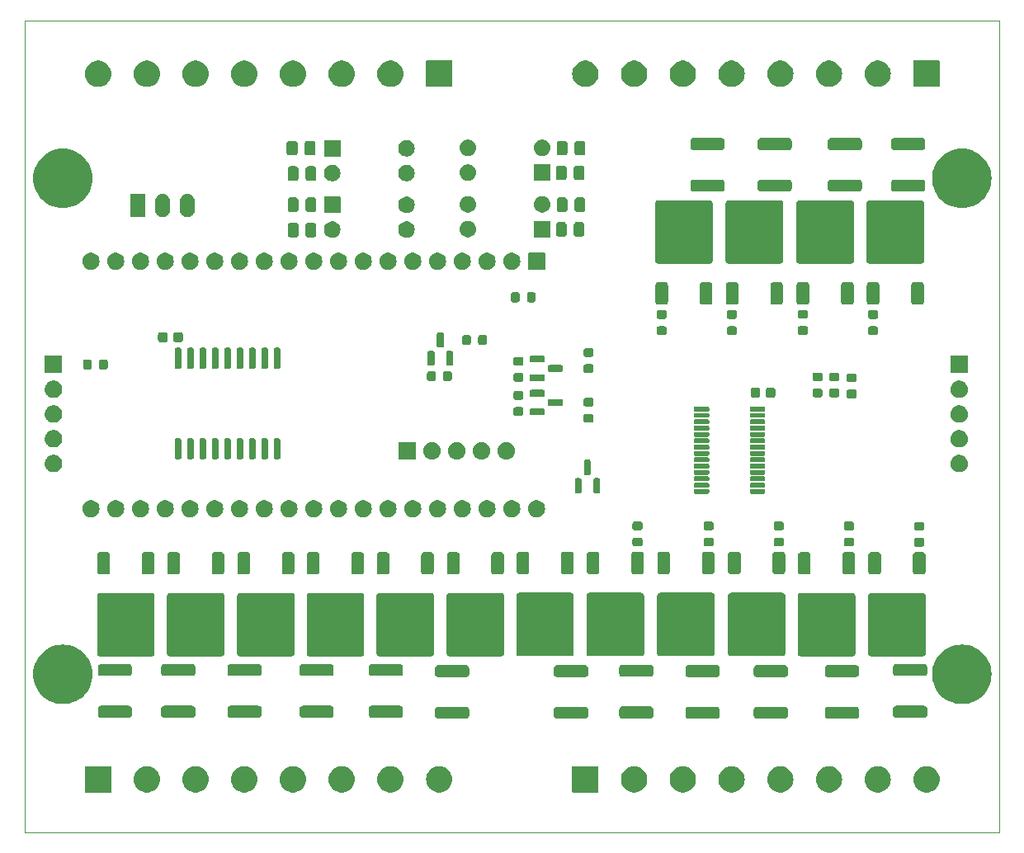
<source format=gbr>
%TF.GenerationSoftware,KiCad,Pcbnew,8.0.0*%
%TF.CreationDate,2024-09-14T19:03:31+02:00*%
%TF.ProjectId,led_stairs_controller,6c65645f-7374-4616-9972-735f636f6e74,V0.4*%
%TF.SameCoordinates,Original*%
%TF.FileFunction,Soldermask,Top*%
%TF.FilePolarity,Negative*%
%FSLAX46Y46*%
G04 Gerber Fmt 4.6, Leading zero omitted, Abs format (unit mm)*
G04 Created by KiCad (PCBNEW 8.0.0) date 2024-09-14 19:03:31*
%MOMM*%
%LPD*%
G01*
G04 APERTURE LIST*
%TA.AperFunction,Profile*%
%ADD10C,0.120000*%
%TD*%
G04 APERTURE END LIST*
G36*
X109994517Y-132232882D02*
G01*
X110011062Y-132243938D01*
X110022118Y-132260483D01*
X110026000Y-132280000D01*
X110026000Y-134880000D01*
X110022118Y-134899517D01*
X110011062Y-134916062D01*
X109994517Y-134927118D01*
X109975000Y-134931000D01*
X107375000Y-134931000D01*
X107355483Y-134927118D01*
X107338938Y-134916062D01*
X107327882Y-134899517D01*
X107324000Y-134880000D01*
X107324000Y-132280000D01*
X107327882Y-132260483D01*
X107338938Y-132243938D01*
X107355483Y-132232882D01*
X107375000Y-132229000D01*
X109975000Y-132229000D01*
X109994517Y-132232882D01*
G37*
G36*
X159994517Y-132232882D02*
G01*
X160011062Y-132243938D01*
X160022118Y-132260483D01*
X160026000Y-132280000D01*
X160026000Y-134880000D01*
X160022118Y-134899517D01*
X160011062Y-134916062D01*
X159994517Y-134927118D01*
X159975000Y-134931000D01*
X157375000Y-134931000D01*
X157355483Y-134927118D01*
X157338938Y-134916062D01*
X157327882Y-134899517D01*
X157324000Y-134880000D01*
X157324000Y-132280000D01*
X157327882Y-132260483D01*
X157338938Y-132243938D01*
X157355483Y-132232882D01*
X157375000Y-132229000D01*
X159975000Y-132229000D01*
X159994517Y-132232882D01*
G37*
G36*
X114006651Y-132270340D02*
G01*
X114217691Y-132342790D01*
X114413927Y-132448988D01*
X114590007Y-132586037D01*
X114741129Y-132750199D01*
X114863169Y-132936995D01*
X114952799Y-133141331D01*
X115007574Y-133357633D01*
X115026000Y-133580000D01*
X115007574Y-133802367D01*
X114952799Y-134018669D01*
X114863169Y-134223005D01*
X114741129Y-134409801D01*
X114590007Y-134573963D01*
X114413927Y-134711012D01*
X114217691Y-134817210D01*
X114006651Y-134889660D01*
X113786565Y-134926386D01*
X113563435Y-134926386D01*
X113343349Y-134889660D01*
X113132309Y-134817210D01*
X112936073Y-134711012D01*
X112759993Y-134573963D01*
X112608871Y-134409801D01*
X112486831Y-134223005D01*
X112397201Y-134018669D01*
X112342426Y-133802367D01*
X112324000Y-133580000D01*
X112342426Y-133357633D01*
X112397201Y-133141331D01*
X112486831Y-132936995D01*
X112608871Y-132750199D01*
X112759993Y-132586037D01*
X112936073Y-132448988D01*
X113132309Y-132342790D01*
X113343349Y-132270340D01*
X113563435Y-132233614D01*
X113786565Y-132233614D01*
X114006651Y-132270340D01*
G37*
G36*
X119006651Y-132270340D02*
G01*
X119217691Y-132342790D01*
X119413927Y-132448988D01*
X119590007Y-132586037D01*
X119741129Y-132750199D01*
X119863169Y-132936995D01*
X119952799Y-133141331D01*
X120007574Y-133357633D01*
X120026000Y-133580000D01*
X120007574Y-133802367D01*
X119952799Y-134018669D01*
X119863169Y-134223005D01*
X119741129Y-134409801D01*
X119590007Y-134573963D01*
X119413927Y-134711012D01*
X119217691Y-134817210D01*
X119006651Y-134889660D01*
X118786565Y-134926386D01*
X118563435Y-134926386D01*
X118343349Y-134889660D01*
X118132309Y-134817210D01*
X117936073Y-134711012D01*
X117759993Y-134573963D01*
X117608871Y-134409801D01*
X117486831Y-134223005D01*
X117397201Y-134018669D01*
X117342426Y-133802367D01*
X117324000Y-133580000D01*
X117342426Y-133357633D01*
X117397201Y-133141331D01*
X117486831Y-132936995D01*
X117608871Y-132750199D01*
X117759993Y-132586037D01*
X117936073Y-132448988D01*
X118132309Y-132342790D01*
X118343349Y-132270340D01*
X118563435Y-132233614D01*
X118786565Y-132233614D01*
X119006651Y-132270340D01*
G37*
G36*
X124006651Y-132270340D02*
G01*
X124217691Y-132342790D01*
X124413927Y-132448988D01*
X124590007Y-132586037D01*
X124741129Y-132750199D01*
X124863169Y-132936995D01*
X124952799Y-133141331D01*
X125007574Y-133357633D01*
X125026000Y-133580000D01*
X125007574Y-133802367D01*
X124952799Y-134018669D01*
X124863169Y-134223005D01*
X124741129Y-134409801D01*
X124590007Y-134573963D01*
X124413927Y-134711012D01*
X124217691Y-134817210D01*
X124006651Y-134889660D01*
X123786565Y-134926386D01*
X123563435Y-134926386D01*
X123343349Y-134889660D01*
X123132309Y-134817210D01*
X122936073Y-134711012D01*
X122759993Y-134573963D01*
X122608871Y-134409801D01*
X122486831Y-134223005D01*
X122397201Y-134018669D01*
X122342426Y-133802367D01*
X122324000Y-133580000D01*
X122342426Y-133357633D01*
X122397201Y-133141331D01*
X122486831Y-132936995D01*
X122608871Y-132750199D01*
X122759993Y-132586037D01*
X122936073Y-132448988D01*
X123132309Y-132342790D01*
X123343349Y-132270340D01*
X123563435Y-132233614D01*
X123786565Y-132233614D01*
X124006651Y-132270340D01*
G37*
G36*
X129006651Y-132270340D02*
G01*
X129217691Y-132342790D01*
X129413927Y-132448988D01*
X129590007Y-132586037D01*
X129741129Y-132750199D01*
X129863169Y-132936995D01*
X129952799Y-133141331D01*
X130007574Y-133357633D01*
X130026000Y-133580000D01*
X130007574Y-133802367D01*
X129952799Y-134018669D01*
X129863169Y-134223005D01*
X129741129Y-134409801D01*
X129590007Y-134573963D01*
X129413927Y-134711012D01*
X129217691Y-134817210D01*
X129006651Y-134889660D01*
X128786565Y-134926386D01*
X128563435Y-134926386D01*
X128343349Y-134889660D01*
X128132309Y-134817210D01*
X127936073Y-134711012D01*
X127759993Y-134573963D01*
X127608871Y-134409801D01*
X127486831Y-134223005D01*
X127397201Y-134018669D01*
X127342426Y-133802367D01*
X127324000Y-133580000D01*
X127342426Y-133357633D01*
X127397201Y-133141331D01*
X127486831Y-132936995D01*
X127608871Y-132750199D01*
X127759993Y-132586037D01*
X127936073Y-132448988D01*
X128132309Y-132342790D01*
X128343349Y-132270340D01*
X128563435Y-132233614D01*
X128786565Y-132233614D01*
X129006651Y-132270340D01*
G37*
G36*
X134006651Y-132270340D02*
G01*
X134217691Y-132342790D01*
X134413927Y-132448988D01*
X134590007Y-132586037D01*
X134741129Y-132750199D01*
X134863169Y-132936995D01*
X134952799Y-133141331D01*
X135007574Y-133357633D01*
X135026000Y-133580000D01*
X135007574Y-133802367D01*
X134952799Y-134018669D01*
X134863169Y-134223005D01*
X134741129Y-134409801D01*
X134590007Y-134573963D01*
X134413927Y-134711012D01*
X134217691Y-134817210D01*
X134006651Y-134889660D01*
X133786565Y-134926386D01*
X133563435Y-134926386D01*
X133343349Y-134889660D01*
X133132309Y-134817210D01*
X132936073Y-134711012D01*
X132759993Y-134573963D01*
X132608871Y-134409801D01*
X132486831Y-134223005D01*
X132397201Y-134018669D01*
X132342426Y-133802367D01*
X132324000Y-133580000D01*
X132342426Y-133357633D01*
X132397201Y-133141331D01*
X132486831Y-132936995D01*
X132608871Y-132750199D01*
X132759993Y-132586037D01*
X132936073Y-132448988D01*
X133132309Y-132342790D01*
X133343349Y-132270340D01*
X133563435Y-132233614D01*
X133786565Y-132233614D01*
X134006651Y-132270340D01*
G37*
G36*
X139006651Y-132270340D02*
G01*
X139217691Y-132342790D01*
X139413927Y-132448988D01*
X139590007Y-132586037D01*
X139741129Y-132750199D01*
X139863169Y-132936995D01*
X139952799Y-133141331D01*
X140007574Y-133357633D01*
X140026000Y-133580000D01*
X140007574Y-133802367D01*
X139952799Y-134018669D01*
X139863169Y-134223005D01*
X139741129Y-134409801D01*
X139590007Y-134573963D01*
X139413927Y-134711012D01*
X139217691Y-134817210D01*
X139006651Y-134889660D01*
X138786565Y-134926386D01*
X138563435Y-134926386D01*
X138343349Y-134889660D01*
X138132309Y-134817210D01*
X137936073Y-134711012D01*
X137759993Y-134573963D01*
X137608871Y-134409801D01*
X137486831Y-134223005D01*
X137397201Y-134018669D01*
X137342426Y-133802367D01*
X137324000Y-133580000D01*
X137342426Y-133357633D01*
X137397201Y-133141331D01*
X137486831Y-132936995D01*
X137608871Y-132750199D01*
X137759993Y-132586037D01*
X137936073Y-132448988D01*
X138132309Y-132342790D01*
X138343349Y-132270340D01*
X138563435Y-132233614D01*
X138786565Y-132233614D01*
X139006651Y-132270340D01*
G37*
G36*
X144006651Y-132270340D02*
G01*
X144217691Y-132342790D01*
X144413927Y-132448988D01*
X144590007Y-132586037D01*
X144741129Y-132750199D01*
X144863169Y-132936995D01*
X144952799Y-133141331D01*
X145007574Y-133357633D01*
X145026000Y-133580000D01*
X145007574Y-133802367D01*
X144952799Y-134018669D01*
X144863169Y-134223005D01*
X144741129Y-134409801D01*
X144590007Y-134573963D01*
X144413927Y-134711012D01*
X144217691Y-134817210D01*
X144006651Y-134889660D01*
X143786565Y-134926386D01*
X143563435Y-134926386D01*
X143343349Y-134889660D01*
X143132309Y-134817210D01*
X142936073Y-134711012D01*
X142759993Y-134573963D01*
X142608871Y-134409801D01*
X142486831Y-134223005D01*
X142397201Y-134018669D01*
X142342426Y-133802367D01*
X142324000Y-133580000D01*
X142342426Y-133357633D01*
X142397201Y-133141331D01*
X142486831Y-132936995D01*
X142608871Y-132750199D01*
X142759993Y-132586037D01*
X142936073Y-132448988D01*
X143132309Y-132342790D01*
X143343349Y-132270340D01*
X143563435Y-132233614D01*
X143786565Y-132233614D01*
X144006651Y-132270340D01*
G37*
G36*
X164006651Y-132270340D02*
G01*
X164217691Y-132342790D01*
X164413927Y-132448988D01*
X164590007Y-132586037D01*
X164741129Y-132750199D01*
X164863169Y-132936995D01*
X164952799Y-133141331D01*
X165007574Y-133357633D01*
X165026000Y-133580000D01*
X165007574Y-133802367D01*
X164952799Y-134018669D01*
X164863169Y-134223005D01*
X164741129Y-134409801D01*
X164590007Y-134573963D01*
X164413927Y-134711012D01*
X164217691Y-134817210D01*
X164006651Y-134889660D01*
X163786565Y-134926386D01*
X163563435Y-134926386D01*
X163343349Y-134889660D01*
X163132309Y-134817210D01*
X162936073Y-134711012D01*
X162759993Y-134573963D01*
X162608871Y-134409801D01*
X162486831Y-134223005D01*
X162397201Y-134018669D01*
X162342426Y-133802367D01*
X162324000Y-133580000D01*
X162342426Y-133357633D01*
X162397201Y-133141331D01*
X162486831Y-132936995D01*
X162608871Y-132750199D01*
X162759993Y-132586037D01*
X162936073Y-132448988D01*
X163132309Y-132342790D01*
X163343349Y-132270340D01*
X163563435Y-132233614D01*
X163786565Y-132233614D01*
X164006651Y-132270340D01*
G37*
G36*
X169006651Y-132270340D02*
G01*
X169217691Y-132342790D01*
X169413927Y-132448988D01*
X169590007Y-132586037D01*
X169741129Y-132750199D01*
X169863169Y-132936995D01*
X169952799Y-133141331D01*
X170007574Y-133357633D01*
X170026000Y-133580000D01*
X170007574Y-133802367D01*
X169952799Y-134018669D01*
X169863169Y-134223005D01*
X169741129Y-134409801D01*
X169590007Y-134573963D01*
X169413927Y-134711012D01*
X169217691Y-134817210D01*
X169006651Y-134889660D01*
X168786565Y-134926386D01*
X168563435Y-134926386D01*
X168343349Y-134889660D01*
X168132309Y-134817210D01*
X167936073Y-134711012D01*
X167759993Y-134573963D01*
X167608871Y-134409801D01*
X167486831Y-134223005D01*
X167397201Y-134018669D01*
X167342426Y-133802367D01*
X167324000Y-133580000D01*
X167342426Y-133357633D01*
X167397201Y-133141331D01*
X167486831Y-132936995D01*
X167608871Y-132750199D01*
X167759993Y-132586037D01*
X167936073Y-132448988D01*
X168132309Y-132342790D01*
X168343349Y-132270340D01*
X168563435Y-132233614D01*
X168786565Y-132233614D01*
X169006651Y-132270340D01*
G37*
G36*
X174006651Y-132270340D02*
G01*
X174217691Y-132342790D01*
X174413927Y-132448988D01*
X174590007Y-132586037D01*
X174741129Y-132750199D01*
X174863169Y-132936995D01*
X174952799Y-133141331D01*
X175007574Y-133357633D01*
X175026000Y-133580000D01*
X175007574Y-133802367D01*
X174952799Y-134018669D01*
X174863169Y-134223005D01*
X174741129Y-134409801D01*
X174590007Y-134573963D01*
X174413927Y-134711012D01*
X174217691Y-134817210D01*
X174006651Y-134889660D01*
X173786565Y-134926386D01*
X173563435Y-134926386D01*
X173343349Y-134889660D01*
X173132309Y-134817210D01*
X172936073Y-134711012D01*
X172759993Y-134573963D01*
X172608871Y-134409801D01*
X172486831Y-134223005D01*
X172397201Y-134018669D01*
X172342426Y-133802367D01*
X172324000Y-133580000D01*
X172342426Y-133357633D01*
X172397201Y-133141331D01*
X172486831Y-132936995D01*
X172608871Y-132750199D01*
X172759993Y-132586037D01*
X172936073Y-132448988D01*
X173132309Y-132342790D01*
X173343349Y-132270340D01*
X173563435Y-132233614D01*
X173786565Y-132233614D01*
X174006651Y-132270340D01*
G37*
G36*
X179006651Y-132270340D02*
G01*
X179217691Y-132342790D01*
X179413927Y-132448988D01*
X179590007Y-132586037D01*
X179741129Y-132750199D01*
X179863169Y-132936995D01*
X179952799Y-133141331D01*
X180007574Y-133357633D01*
X180026000Y-133580000D01*
X180007574Y-133802367D01*
X179952799Y-134018669D01*
X179863169Y-134223005D01*
X179741129Y-134409801D01*
X179590007Y-134573963D01*
X179413927Y-134711012D01*
X179217691Y-134817210D01*
X179006651Y-134889660D01*
X178786565Y-134926386D01*
X178563435Y-134926386D01*
X178343349Y-134889660D01*
X178132309Y-134817210D01*
X177936073Y-134711012D01*
X177759993Y-134573963D01*
X177608871Y-134409801D01*
X177486831Y-134223005D01*
X177397201Y-134018669D01*
X177342426Y-133802367D01*
X177324000Y-133580000D01*
X177342426Y-133357633D01*
X177397201Y-133141331D01*
X177486831Y-132936995D01*
X177608871Y-132750199D01*
X177759993Y-132586037D01*
X177936073Y-132448988D01*
X178132309Y-132342790D01*
X178343349Y-132270340D01*
X178563435Y-132233614D01*
X178786565Y-132233614D01*
X179006651Y-132270340D01*
G37*
G36*
X184006651Y-132270340D02*
G01*
X184217691Y-132342790D01*
X184413927Y-132448988D01*
X184590007Y-132586037D01*
X184741129Y-132750199D01*
X184863169Y-132936995D01*
X184952799Y-133141331D01*
X185007574Y-133357633D01*
X185026000Y-133580000D01*
X185007574Y-133802367D01*
X184952799Y-134018669D01*
X184863169Y-134223005D01*
X184741129Y-134409801D01*
X184590007Y-134573963D01*
X184413927Y-134711012D01*
X184217691Y-134817210D01*
X184006651Y-134889660D01*
X183786565Y-134926386D01*
X183563435Y-134926386D01*
X183343349Y-134889660D01*
X183132309Y-134817210D01*
X182936073Y-134711012D01*
X182759993Y-134573963D01*
X182608871Y-134409801D01*
X182486831Y-134223005D01*
X182397201Y-134018669D01*
X182342426Y-133802367D01*
X182324000Y-133580000D01*
X182342426Y-133357633D01*
X182397201Y-133141331D01*
X182486831Y-132936995D01*
X182608871Y-132750199D01*
X182759993Y-132586037D01*
X182936073Y-132448988D01*
X183132309Y-132342790D01*
X183343349Y-132270340D01*
X183563435Y-132233614D01*
X183786565Y-132233614D01*
X184006651Y-132270340D01*
G37*
G36*
X189006651Y-132270340D02*
G01*
X189217691Y-132342790D01*
X189413927Y-132448988D01*
X189590007Y-132586037D01*
X189741129Y-132750199D01*
X189863169Y-132936995D01*
X189952799Y-133141331D01*
X190007574Y-133357633D01*
X190026000Y-133580000D01*
X190007574Y-133802367D01*
X189952799Y-134018669D01*
X189863169Y-134223005D01*
X189741129Y-134409801D01*
X189590007Y-134573963D01*
X189413927Y-134711012D01*
X189217691Y-134817210D01*
X189006651Y-134889660D01*
X188786565Y-134926386D01*
X188563435Y-134926386D01*
X188343349Y-134889660D01*
X188132309Y-134817210D01*
X187936073Y-134711012D01*
X187759993Y-134573963D01*
X187608871Y-134409801D01*
X187486831Y-134223005D01*
X187397201Y-134018669D01*
X187342426Y-133802367D01*
X187324000Y-133580000D01*
X187342426Y-133357633D01*
X187397201Y-133141331D01*
X187486831Y-132936995D01*
X187608871Y-132750199D01*
X187759993Y-132586037D01*
X187936073Y-132448988D01*
X188132309Y-132342790D01*
X188343349Y-132270340D01*
X188563435Y-132233614D01*
X188786565Y-132233614D01*
X189006651Y-132270340D01*
G37*
G36*
X194006651Y-132270340D02*
G01*
X194217691Y-132342790D01*
X194413927Y-132448988D01*
X194590007Y-132586037D01*
X194741129Y-132750199D01*
X194863169Y-132936995D01*
X194952799Y-133141331D01*
X195007574Y-133357633D01*
X195026000Y-133580000D01*
X195007574Y-133802367D01*
X194952799Y-134018669D01*
X194863169Y-134223005D01*
X194741129Y-134409801D01*
X194590007Y-134573963D01*
X194413927Y-134711012D01*
X194217691Y-134817210D01*
X194006651Y-134889660D01*
X193786565Y-134926386D01*
X193563435Y-134926386D01*
X193343349Y-134889660D01*
X193132309Y-134817210D01*
X192936073Y-134711012D01*
X192759993Y-134573963D01*
X192608871Y-134409801D01*
X192486831Y-134223005D01*
X192397201Y-134018669D01*
X192342426Y-133802367D01*
X192324000Y-133580000D01*
X192342426Y-133357633D01*
X192397201Y-133141331D01*
X192486831Y-132936995D01*
X192608871Y-132750199D01*
X192759993Y-132586037D01*
X192936073Y-132448988D01*
X193132309Y-132342790D01*
X193343349Y-132270340D01*
X193563435Y-132233614D01*
X193786565Y-132233614D01*
X194006651Y-132270340D01*
G37*
G36*
X146518914Y-126131995D02*
G01*
X146527612Y-126135835D01*
X146535212Y-126136943D01*
X146582718Y-126160167D01*
X146620106Y-126176676D01*
X146623567Y-126180137D01*
X146624501Y-126180594D01*
X146694405Y-126250498D01*
X146694861Y-126251431D01*
X146698324Y-126254894D01*
X146714836Y-126292291D01*
X146738056Y-126339787D01*
X146739162Y-126347384D01*
X146743005Y-126356086D01*
X146751000Y-126425000D01*
X146751000Y-127050000D01*
X146743005Y-127118914D01*
X146739162Y-127127615D01*
X146738056Y-127135212D01*
X146714841Y-127182697D01*
X146698324Y-127220106D01*
X146694860Y-127223569D01*
X146694405Y-127224501D01*
X146624501Y-127294405D01*
X146623569Y-127294860D01*
X146620106Y-127298324D01*
X146582697Y-127314841D01*
X146535212Y-127338056D01*
X146527615Y-127339162D01*
X146518914Y-127343005D01*
X146450000Y-127351000D01*
X143550000Y-127351000D01*
X143481086Y-127343005D01*
X143472384Y-127339162D01*
X143464787Y-127338056D01*
X143417291Y-127314836D01*
X143379894Y-127298324D01*
X143376431Y-127294861D01*
X143375498Y-127294405D01*
X143305594Y-127224501D01*
X143305137Y-127223567D01*
X143301676Y-127220106D01*
X143285167Y-127182718D01*
X143261943Y-127135212D01*
X143260835Y-127127612D01*
X143256995Y-127118914D01*
X143249000Y-127050000D01*
X143249000Y-126425000D01*
X143256995Y-126356086D01*
X143260835Y-126347387D01*
X143261943Y-126339787D01*
X143285172Y-126292270D01*
X143301676Y-126254894D01*
X143305136Y-126251433D01*
X143305594Y-126250498D01*
X143375498Y-126180594D01*
X143376433Y-126180136D01*
X143379894Y-126176676D01*
X143417270Y-126160172D01*
X143464787Y-126136943D01*
X143472387Y-126135835D01*
X143481086Y-126131995D01*
X143550000Y-126124000D01*
X146450000Y-126124000D01*
X146518914Y-126131995D01*
G37*
G36*
X158718914Y-126131995D02*
G01*
X158727612Y-126135835D01*
X158735212Y-126136943D01*
X158782718Y-126160167D01*
X158820106Y-126176676D01*
X158823567Y-126180137D01*
X158824501Y-126180594D01*
X158894405Y-126250498D01*
X158894861Y-126251431D01*
X158898324Y-126254894D01*
X158914836Y-126292291D01*
X158938056Y-126339787D01*
X158939162Y-126347384D01*
X158943005Y-126356086D01*
X158951000Y-126425000D01*
X158951000Y-127050000D01*
X158943005Y-127118914D01*
X158939162Y-127127615D01*
X158938056Y-127135212D01*
X158914841Y-127182697D01*
X158898324Y-127220106D01*
X158894860Y-127223569D01*
X158894405Y-127224501D01*
X158824501Y-127294405D01*
X158823569Y-127294860D01*
X158820106Y-127298324D01*
X158782697Y-127314841D01*
X158735212Y-127338056D01*
X158727615Y-127339162D01*
X158718914Y-127343005D01*
X158650000Y-127351000D01*
X155750000Y-127351000D01*
X155681086Y-127343005D01*
X155672384Y-127339162D01*
X155664787Y-127338056D01*
X155617291Y-127314836D01*
X155579894Y-127298324D01*
X155576431Y-127294861D01*
X155575498Y-127294405D01*
X155505594Y-127224501D01*
X155505137Y-127223567D01*
X155501676Y-127220106D01*
X155485167Y-127182718D01*
X155461943Y-127135212D01*
X155460835Y-127127612D01*
X155456995Y-127118914D01*
X155449000Y-127050000D01*
X155449000Y-126425000D01*
X155456995Y-126356086D01*
X155460835Y-126347387D01*
X155461943Y-126339787D01*
X155485172Y-126292270D01*
X155501676Y-126254894D01*
X155505136Y-126251433D01*
X155505594Y-126250498D01*
X155575498Y-126180594D01*
X155576433Y-126180136D01*
X155579894Y-126176676D01*
X155617270Y-126160172D01*
X155664787Y-126136943D01*
X155672387Y-126135835D01*
X155681086Y-126131995D01*
X155750000Y-126124000D01*
X158650000Y-126124000D01*
X158718914Y-126131995D01*
G37*
G36*
X172218914Y-126131995D02*
G01*
X172227612Y-126135835D01*
X172235212Y-126136943D01*
X172282718Y-126160167D01*
X172320106Y-126176676D01*
X172323567Y-126180137D01*
X172324501Y-126180594D01*
X172394405Y-126250498D01*
X172394861Y-126251431D01*
X172398324Y-126254894D01*
X172414836Y-126292291D01*
X172438056Y-126339787D01*
X172439162Y-126347384D01*
X172443005Y-126356086D01*
X172451000Y-126425000D01*
X172451000Y-127050000D01*
X172443005Y-127118914D01*
X172439162Y-127127615D01*
X172438056Y-127135212D01*
X172414841Y-127182697D01*
X172398324Y-127220106D01*
X172394860Y-127223569D01*
X172394405Y-127224501D01*
X172324501Y-127294405D01*
X172323569Y-127294860D01*
X172320106Y-127298324D01*
X172282697Y-127314841D01*
X172235212Y-127338056D01*
X172227615Y-127339162D01*
X172218914Y-127343005D01*
X172150000Y-127351000D01*
X169250000Y-127351000D01*
X169181086Y-127343005D01*
X169172384Y-127339162D01*
X169164787Y-127338056D01*
X169117291Y-127314836D01*
X169079894Y-127298324D01*
X169076431Y-127294861D01*
X169075498Y-127294405D01*
X169005594Y-127224501D01*
X169005137Y-127223567D01*
X169001676Y-127220106D01*
X168985167Y-127182718D01*
X168961943Y-127135212D01*
X168960835Y-127127612D01*
X168956995Y-127118914D01*
X168949000Y-127050000D01*
X168949000Y-126425000D01*
X168956995Y-126356086D01*
X168960835Y-126347387D01*
X168961943Y-126339787D01*
X168985172Y-126292270D01*
X169001676Y-126254894D01*
X169005136Y-126251433D01*
X169005594Y-126250498D01*
X169075498Y-126180594D01*
X169076433Y-126180136D01*
X169079894Y-126176676D01*
X169117270Y-126160172D01*
X169164787Y-126136943D01*
X169172387Y-126135835D01*
X169181086Y-126131995D01*
X169250000Y-126124000D01*
X172150000Y-126124000D01*
X172218914Y-126131995D01*
G37*
G36*
X179218914Y-126131995D02*
G01*
X179227612Y-126135835D01*
X179235212Y-126136943D01*
X179282718Y-126160167D01*
X179320106Y-126176676D01*
X179323567Y-126180137D01*
X179324501Y-126180594D01*
X179394405Y-126250498D01*
X179394861Y-126251431D01*
X179398324Y-126254894D01*
X179414836Y-126292291D01*
X179438056Y-126339787D01*
X179439162Y-126347384D01*
X179443005Y-126356086D01*
X179451000Y-126425000D01*
X179451000Y-127050000D01*
X179443005Y-127118914D01*
X179439162Y-127127615D01*
X179438056Y-127135212D01*
X179414841Y-127182697D01*
X179398324Y-127220106D01*
X179394860Y-127223569D01*
X179394405Y-127224501D01*
X179324501Y-127294405D01*
X179323569Y-127294860D01*
X179320106Y-127298324D01*
X179282697Y-127314841D01*
X179235212Y-127338056D01*
X179227615Y-127339162D01*
X179218914Y-127343005D01*
X179150000Y-127351000D01*
X176250000Y-127351000D01*
X176181086Y-127343005D01*
X176172384Y-127339162D01*
X176164787Y-127338056D01*
X176117291Y-127314836D01*
X176079894Y-127298324D01*
X176076431Y-127294861D01*
X176075498Y-127294405D01*
X176005594Y-127224501D01*
X176005137Y-127223567D01*
X176001676Y-127220106D01*
X175985167Y-127182718D01*
X175961943Y-127135212D01*
X175960835Y-127127612D01*
X175956995Y-127118914D01*
X175949000Y-127050000D01*
X175949000Y-126425000D01*
X175956995Y-126356086D01*
X175960835Y-126347387D01*
X175961943Y-126339787D01*
X175985172Y-126292270D01*
X176001676Y-126254894D01*
X176005136Y-126251433D01*
X176005594Y-126250498D01*
X176075498Y-126180594D01*
X176076433Y-126180136D01*
X176079894Y-126176676D01*
X176117270Y-126160172D01*
X176164787Y-126136943D01*
X176172387Y-126135835D01*
X176181086Y-126131995D01*
X176250000Y-126124000D01*
X179150000Y-126124000D01*
X179218914Y-126131995D01*
G37*
G36*
X186518914Y-126131995D02*
G01*
X186527612Y-126135835D01*
X186535212Y-126136943D01*
X186582718Y-126160167D01*
X186620106Y-126176676D01*
X186623567Y-126180137D01*
X186624501Y-126180594D01*
X186694405Y-126250498D01*
X186694861Y-126251431D01*
X186698324Y-126254894D01*
X186714836Y-126292291D01*
X186738056Y-126339787D01*
X186739162Y-126347384D01*
X186743005Y-126356086D01*
X186751000Y-126425000D01*
X186751000Y-127050000D01*
X186743005Y-127118914D01*
X186739162Y-127127615D01*
X186738056Y-127135212D01*
X186714841Y-127182697D01*
X186698324Y-127220106D01*
X186694860Y-127223569D01*
X186694405Y-127224501D01*
X186624501Y-127294405D01*
X186623569Y-127294860D01*
X186620106Y-127298324D01*
X186582697Y-127314841D01*
X186535212Y-127338056D01*
X186527615Y-127339162D01*
X186518914Y-127343005D01*
X186450000Y-127351000D01*
X183550000Y-127351000D01*
X183481086Y-127343005D01*
X183472384Y-127339162D01*
X183464787Y-127338056D01*
X183417291Y-127314836D01*
X183379894Y-127298324D01*
X183376431Y-127294861D01*
X183375498Y-127294405D01*
X183305594Y-127224501D01*
X183305137Y-127223567D01*
X183301676Y-127220106D01*
X183285167Y-127182718D01*
X183261943Y-127135212D01*
X183260835Y-127127612D01*
X183256995Y-127118914D01*
X183249000Y-127050000D01*
X183249000Y-126425000D01*
X183256995Y-126356086D01*
X183260835Y-126347387D01*
X183261943Y-126339787D01*
X183285172Y-126292270D01*
X183301676Y-126254894D01*
X183305136Y-126251433D01*
X183305594Y-126250498D01*
X183375498Y-126180594D01*
X183376433Y-126180136D01*
X183379894Y-126176676D01*
X183417270Y-126160172D01*
X183464787Y-126136943D01*
X183472387Y-126135835D01*
X183481086Y-126131995D01*
X183550000Y-126124000D01*
X186450000Y-126124000D01*
X186518914Y-126131995D01*
G37*
G36*
X165418914Y-126094495D02*
G01*
X165427612Y-126098335D01*
X165435212Y-126099443D01*
X165482718Y-126122667D01*
X165520106Y-126139176D01*
X165523567Y-126142637D01*
X165524501Y-126143094D01*
X165594405Y-126212998D01*
X165594861Y-126213931D01*
X165598324Y-126217394D01*
X165614836Y-126254791D01*
X165638056Y-126302287D01*
X165639162Y-126309884D01*
X165643005Y-126318586D01*
X165651000Y-126387500D01*
X165651000Y-127012500D01*
X165643005Y-127081414D01*
X165639162Y-127090115D01*
X165638056Y-127097712D01*
X165614841Y-127145197D01*
X165598324Y-127182606D01*
X165594860Y-127186069D01*
X165594405Y-127187001D01*
X165524501Y-127256905D01*
X165523569Y-127257360D01*
X165520106Y-127260824D01*
X165482697Y-127277341D01*
X165435212Y-127300556D01*
X165427615Y-127301662D01*
X165418914Y-127305505D01*
X165350000Y-127313500D01*
X162450000Y-127313500D01*
X162381086Y-127305505D01*
X162372384Y-127301662D01*
X162364787Y-127300556D01*
X162317291Y-127277336D01*
X162279894Y-127260824D01*
X162276431Y-127257361D01*
X162275498Y-127256905D01*
X162205594Y-127187001D01*
X162205137Y-127186067D01*
X162201676Y-127182606D01*
X162185167Y-127145218D01*
X162161943Y-127097712D01*
X162160835Y-127090112D01*
X162156995Y-127081414D01*
X162149000Y-127012500D01*
X162149000Y-126387500D01*
X162156995Y-126318586D01*
X162160835Y-126309887D01*
X162161943Y-126302287D01*
X162185172Y-126254770D01*
X162201676Y-126217394D01*
X162205136Y-126213933D01*
X162205594Y-126212998D01*
X162275498Y-126143094D01*
X162276433Y-126142636D01*
X162279894Y-126139176D01*
X162317270Y-126122672D01*
X162364787Y-126099443D01*
X162372387Y-126098335D01*
X162381086Y-126094495D01*
X162450000Y-126086500D01*
X165350000Y-126086500D01*
X165418914Y-126094495D01*
G37*
G36*
X111918914Y-126031995D02*
G01*
X111927612Y-126035835D01*
X111935212Y-126036943D01*
X111982718Y-126060167D01*
X112020106Y-126076676D01*
X112023567Y-126080137D01*
X112024501Y-126080594D01*
X112094405Y-126150498D01*
X112094861Y-126151431D01*
X112098324Y-126154894D01*
X112114836Y-126192291D01*
X112138056Y-126239787D01*
X112139162Y-126247384D01*
X112143005Y-126256086D01*
X112151000Y-126325000D01*
X112151000Y-126950000D01*
X112143005Y-127018914D01*
X112139162Y-127027615D01*
X112138056Y-127035212D01*
X112114841Y-127082697D01*
X112098324Y-127120106D01*
X112094860Y-127123569D01*
X112094405Y-127124501D01*
X112024501Y-127194405D01*
X112023569Y-127194860D01*
X112020106Y-127198324D01*
X111982697Y-127214841D01*
X111935212Y-127238056D01*
X111927615Y-127239162D01*
X111918914Y-127243005D01*
X111850000Y-127251000D01*
X108950000Y-127251000D01*
X108881086Y-127243005D01*
X108872384Y-127239162D01*
X108864787Y-127238056D01*
X108817291Y-127214836D01*
X108779894Y-127198324D01*
X108776431Y-127194861D01*
X108775498Y-127194405D01*
X108705594Y-127124501D01*
X108705137Y-127123567D01*
X108701676Y-127120106D01*
X108685167Y-127082718D01*
X108661943Y-127035212D01*
X108660835Y-127027612D01*
X108656995Y-127018914D01*
X108649000Y-126950000D01*
X108649000Y-126325000D01*
X108656995Y-126256086D01*
X108660835Y-126247387D01*
X108661943Y-126239787D01*
X108685172Y-126192270D01*
X108701676Y-126154894D01*
X108705136Y-126151433D01*
X108705594Y-126150498D01*
X108775498Y-126080594D01*
X108776433Y-126080136D01*
X108779894Y-126076676D01*
X108817270Y-126060172D01*
X108864787Y-126036943D01*
X108872387Y-126035835D01*
X108881086Y-126031995D01*
X108950000Y-126024000D01*
X111850000Y-126024000D01*
X111918914Y-126031995D01*
G37*
G36*
X118418914Y-126031995D02*
G01*
X118427612Y-126035835D01*
X118435212Y-126036943D01*
X118482718Y-126060167D01*
X118520106Y-126076676D01*
X118523567Y-126080137D01*
X118524501Y-126080594D01*
X118594405Y-126150498D01*
X118594861Y-126151431D01*
X118598324Y-126154894D01*
X118614836Y-126192291D01*
X118638056Y-126239787D01*
X118639162Y-126247384D01*
X118643005Y-126256086D01*
X118651000Y-126325000D01*
X118651000Y-126950000D01*
X118643005Y-127018914D01*
X118639162Y-127027615D01*
X118638056Y-127035212D01*
X118614841Y-127082697D01*
X118598324Y-127120106D01*
X118594860Y-127123569D01*
X118594405Y-127124501D01*
X118524501Y-127194405D01*
X118523569Y-127194860D01*
X118520106Y-127198324D01*
X118482697Y-127214841D01*
X118435212Y-127238056D01*
X118427615Y-127239162D01*
X118418914Y-127243005D01*
X118350000Y-127251000D01*
X115450000Y-127251000D01*
X115381086Y-127243005D01*
X115372384Y-127239162D01*
X115364787Y-127238056D01*
X115317291Y-127214836D01*
X115279894Y-127198324D01*
X115276431Y-127194861D01*
X115275498Y-127194405D01*
X115205594Y-127124501D01*
X115205137Y-127123567D01*
X115201676Y-127120106D01*
X115185167Y-127082718D01*
X115161943Y-127035212D01*
X115160835Y-127027612D01*
X115156995Y-127018914D01*
X115149000Y-126950000D01*
X115149000Y-126325000D01*
X115156995Y-126256086D01*
X115160835Y-126247387D01*
X115161943Y-126239787D01*
X115185172Y-126192270D01*
X115201676Y-126154894D01*
X115205136Y-126151433D01*
X115205594Y-126150498D01*
X115275498Y-126080594D01*
X115276433Y-126080136D01*
X115279894Y-126076676D01*
X115317270Y-126060172D01*
X115364787Y-126036943D01*
X115372387Y-126035835D01*
X115381086Y-126031995D01*
X115450000Y-126024000D01*
X118350000Y-126024000D01*
X118418914Y-126031995D01*
G37*
G36*
X125218914Y-126031995D02*
G01*
X125227612Y-126035835D01*
X125235212Y-126036943D01*
X125282718Y-126060167D01*
X125320106Y-126076676D01*
X125323567Y-126080137D01*
X125324501Y-126080594D01*
X125394405Y-126150498D01*
X125394861Y-126151431D01*
X125398324Y-126154894D01*
X125414836Y-126192291D01*
X125438056Y-126239787D01*
X125439162Y-126247384D01*
X125443005Y-126256086D01*
X125451000Y-126325000D01*
X125451000Y-126950000D01*
X125443005Y-127018914D01*
X125439162Y-127027615D01*
X125438056Y-127035212D01*
X125414841Y-127082697D01*
X125398324Y-127120106D01*
X125394860Y-127123569D01*
X125394405Y-127124501D01*
X125324501Y-127194405D01*
X125323569Y-127194860D01*
X125320106Y-127198324D01*
X125282697Y-127214841D01*
X125235212Y-127238056D01*
X125227615Y-127239162D01*
X125218914Y-127243005D01*
X125150000Y-127251000D01*
X122250000Y-127251000D01*
X122181086Y-127243005D01*
X122172384Y-127239162D01*
X122164787Y-127238056D01*
X122117291Y-127214836D01*
X122079894Y-127198324D01*
X122076431Y-127194861D01*
X122075498Y-127194405D01*
X122005594Y-127124501D01*
X122005137Y-127123567D01*
X122001676Y-127120106D01*
X121985167Y-127082718D01*
X121961943Y-127035212D01*
X121960835Y-127027612D01*
X121956995Y-127018914D01*
X121949000Y-126950000D01*
X121949000Y-126325000D01*
X121956995Y-126256086D01*
X121960835Y-126247387D01*
X121961943Y-126239787D01*
X121985172Y-126192270D01*
X122001676Y-126154894D01*
X122005136Y-126151433D01*
X122005594Y-126150498D01*
X122075498Y-126080594D01*
X122076433Y-126080136D01*
X122079894Y-126076676D01*
X122117270Y-126060172D01*
X122164787Y-126036943D01*
X122172387Y-126035835D01*
X122181086Y-126031995D01*
X122250000Y-126024000D01*
X125150000Y-126024000D01*
X125218914Y-126031995D01*
G37*
G36*
X132618914Y-126031995D02*
G01*
X132627612Y-126035835D01*
X132635212Y-126036943D01*
X132682718Y-126060167D01*
X132720106Y-126076676D01*
X132723567Y-126080137D01*
X132724501Y-126080594D01*
X132794405Y-126150498D01*
X132794861Y-126151431D01*
X132798324Y-126154894D01*
X132814836Y-126192291D01*
X132838056Y-126239787D01*
X132839162Y-126247384D01*
X132843005Y-126256086D01*
X132851000Y-126325000D01*
X132851000Y-126950000D01*
X132843005Y-127018914D01*
X132839162Y-127027615D01*
X132838056Y-127035212D01*
X132814841Y-127082697D01*
X132798324Y-127120106D01*
X132794860Y-127123569D01*
X132794405Y-127124501D01*
X132724501Y-127194405D01*
X132723569Y-127194860D01*
X132720106Y-127198324D01*
X132682697Y-127214841D01*
X132635212Y-127238056D01*
X132627615Y-127239162D01*
X132618914Y-127243005D01*
X132550000Y-127251000D01*
X129650000Y-127251000D01*
X129581086Y-127243005D01*
X129572384Y-127239162D01*
X129564787Y-127238056D01*
X129517291Y-127214836D01*
X129479894Y-127198324D01*
X129476431Y-127194861D01*
X129475498Y-127194405D01*
X129405594Y-127124501D01*
X129405137Y-127123567D01*
X129401676Y-127120106D01*
X129385167Y-127082718D01*
X129361943Y-127035212D01*
X129360835Y-127027612D01*
X129356995Y-127018914D01*
X129349000Y-126950000D01*
X129349000Y-126325000D01*
X129356995Y-126256086D01*
X129360835Y-126247387D01*
X129361943Y-126239787D01*
X129385172Y-126192270D01*
X129401676Y-126154894D01*
X129405136Y-126151433D01*
X129405594Y-126150498D01*
X129475498Y-126080594D01*
X129476433Y-126080136D01*
X129479894Y-126076676D01*
X129517270Y-126060172D01*
X129564787Y-126036943D01*
X129572387Y-126035835D01*
X129581086Y-126031995D01*
X129650000Y-126024000D01*
X132550000Y-126024000D01*
X132618914Y-126031995D01*
G37*
G36*
X139718914Y-126031995D02*
G01*
X139727612Y-126035835D01*
X139735212Y-126036943D01*
X139782718Y-126060167D01*
X139820106Y-126076676D01*
X139823567Y-126080137D01*
X139824501Y-126080594D01*
X139894405Y-126150498D01*
X139894861Y-126151431D01*
X139898324Y-126154894D01*
X139914836Y-126192291D01*
X139938056Y-126239787D01*
X139939162Y-126247384D01*
X139943005Y-126256086D01*
X139951000Y-126325000D01*
X139951000Y-126950000D01*
X139943005Y-127018914D01*
X139939162Y-127027615D01*
X139938056Y-127035212D01*
X139914841Y-127082697D01*
X139898324Y-127120106D01*
X139894860Y-127123569D01*
X139894405Y-127124501D01*
X139824501Y-127194405D01*
X139823569Y-127194860D01*
X139820106Y-127198324D01*
X139782697Y-127214841D01*
X139735212Y-127238056D01*
X139727615Y-127239162D01*
X139718914Y-127243005D01*
X139650000Y-127251000D01*
X136750000Y-127251000D01*
X136681086Y-127243005D01*
X136672384Y-127239162D01*
X136664787Y-127238056D01*
X136617291Y-127214836D01*
X136579894Y-127198324D01*
X136576431Y-127194861D01*
X136575498Y-127194405D01*
X136505594Y-127124501D01*
X136505137Y-127123567D01*
X136501676Y-127120106D01*
X136485167Y-127082718D01*
X136461943Y-127035212D01*
X136460835Y-127027612D01*
X136456995Y-127018914D01*
X136449000Y-126950000D01*
X136449000Y-126325000D01*
X136456995Y-126256086D01*
X136460835Y-126247387D01*
X136461943Y-126239787D01*
X136485172Y-126192270D01*
X136501676Y-126154894D01*
X136505136Y-126151433D01*
X136505594Y-126150498D01*
X136575498Y-126080594D01*
X136576433Y-126080136D01*
X136579894Y-126076676D01*
X136617270Y-126060172D01*
X136664787Y-126036943D01*
X136672387Y-126035835D01*
X136681086Y-126031995D01*
X136750000Y-126024000D01*
X139650000Y-126024000D01*
X139718914Y-126031995D01*
G37*
G36*
X193518914Y-126031995D02*
G01*
X193527612Y-126035835D01*
X193535212Y-126036943D01*
X193582718Y-126060167D01*
X193620106Y-126076676D01*
X193623567Y-126080137D01*
X193624501Y-126080594D01*
X193694405Y-126150498D01*
X193694861Y-126151431D01*
X193698324Y-126154894D01*
X193714836Y-126192291D01*
X193738056Y-126239787D01*
X193739162Y-126247384D01*
X193743005Y-126256086D01*
X193751000Y-126325000D01*
X193751000Y-126950000D01*
X193743005Y-127018914D01*
X193739162Y-127027615D01*
X193738056Y-127035212D01*
X193714841Y-127082697D01*
X193698324Y-127120106D01*
X193694860Y-127123569D01*
X193694405Y-127124501D01*
X193624501Y-127194405D01*
X193623569Y-127194860D01*
X193620106Y-127198324D01*
X193582697Y-127214841D01*
X193535212Y-127238056D01*
X193527615Y-127239162D01*
X193518914Y-127243005D01*
X193450000Y-127251000D01*
X190550000Y-127251000D01*
X190481086Y-127243005D01*
X190472384Y-127239162D01*
X190464787Y-127238056D01*
X190417291Y-127214836D01*
X190379894Y-127198324D01*
X190376431Y-127194861D01*
X190375498Y-127194405D01*
X190305594Y-127124501D01*
X190305137Y-127123567D01*
X190301676Y-127120106D01*
X190285167Y-127082718D01*
X190261943Y-127035212D01*
X190260835Y-127027612D01*
X190256995Y-127018914D01*
X190249000Y-126950000D01*
X190249000Y-126325000D01*
X190256995Y-126256086D01*
X190260835Y-126247387D01*
X190261943Y-126239787D01*
X190285172Y-126192270D01*
X190301676Y-126154894D01*
X190305136Y-126151433D01*
X190305594Y-126150498D01*
X190375498Y-126080594D01*
X190376433Y-126080136D01*
X190379894Y-126076676D01*
X190417270Y-126060172D01*
X190464787Y-126036943D01*
X190472387Y-126035835D01*
X190481086Y-126031995D01*
X190550000Y-126024000D01*
X193450000Y-126024000D01*
X193518914Y-126031995D01*
G37*
G36*
X105391604Y-119768184D02*
G01*
X105728911Y-119825495D01*
X106057681Y-119920212D01*
X106373779Y-120051144D01*
X106673230Y-120216644D01*
X106952267Y-120414632D01*
X107207383Y-120642617D01*
X107435368Y-120897733D01*
X107633356Y-121176770D01*
X107798856Y-121476221D01*
X107929788Y-121792319D01*
X108024505Y-122121089D01*
X108081816Y-122458396D01*
X108101000Y-122800000D01*
X108081816Y-123141604D01*
X108024505Y-123478911D01*
X107929788Y-123807681D01*
X107798856Y-124123779D01*
X107633356Y-124423230D01*
X107435368Y-124702267D01*
X107207383Y-124957383D01*
X106952267Y-125185368D01*
X106673230Y-125383356D01*
X106373779Y-125548856D01*
X106057681Y-125679788D01*
X105728911Y-125774505D01*
X105391604Y-125831816D01*
X105050000Y-125851000D01*
X104708396Y-125831816D01*
X104371089Y-125774505D01*
X104042319Y-125679788D01*
X103726221Y-125548856D01*
X103426770Y-125383356D01*
X103147733Y-125185368D01*
X102892617Y-124957383D01*
X102664632Y-124702267D01*
X102466644Y-124423230D01*
X102301144Y-124123779D01*
X102170212Y-123807681D01*
X102075495Y-123478911D01*
X102018184Y-123141604D01*
X101999000Y-122800000D01*
X102018184Y-122458396D01*
X102075495Y-122121089D01*
X102170212Y-121792319D01*
X102301144Y-121476221D01*
X102466644Y-121176770D01*
X102664632Y-120897733D01*
X102892617Y-120642617D01*
X103147733Y-120414632D01*
X103426770Y-120216644D01*
X103726221Y-120051144D01*
X104042319Y-119920212D01*
X104371089Y-119825495D01*
X104708396Y-119768184D01*
X105050000Y-119749000D01*
X105391604Y-119768184D01*
G37*
G36*
X197641604Y-119768184D02*
G01*
X197978911Y-119825495D01*
X198307681Y-119920212D01*
X198623779Y-120051144D01*
X198923230Y-120216644D01*
X199202267Y-120414632D01*
X199457383Y-120642617D01*
X199685368Y-120897733D01*
X199883356Y-121176770D01*
X200048856Y-121476221D01*
X200179788Y-121792319D01*
X200274505Y-122121089D01*
X200331816Y-122458396D01*
X200351000Y-122800000D01*
X200331816Y-123141604D01*
X200274505Y-123478911D01*
X200179788Y-123807681D01*
X200048856Y-124123779D01*
X199883356Y-124423230D01*
X199685368Y-124702267D01*
X199457383Y-124957383D01*
X199202267Y-125185368D01*
X198923230Y-125383356D01*
X198623779Y-125548856D01*
X198307681Y-125679788D01*
X197978911Y-125774505D01*
X197641604Y-125831816D01*
X197300000Y-125851000D01*
X196958396Y-125831816D01*
X196621089Y-125774505D01*
X196292319Y-125679788D01*
X195976221Y-125548856D01*
X195676770Y-125383356D01*
X195397733Y-125185368D01*
X195142617Y-124957383D01*
X194914632Y-124702267D01*
X194716644Y-124423230D01*
X194551144Y-124123779D01*
X194420212Y-123807681D01*
X194325495Y-123478911D01*
X194268184Y-123141604D01*
X194249000Y-122800000D01*
X194268184Y-122458396D01*
X194325495Y-122121089D01*
X194420212Y-121792319D01*
X194551144Y-121476221D01*
X194716644Y-121176770D01*
X194914632Y-120897733D01*
X195142617Y-120642617D01*
X195397733Y-120414632D01*
X195676770Y-120216644D01*
X195976221Y-120051144D01*
X196292319Y-119920212D01*
X196621089Y-119825495D01*
X196958396Y-119768184D01*
X197300000Y-119749000D01*
X197641604Y-119768184D01*
G37*
G36*
X146518914Y-121856995D02*
G01*
X146527612Y-121860835D01*
X146535212Y-121861943D01*
X146582718Y-121885167D01*
X146620106Y-121901676D01*
X146623567Y-121905137D01*
X146624501Y-121905594D01*
X146694405Y-121975498D01*
X146694861Y-121976431D01*
X146698324Y-121979894D01*
X146714836Y-122017291D01*
X146738056Y-122064787D01*
X146739162Y-122072384D01*
X146743005Y-122081086D01*
X146751000Y-122150000D01*
X146751000Y-122775000D01*
X146743005Y-122843914D01*
X146739162Y-122852615D01*
X146738056Y-122860212D01*
X146714841Y-122907697D01*
X146698324Y-122945106D01*
X146694860Y-122948569D01*
X146694405Y-122949501D01*
X146624501Y-123019405D01*
X146623569Y-123019860D01*
X146620106Y-123023324D01*
X146582697Y-123039841D01*
X146535212Y-123063056D01*
X146527615Y-123064162D01*
X146518914Y-123068005D01*
X146450000Y-123076000D01*
X143550000Y-123076000D01*
X143481086Y-123068005D01*
X143472384Y-123064162D01*
X143464787Y-123063056D01*
X143417291Y-123039836D01*
X143379894Y-123023324D01*
X143376431Y-123019861D01*
X143375498Y-123019405D01*
X143305594Y-122949501D01*
X143305137Y-122948567D01*
X143301676Y-122945106D01*
X143285167Y-122907718D01*
X143261943Y-122860212D01*
X143260835Y-122852612D01*
X143256995Y-122843914D01*
X143249000Y-122775000D01*
X143249000Y-122150000D01*
X143256995Y-122081086D01*
X143260835Y-122072387D01*
X143261943Y-122064787D01*
X143285172Y-122017270D01*
X143301676Y-121979894D01*
X143305136Y-121976433D01*
X143305594Y-121975498D01*
X143375498Y-121905594D01*
X143376433Y-121905136D01*
X143379894Y-121901676D01*
X143417270Y-121885172D01*
X143464787Y-121861943D01*
X143472387Y-121860835D01*
X143481086Y-121856995D01*
X143550000Y-121849000D01*
X146450000Y-121849000D01*
X146518914Y-121856995D01*
G37*
G36*
X158718914Y-121856995D02*
G01*
X158727612Y-121860835D01*
X158735212Y-121861943D01*
X158782718Y-121885167D01*
X158820106Y-121901676D01*
X158823567Y-121905137D01*
X158824501Y-121905594D01*
X158894405Y-121975498D01*
X158894861Y-121976431D01*
X158898324Y-121979894D01*
X158914836Y-122017291D01*
X158938056Y-122064787D01*
X158939162Y-122072384D01*
X158943005Y-122081086D01*
X158951000Y-122150000D01*
X158951000Y-122775000D01*
X158943005Y-122843914D01*
X158939162Y-122852615D01*
X158938056Y-122860212D01*
X158914841Y-122907697D01*
X158898324Y-122945106D01*
X158894860Y-122948569D01*
X158894405Y-122949501D01*
X158824501Y-123019405D01*
X158823569Y-123019860D01*
X158820106Y-123023324D01*
X158782697Y-123039841D01*
X158735212Y-123063056D01*
X158727615Y-123064162D01*
X158718914Y-123068005D01*
X158650000Y-123076000D01*
X155750000Y-123076000D01*
X155681086Y-123068005D01*
X155672384Y-123064162D01*
X155664787Y-123063056D01*
X155617291Y-123039836D01*
X155579894Y-123023324D01*
X155576431Y-123019861D01*
X155575498Y-123019405D01*
X155505594Y-122949501D01*
X155505137Y-122948567D01*
X155501676Y-122945106D01*
X155485167Y-122907718D01*
X155461943Y-122860212D01*
X155460835Y-122852612D01*
X155456995Y-122843914D01*
X155449000Y-122775000D01*
X155449000Y-122150000D01*
X155456995Y-122081086D01*
X155460835Y-122072387D01*
X155461943Y-122064787D01*
X155485172Y-122017270D01*
X155501676Y-121979894D01*
X155505136Y-121976433D01*
X155505594Y-121975498D01*
X155575498Y-121905594D01*
X155576433Y-121905136D01*
X155579894Y-121901676D01*
X155617270Y-121885172D01*
X155664787Y-121861943D01*
X155672387Y-121860835D01*
X155681086Y-121856995D01*
X155750000Y-121849000D01*
X158650000Y-121849000D01*
X158718914Y-121856995D01*
G37*
G36*
X172218914Y-121856995D02*
G01*
X172227612Y-121860835D01*
X172235212Y-121861943D01*
X172282718Y-121885167D01*
X172320106Y-121901676D01*
X172323567Y-121905137D01*
X172324501Y-121905594D01*
X172394405Y-121975498D01*
X172394861Y-121976431D01*
X172398324Y-121979894D01*
X172414836Y-122017291D01*
X172438056Y-122064787D01*
X172439162Y-122072384D01*
X172443005Y-122081086D01*
X172451000Y-122150000D01*
X172451000Y-122775000D01*
X172443005Y-122843914D01*
X172439162Y-122852615D01*
X172438056Y-122860212D01*
X172414841Y-122907697D01*
X172398324Y-122945106D01*
X172394860Y-122948569D01*
X172394405Y-122949501D01*
X172324501Y-123019405D01*
X172323569Y-123019860D01*
X172320106Y-123023324D01*
X172282697Y-123039841D01*
X172235212Y-123063056D01*
X172227615Y-123064162D01*
X172218914Y-123068005D01*
X172150000Y-123076000D01*
X169250000Y-123076000D01*
X169181086Y-123068005D01*
X169172384Y-123064162D01*
X169164787Y-123063056D01*
X169117291Y-123039836D01*
X169079894Y-123023324D01*
X169076431Y-123019861D01*
X169075498Y-123019405D01*
X169005594Y-122949501D01*
X169005137Y-122948567D01*
X169001676Y-122945106D01*
X168985167Y-122907718D01*
X168961943Y-122860212D01*
X168960835Y-122852612D01*
X168956995Y-122843914D01*
X168949000Y-122775000D01*
X168949000Y-122150000D01*
X168956995Y-122081086D01*
X168960835Y-122072387D01*
X168961943Y-122064787D01*
X168985172Y-122017270D01*
X169001676Y-121979894D01*
X169005136Y-121976433D01*
X169005594Y-121975498D01*
X169075498Y-121905594D01*
X169076433Y-121905136D01*
X169079894Y-121901676D01*
X169117270Y-121885172D01*
X169164787Y-121861943D01*
X169172387Y-121860835D01*
X169181086Y-121856995D01*
X169250000Y-121849000D01*
X172150000Y-121849000D01*
X172218914Y-121856995D01*
G37*
G36*
X179218914Y-121856995D02*
G01*
X179227612Y-121860835D01*
X179235212Y-121861943D01*
X179282718Y-121885167D01*
X179320106Y-121901676D01*
X179323567Y-121905137D01*
X179324501Y-121905594D01*
X179394405Y-121975498D01*
X179394861Y-121976431D01*
X179398324Y-121979894D01*
X179414836Y-122017291D01*
X179438056Y-122064787D01*
X179439162Y-122072384D01*
X179443005Y-122081086D01*
X179451000Y-122150000D01*
X179451000Y-122775000D01*
X179443005Y-122843914D01*
X179439162Y-122852615D01*
X179438056Y-122860212D01*
X179414841Y-122907697D01*
X179398324Y-122945106D01*
X179394860Y-122948569D01*
X179394405Y-122949501D01*
X179324501Y-123019405D01*
X179323569Y-123019860D01*
X179320106Y-123023324D01*
X179282697Y-123039841D01*
X179235212Y-123063056D01*
X179227615Y-123064162D01*
X179218914Y-123068005D01*
X179150000Y-123076000D01*
X176250000Y-123076000D01*
X176181086Y-123068005D01*
X176172384Y-123064162D01*
X176164787Y-123063056D01*
X176117291Y-123039836D01*
X176079894Y-123023324D01*
X176076431Y-123019861D01*
X176075498Y-123019405D01*
X176005594Y-122949501D01*
X176005137Y-122948567D01*
X176001676Y-122945106D01*
X175985167Y-122907718D01*
X175961943Y-122860212D01*
X175960835Y-122852612D01*
X175956995Y-122843914D01*
X175949000Y-122775000D01*
X175949000Y-122150000D01*
X175956995Y-122081086D01*
X175960835Y-122072387D01*
X175961943Y-122064787D01*
X175985172Y-122017270D01*
X176001676Y-121979894D01*
X176005136Y-121976433D01*
X176005594Y-121975498D01*
X176075498Y-121905594D01*
X176076433Y-121905136D01*
X176079894Y-121901676D01*
X176117270Y-121885172D01*
X176164787Y-121861943D01*
X176172387Y-121860835D01*
X176181086Y-121856995D01*
X176250000Y-121849000D01*
X179150000Y-121849000D01*
X179218914Y-121856995D01*
G37*
G36*
X186518914Y-121856995D02*
G01*
X186527612Y-121860835D01*
X186535212Y-121861943D01*
X186582718Y-121885167D01*
X186620106Y-121901676D01*
X186623567Y-121905137D01*
X186624501Y-121905594D01*
X186694405Y-121975498D01*
X186694861Y-121976431D01*
X186698324Y-121979894D01*
X186714836Y-122017291D01*
X186738056Y-122064787D01*
X186739162Y-122072384D01*
X186743005Y-122081086D01*
X186751000Y-122150000D01*
X186751000Y-122775000D01*
X186743005Y-122843914D01*
X186739162Y-122852615D01*
X186738056Y-122860212D01*
X186714841Y-122907697D01*
X186698324Y-122945106D01*
X186694860Y-122948569D01*
X186694405Y-122949501D01*
X186624501Y-123019405D01*
X186623569Y-123019860D01*
X186620106Y-123023324D01*
X186582697Y-123039841D01*
X186535212Y-123063056D01*
X186527615Y-123064162D01*
X186518914Y-123068005D01*
X186450000Y-123076000D01*
X183550000Y-123076000D01*
X183481086Y-123068005D01*
X183472384Y-123064162D01*
X183464787Y-123063056D01*
X183417291Y-123039836D01*
X183379894Y-123023324D01*
X183376431Y-123019861D01*
X183375498Y-123019405D01*
X183305594Y-122949501D01*
X183305137Y-122948567D01*
X183301676Y-122945106D01*
X183285167Y-122907718D01*
X183261943Y-122860212D01*
X183260835Y-122852612D01*
X183256995Y-122843914D01*
X183249000Y-122775000D01*
X183249000Y-122150000D01*
X183256995Y-122081086D01*
X183260835Y-122072387D01*
X183261943Y-122064787D01*
X183285172Y-122017270D01*
X183301676Y-121979894D01*
X183305136Y-121976433D01*
X183305594Y-121975498D01*
X183375498Y-121905594D01*
X183376433Y-121905136D01*
X183379894Y-121901676D01*
X183417270Y-121885172D01*
X183464787Y-121861943D01*
X183472387Y-121860835D01*
X183481086Y-121856995D01*
X183550000Y-121849000D01*
X186450000Y-121849000D01*
X186518914Y-121856995D01*
G37*
G36*
X165418914Y-121819495D02*
G01*
X165427612Y-121823335D01*
X165435212Y-121824443D01*
X165482718Y-121847667D01*
X165520106Y-121864176D01*
X165523567Y-121867637D01*
X165524501Y-121868094D01*
X165594405Y-121937998D01*
X165594861Y-121938931D01*
X165598324Y-121942394D01*
X165614836Y-121979791D01*
X165638056Y-122027287D01*
X165639162Y-122034884D01*
X165643005Y-122043586D01*
X165651000Y-122112500D01*
X165651000Y-122737500D01*
X165643005Y-122806414D01*
X165639162Y-122815115D01*
X165638056Y-122822712D01*
X165614841Y-122870197D01*
X165598324Y-122907606D01*
X165594860Y-122911069D01*
X165594405Y-122912001D01*
X165524501Y-122981905D01*
X165523569Y-122982360D01*
X165520106Y-122985824D01*
X165482697Y-123002341D01*
X165435212Y-123025556D01*
X165427615Y-123026662D01*
X165418914Y-123030505D01*
X165350000Y-123038500D01*
X162450000Y-123038500D01*
X162381086Y-123030505D01*
X162372384Y-123026662D01*
X162364787Y-123025556D01*
X162317291Y-123002336D01*
X162279894Y-122985824D01*
X162276431Y-122982361D01*
X162275498Y-122981905D01*
X162205594Y-122912001D01*
X162205137Y-122911067D01*
X162201676Y-122907606D01*
X162185167Y-122870218D01*
X162161943Y-122822712D01*
X162160835Y-122815112D01*
X162156995Y-122806414D01*
X162149000Y-122737500D01*
X162149000Y-122112500D01*
X162156995Y-122043586D01*
X162160835Y-122034887D01*
X162161943Y-122027287D01*
X162185172Y-121979770D01*
X162201676Y-121942394D01*
X162205136Y-121938933D01*
X162205594Y-121937998D01*
X162275498Y-121868094D01*
X162276433Y-121867636D01*
X162279894Y-121864176D01*
X162317270Y-121847672D01*
X162364787Y-121824443D01*
X162372387Y-121823335D01*
X162381086Y-121819495D01*
X162450000Y-121811500D01*
X165350000Y-121811500D01*
X165418914Y-121819495D01*
G37*
G36*
X111918914Y-121756995D02*
G01*
X111927612Y-121760835D01*
X111935212Y-121761943D01*
X111982718Y-121785167D01*
X112020106Y-121801676D01*
X112023567Y-121805137D01*
X112024501Y-121805594D01*
X112094405Y-121875498D01*
X112094861Y-121876431D01*
X112098324Y-121879894D01*
X112114836Y-121917291D01*
X112138056Y-121964787D01*
X112139162Y-121972384D01*
X112143005Y-121981086D01*
X112151000Y-122050000D01*
X112151000Y-122675000D01*
X112143005Y-122743914D01*
X112139162Y-122752615D01*
X112138056Y-122760212D01*
X112114841Y-122807697D01*
X112098324Y-122845106D01*
X112094860Y-122848569D01*
X112094405Y-122849501D01*
X112024501Y-122919405D01*
X112023569Y-122919860D01*
X112020106Y-122923324D01*
X111982697Y-122939841D01*
X111935212Y-122963056D01*
X111927615Y-122964162D01*
X111918914Y-122968005D01*
X111850000Y-122976000D01*
X108950000Y-122976000D01*
X108881086Y-122968005D01*
X108872384Y-122964162D01*
X108864787Y-122963056D01*
X108817291Y-122939836D01*
X108779894Y-122923324D01*
X108776431Y-122919861D01*
X108775498Y-122919405D01*
X108705594Y-122849501D01*
X108705137Y-122848567D01*
X108701676Y-122845106D01*
X108685167Y-122807718D01*
X108661943Y-122760212D01*
X108660835Y-122752612D01*
X108656995Y-122743914D01*
X108649000Y-122675000D01*
X108649000Y-122050000D01*
X108656995Y-121981086D01*
X108660835Y-121972387D01*
X108661943Y-121964787D01*
X108685172Y-121917270D01*
X108701676Y-121879894D01*
X108705136Y-121876433D01*
X108705594Y-121875498D01*
X108775498Y-121805594D01*
X108776433Y-121805136D01*
X108779894Y-121801676D01*
X108817270Y-121785172D01*
X108864787Y-121761943D01*
X108872387Y-121760835D01*
X108881086Y-121756995D01*
X108950000Y-121749000D01*
X111850000Y-121749000D01*
X111918914Y-121756995D01*
G37*
G36*
X118418914Y-121756995D02*
G01*
X118427612Y-121760835D01*
X118435212Y-121761943D01*
X118482718Y-121785167D01*
X118520106Y-121801676D01*
X118523567Y-121805137D01*
X118524501Y-121805594D01*
X118594405Y-121875498D01*
X118594861Y-121876431D01*
X118598324Y-121879894D01*
X118614836Y-121917291D01*
X118638056Y-121964787D01*
X118639162Y-121972384D01*
X118643005Y-121981086D01*
X118651000Y-122050000D01*
X118651000Y-122675000D01*
X118643005Y-122743914D01*
X118639162Y-122752615D01*
X118638056Y-122760212D01*
X118614841Y-122807697D01*
X118598324Y-122845106D01*
X118594860Y-122848569D01*
X118594405Y-122849501D01*
X118524501Y-122919405D01*
X118523569Y-122919860D01*
X118520106Y-122923324D01*
X118482697Y-122939841D01*
X118435212Y-122963056D01*
X118427615Y-122964162D01*
X118418914Y-122968005D01*
X118350000Y-122976000D01*
X115450000Y-122976000D01*
X115381086Y-122968005D01*
X115372384Y-122964162D01*
X115364787Y-122963056D01*
X115317291Y-122939836D01*
X115279894Y-122923324D01*
X115276431Y-122919861D01*
X115275498Y-122919405D01*
X115205594Y-122849501D01*
X115205137Y-122848567D01*
X115201676Y-122845106D01*
X115185167Y-122807718D01*
X115161943Y-122760212D01*
X115160835Y-122752612D01*
X115156995Y-122743914D01*
X115149000Y-122675000D01*
X115149000Y-122050000D01*
X115156995Y-121981086D01*
X115160835Y-121972387D01*
X115161943Y-121964787D01*
X115185172Y-121917270D01*
X115201676Y-121879894D01*
X115205136Y-121876433D01*
X115205594Y-121875498D01*
X115275498Y-121805594D01*
X115276433Y-121805136D01*
X115279894Y-121801676D01*
X115317270Y-121785172D01*
X115364787Y-121761943D01*
X115372387Y-121760835D01*
X115381086Y-121756995D01*
X115450000Y-121749000D01*
X118350000Y-121749000D01*
X118418914Y-121756995D01*
G37*
G36*
X125218914Y-121756995D02*
G01*
X125227612Y-121760835D01*
X125235212Y-121761943D01*
X125282718Y-121785167D01*
X125320106Y-121801676D01*
X125323567Y-121805137D01*
X125324501Y-121805594D01*
X125394405Y-121875498D01*
X125394861Y-121876431D01*
X125398324Y-121879894D01*
X125414836Y-121917291D01*
X125438056Y-121964787D01*
X125439162Y-121972384D01*
X125443005Y-121981086D01*
X125451000Y-122050000D01*
X125451000Y-122675000D01*
X125443005Y-122743914D01*
X125439162Y-122752615D01*
X125438056Y-122760212D01*
X125414841Y-122807697D01*
X125398324Y-122845106D01*
X125394860Y-122848569D01*
X125394405Y-122849501D01*
X125324501Y-122919405D01*
X125323569Y-122919860D01*
X125320106Y-122923324D01*
X125282697Y-122939841D01*
X125235212Y-122963056D01*
X125227615Y-122964162D01*
X125218914Y-122968005D01*
X125150000Y-122976000D01*
X122250000Y-122976000D01*
X122181086Y-122968005D01*
X122172384Y-122964162D01*
X122164787Y-122963056D01*
X122117291Y-122939836D01*
X122079894Y-122923324D01*
X122076431Y-122919861D01*
X122075498Y-122919405D01*
X122005594Y-122849501D01*
X122005137Y-122848567D01*
X122001676Y-122845106D01*
X121985167Y-122807718D01*
X121961943Y-122760212D01*
X121960835Y-122752612D01*
X121956995Y-122743914D01*
X121949000Y-122675000D01*
X121949000Y-122050000D01*
X121956995Y-121981086D01*
X121960835Y-121972387D01*
X121961943Y-121964787D01*
X121985172Y-121917270D01*
X122001676Y-121879894D01*
X122005136Y-121876433D01*
X122005594Y-121875498D01*
X122075498Y-121805594D01*
X122076433Y-121805136D01*
X122079894Y-121801676D01*
X122117270Y-121785172D01*
X122164787Y-121761943D01*
X122172387Y-121760835D01*
X122181086Y-121756995D01*
X122250000Y-121749000D01*
X125150000Y-121749000D01*
X125218914Y-121756995D01*
G37*
G36*
X132618914Y-121756995D02*
G01*
X132627612Y-121760835D01*
X132635212Y-121761943D01*
X132682718Y-121785167D01*
X132720106Y-121801676D01*
X132723567Y-121805137D01*
X132724501Y-121805594D01*
X132794405Y-121875498D01*
X132794861Y-121876431D01*
X132798324Y-121879894D01*
X132814836Y-121917291D01*
X132838056Y-121964787D01*
X132839162Y-121972384D01*
X132843005Y-121981086D01*
X132851000Y-122050000D01*
X132851000Y-122675000D01*
X132843005Y-122743914D01*
X132839162Y-122752615D01*
X132838056Y-122760212D01*
X132814841Y-122807697D01*
X132798324Y-122845106D01*
X132794860Y-122848569D01*
X132794405Y-122849501D01*
X132724501Y-122919405D01*
X132723569Y-122919860D01*
X132720106Y-122923324D01*
X132682697Y-122939841D01*
X132635212Y-122963056D01*
X132627615Y-122964162D01*
X132618914Y-122968005D01*
X132550000Y-122976000D01*
X129650000Y-122976000D01*
X129581086Y-122968005D01*
X129572384Y-122964162D01*
X129564787Y-122963056D01*
X129517291Y-122939836D01*
X129479894Y-122923324D01*
X129476431Y-122919861D01*
X129475498Y-122919405D01*
X129405594Y-122849501D01*
X129405137Y-122848567D01*
X129401676Y-122845106D01*
X129385167Y-122807718D01*
X129361943Y-122760212D01*
X129360835Y-122752612D01*
X129356995Y-122743914D01*
X129349000Y-122675000D01*
X129349000Y-122050000D01*
X129356995Y-121981086D01*
X129360835Y-121972387D01*
X129361943Y-121964787D01*
X129385172Y-121917270D01*
X129401676Y-121879894D01*
X129405136Y-121876433D01*
X129405594Y-121875498D01*
X129475498Y-121805594D01*
X129476433Y-121805136D01*
X129479894Y-121801676D01*
X129517270Y-121785172D01*
X129564787Y-121761943D01*
X129572387Y-121760835D01*
X129581086Y-121756995D01*
X129650000Y-121749000D01*
X132550000Y-121749000D01*
X132618914Y-121756995D01*
G37*
G36*
X139718914Y-121756995D02*
G01*
X139727612Y-121760835D01*
X139735212Y-121761943D01*
X139782718Y-121785167D01*
X139820106Y-121801676D01*
X139823567Y-121805137D01*
X139824501Y-121805594D01*
X139894405Y-121875498D01*
X139894861Y-121876431D01*
X139898324Y-121879894D01*
X139914836Y-121917291D01*
X139938056Y-121964787D01*
X139939162Y-121972384D01*
X139943005Y-121981086D01*
X139951000Y-122050000D01*
X139951000Y-122675000D01*
X139943005Y-122743914D01*
X139939162Y-122752615D01*
X139938056Y-122760212D01*
X139914841Y-122807697D01*
X139898324Y-122845106D01*
X139894860Y-122848569D01*
X139894405Y-122849501D01*
X139824501Y-122919405D01*
X139823569Y-122919860D01*
X139820106Y-122923324D01*
X139782697Y-122939841D01*
X139735212Y-122963056D01*
X139727615Y-122964162D01*
X139718914Y-122968005D01*
X139650000Y-122976000D01*
X136750000Y-122976000D01*
X136681086Y-122968005D01*
X136672384Y-122964162D01*
X136664787Y-122963056D01*
X136617291Y-122939836D01*
X136579894Y-122923324D01*
X136576431Y-122919861D01*
X136575498Y-122919405D01*
X136505594Y-122849501D01*
X136505137Y-122848567D01*
X136501676Y-122845106D01*
X136485167Y-122807718D01*
X136461943Y-122760212D01*
X136460835Y-122752612D01*
X136456995Y-122743914D01*
X136449000Y-122675000D01*
X136449000Y-122050000D01*
X136456995Y-121981086D01*
X136460835Y-121972387D01*
X136461943Y-121964787D01*
X136485172Y-121917270D01*
X136501676Y-121879894D01*
X136505136Y-121876433D01*
X136505594Y-121875498D01*
X136575498Y-121805594D01*
X136576433Y-121805136D01*
X136579894Y-121801676D01*
X136617270Y-121785172D01*
X136664787Y-121761943D01*
X136672387Y-121760835D01*
X136681086Y-121756995D01*
X136750000Y-121749000D01*
X139650000Y-121749000D01*
X139718914Y-121756995D01*
G37*
G36*
X193518914Y-121756995D02*
G01*
X193527612Y-121760835D01*
X193535212Y-121761943D01*
X193582718Y-121785167D01*
X193620106Y-121801676D01*
X193623567Y-121805137D01*
X193624501Y-121805594D01*
X193694405Y-121875498D01*
X193694861Y-121876431D01*
X193698324Y-121879894D01*
X193714836Y-121917291D01*
X193738056Y-121964787D01*
X193739162Y-121972384D01*
X193743005Y-121981086D01*
X193751000Y-122050000D01*
X193751000Y-122675000D01*
X193743005Y-122743914D01*
X193739162Y-122752615D01*
X193738056Y-122760212D01*
X193714841Y-122807697D01*
X193698324Y-122845106D01*
X193694860Y-122848569D01*
X193694405Y-122849501D01*
X193624501Y-122919405D01*
X193623569Y-122919860D01*
X193620106Y-122923324D01*
X193582697Y-122939841D01*
X193535212Y-122963056D01*
X193527615Y-122964162D01*
X193518914Y-122968005D01*
X193450000Y-122976000D01*
X190550000Y-122976000D01*
X190481086Y-122968005D01*
X190472384Y-122964162D01*
X190464787Y-122963056D01*
X190417291Y-122939836D01*
X190379894Y-122923324D01*
X190376431Y-122919861D01*
X190375498Y-122919405D01*
X190305594Y-122849501D01*
X190305137Y-122848567D01*
X190301676Y-122845106D01*
X190285167Y-122807718D01*
X190261943Y-122760212D01*
X190260835Y-122752612D01*
X190256995Y-122743914D01*
X190249000Y-122675000D01*
X190249000Y-122050000D01*
X190256995Y-121981086D01*
X190260835Y-121972387D01*
X190261943Y-121964787D01*
X190285172Y-121917270D01*
X190301676Y-121879894D01*
X190305136Y-121876433D01*
X190305594Y-121875498D01*
X190375498Y-121805594D01*
X190376433Y-121805136D01*
X190379894Y-121801676D01*
X190417270Y-121785172D01*
X190464787Y-121761943D01*
X190472387Y-121760835D01*
X190481086Y-121756995D01*
X190550000Y-121749000D01*
X193450000Y-121749000D01*
X193518914Y-121756995D01*
G37*
G36*
X114238916Y-114456995D02*
G01*
X114247614Y-114460835D01*
X114255215Y-114461943D01*
X114302735Y-114485173D01*
X114340107Y-114501675D01*
X114343566Y-114505134D01*
X114344502Y-114505592D01*
X114414407Y-114575497D01*
X114414864Y-114576432D01*
X114418325Y-114579893D01*
X114434830Y-114617275D01*
X114458056Y-114664784D01*
X114459163Y-114672383D01*
X114463005Y-114681084D01*
X114470999Y-114749998D01*
X114470999Y-114753616D01*
X114471000Y-114753623D01*
X114471000Y-119749000D01*
X114471000Y-120650003D01*
X114463005Y-120718916D01*
X114459162Y-120727617D01*
X114458056Y-120735215D01*
X114434835Y-120782714D01*
X114418325Y-120820107D01*
X114414863Y-120823568D01*
X114414407Y-120824502D01*
X114344502Y-120894407D01*
X114343568Y-120894863D01*
X114340107Y-120898325D01*
X114302714Y-120914835D01*
X114255215Y-120938056D01*
X114247617Y-120939163D01*
X114238916Y-120943005D01*
X114170002Y-120950999D01*
X114166383Y-120950999D01*
X114166377Y-120951000D01*
X108873623Y-120951000D01*
X108873622Y-120950999D01*
X108869997Y-120951000D01*
X108801084Y-120943005D01*
X108792383Y-120939163D01*
X108784784Y-120938056D01*
X108737275Y-120914830D01*
X108699893Y-120898325D01*
X108696432Y-120894864D01*
X108695497Y-120894407D01*
X108625592Y-120824502D01*
X108625134Y-120823566D01*
X108621675Y-120820107D01*
X108605173Y-120782735D01*
X108581943Y-120735215D01*
X108580835Y-120727614D01*
X108576995Y-120718916D01*
X108569001Y-120650002D01*
X108569000Y-120646382D01*
X108569000Y-120646376D01*
X108569000Y-114753623D01*
X108569000Y-114753622D01*
X108569000Y-114749997D01*
X108576995Y-114681084D01*
X108580835Y-114672386D01*
X108581943Y-114664784D01*
X108605178Y-114617254D01*
X108621675Y-114579893D01*
X108625133Y-114576434D01*
X108625592Y-114575497D01*
X108695497Y-114505592D01*
X108696434Y-114505133D01*
X108699893Y-114501675D01*
X108737254Y-114485178D01*
X108784784Y-114461943D01*
X108792386Y-114460835D01*
X108801084Y-114456995D01*
X108869998Y-114449001D01*
X108873616Y-114449000D01*
X108873623Y-114449000D01*
X114166377Y-114449000D01*
X114170003Y-114449000D01*
X114238916Y-114456995D01*
G37*
G36*
X121418916Y-114456995D02*
G01*
X121427614Y-114460835D01*
X121435215Y-114461943D01*
X121482735Y-114485173D01*
X121520107Y-114501675D01*
X121523566Y-114505134D01*
X121524502Y-114505592D01*
X121594407Y-114575497D01*
X121594864Y-114576432D01*
X121598325Y-114579893D01*
X121614830Y-114617275D01*
X121638056Y-114664784D01*
X121639163Y-114672383D01*
X121643005Y-114681084D01*
X121650999Y-114749998D01*
X121650999Y-114753616D01*
X121651000Y-114753623D01*
X121651000Y-119749000D01*
X121651000Y-120650003D01*
X121643005Y-120718916D01*
X121639162Y-120727617D01*
X121638056Y-120735215D01*
X121614835Y-120782714D01*
X121598325Y-120820107D01*
X121594863Y-120823568D01*
X121594407Y-120824502D01*
X121524502Y-120894407D01*
X121523568Y-120894863D01*
X121520107Y-120898325D01*
X121482714Y-120914835D01*
X121435215Y-120938056D01*
X121427617Y-120939163D01*
X121418916Y-120943005D01*
X121350002Y-120950999D01*
X121346383Y-120950999D01*
X121346377Y-120951000D01*
X116053623Y-120951000D01*
X116053622Y-120950999D01*
X116049997Y-120951000D01*
X115981084Y-120943005D01*
X115972383Y-120939163D01*
X115964784Y-120938056D01*
X115917275Y-120914830D01*
X115879893Y-120898325D01*
X115876432Y-120894864D01*
X115875497Y-120894407D01*
X115805592Y-120824502D01*
X115805134Y-120823566D01*
X115801675Y-120820107D01*
X115785173Y-120782735D01*
X115761943Y-120735215D01*
X115760835Y-120727614D01*
X115756995Y-120718916D01*
X115749001Y-120650002D01*
X115749000Y-120646382D01*
X115749000Y-120646376D01*
X115749000Y-114753623D01*
X115749000Y-114753622D01*
X115749000Y-114749997D01*
X115756995Y-114681084D01*
X115760835Y-114672386D01*
X115761943Y-114664784D01*
X115785178Y-114617254D01*
X115801675Y-114579893D01*
X115805133Y-114576434D01*
X115805592Y-114575497D01*
X115875497Y-114505592D01*
X115876434Y-114505133D01*
X115879893Y-114501675D01*
X115917254Y-114485178D01*
X115964784Y-114461943D01*
X115972386Y-114460835D01*
X115981084Y-114456995D01*
X116049998Y-114449001D01*
X116053616Y-114449000D01*
X116053623Y-114449000D01*
X121346377Y-114449000D01*
X121350003Y-114449000D01*
X121418916Y-114456995D01*
G37*
G36*
X128618916Y-114456995D02*
G01*
X128627614Y-114460835D01*
X128635215Y-114461943D01*
X128682735Y-114485173D01*
X128720107Y-114501675D01*
X128723566Y-114505134D01*
X128724502Y-114505592D01*
X128794407Y-114575497D01*
X128794864Y-114576432D01*
X128798325Y-114579893D01*
X128814830Y-114617275D01*
X128838056Y-114664784D01*
X128839163Y-114672383D01*
X128843005Y-114681084D01*
X128850999Y-114749998D01*
X128850999Y-114753616D01*
X128851000Y-114753623D01*
X128851000Y-119749000D01*
X128851000Y-120650003D01*
X128843005Y-120718916D01*
X128839162Y-120727617D01*
X128838056Y-120735215D01*
X128814835Y-120782714D01*
X128798325Y-120820107D01*
X128794863Y-120823568D01*
X128794407Y-120824502D01*
X128724502Y-120894407D01*
X128723568Y-120894863D01*
X128720107Y-120898325D01*
X128682714Y-120914835D01*
X128635215Y-120938056D01*
X128627617Y-120939163D01*
X128618916Y-120943005D01*
X128550002Y-120950999D01*
X128546383Y-120950999D01*
X128546377Y-120951000D01*
X123253623Y-120951000D01*
X123253622Y-120950999D01*
X123249997Y-120951000D01*
X123181084Y-120943005D01*
X123172383Y-120939163D01*
X123164784Y-120938056D01*
X123117275Y-120914830D01*
X123079893Y-120898325D01*
X123076432Y-120894864D01*
X123075497Y-120894407D01*
X123005592Y-120824502D01*
X123005134Y-120823566D01*
X123001675Y-120820107D01*
X122985173Y-120782735D01*
X122961943Y-120735215D01*
X122960835Y-120727614D01*
X122956995Y-120718916D01*
X122949001Y-120650002D01*
X122949000Y-120646382D01*
X122949000Y-120646376D01*
X122949000Y-114753623D01*
X122949000Y-114753622D01*
X122949000Y-114749997D01*
X122956995Y-114681084D01*
X122960835Y-114672386D01*
X122961943Y-114664784D01*
X122985178Y-114617254D01*
X123001675Y-114579893D01*
X123005133Y-114576434D01*
X123005592Y-114575497D01*
X123075497Y-114505592D01*
X123076434Y-114505133D01*
X123079893Y-114501675D01*
X123117254Y-114485178D01*
X123164784Y-114461943D01*
X123172386Y-114460835D01*
X123181084Y-114456995D01*
X123249998Y-114449001D01*
X123253616Y-114449000D01*
X123253623Y-114449000D01*
X128546377Y-114449000D01*
X128550003Y-114449000D01*
X128618916Y-114456995D01*
G37*
G36*
X135738916Y-114456995D02*
G01*
X135747614Y-114460835D01*
X135755215Y-114461943D01*
X135802735Y-114485173D01*
X135840107Y-114501675D01*
X135843566Y-114505134D01*
X135844502Y-114505592D01*
X135914407Y-114575497D01*
X135914864Y-114576432D01*
X135918325Y-114579893D01*
X135934830Y-114617275D01*
X135958056Y-114664784D01*
X135959163Y-114672383D01*
X135963005Y-114681084D01*
X135970999Y-114749998D01*
X135970999Y-114753616D01*
X135971000Y-114753623D01*
X135971000Y-119749000D01*
X135971000Y-120650003D01*
X135963005Y-120718916D01*
X135959162Y-120727617D01*
X135958056Y-120735215D01*
X135934835Y-120782714D01*
X135918325Y-120820107D01*
X135914863Y-120823568D01*
X135914407Y-120824502D01*
X135844502Y-120894407D01*
X135843568Y-120894863D01*
X135840107Y-120898325D01*
X135802714Y-120914835D01*
X135755215Y-120938056D01*
X135747617Y-120939163D01*
X135738916Y-120943005D01*
X135670002Y-120950999D01*
X135666383Y-120950999D01*
X135666377Y-120951000D01*
X130373623Y-120951000D01*
X130373622Y-120950999D01*
X130369997Y-120951000D01*
X130301084Y-120943005D01*
X130292383Y-120939163D01*
X130284784Y-120938056D01*
X130237275Y-120914830D01*
X130199893Y-120898325D01*
X130196432Y-120894864D01*
X130195497Y-120894407D01*
X130125592Y-120824502D01*
X130125134Y-120823566D01*
X130121675Y-120820107D01*
X130105173Y-120782735D01*
X130081943Y-120735215D01*
X130080835Y-120727614D01*
X130076995Y-120718916D01*
X130069001Y-120650002D01*
X130069000Y-120646382D01*
X130069000Y-120646376D01*
X130069000Y-114753623D01*
X130069000Y-114753622D01*
X130069000Y-114749997D01*
X130076995Y-114681084D01*
X130080835Y-114672386D01*
X130081943Y-114664784D01*
X130105178Y-114617254D01*
X130121675Y-114579893D01*
X130125133Y-114576434D01*
X130125592Y-114575497D01*
X130195497Y-114505592D01*
X130196434Y-114505133D01*
X130199893Y-114501675D01*
X130237254Y-114485178D01*
X130284784Y-114461943D01*
X130292386Y-114460835D01*
X130301084Y-114456995D01*
X130369998Y-114449001D01*
X130373616Y-114449000D01*
X130373623Y-114449000D01*
X135666377Y-114449000D01*
X135670003Y-114449000D01*
X135738916Y-114456995D01*
G37*
G36*
X142918916Y-114456995D02*
G01*
X142927614Y-114460835D01*
X142935215Y-114461943D01*
X142982735Y-114485173D01*
X143020107Y-114501675D01*
X143023566Y-114505134D01*
X143024502Y-114505592D01*
X143094407Y-114575497D01*
X143094864Y-114576432D01*
X143098325Y-114579893D01*
X143114830Y-114617275D01*
X143138056Y-114664784D01*
X143139163Y-114672383D01*
X143143005Y-114681084D01*
X143150999Y-114749998D01*
X143150999Y-114753616D01*
X143151000Y-114753623D01*
X143151000Y-119749000D01*
X143151000Y-120650003D01*
X143143005Y-120718916D01*
X143139162Y-120727617D01*
X143138056Y-120735215D01*
X143114835Y-120782714D01*
X143098325Y-120820107D01*
X143094863Y-120823568D01*
X143094407Y-120824502D01*
X143024502Y-120894407D01*
X143023568Y-120894863D01*
X143020107Y-120898325D01*
X142982714Y-120914835D01*
X142935215Y-120938056D01*
X142927617Y-120939163D01*
X142918916Y-120943005D01*
X142850002Y-120950999D01*
X142846383Y-120950999D01*
X142846377Y-120951000D01*
X137553623Y-120951000D01*
X137553622Y-120950999D01*
X137549997Y-120951000D01*
X137481084Y-120943005D01*
X137472383Y-120939163D01*
X137464784Y-120938056D01*
X137417275Y-120914830D01*
X137379893Y-120898325D01*
X137376432Y-120894864D01*
X137375497Y-120894407D01*
X137305592Y-120824502D01*
X137305134Y-120823566D01*
X137301675Y-120820107D01*
X137285173Y-120782735D01*
X137261943Y-120735215D01*
X137260835Y-120727614D01*
X137256995Y-120718916D01*
X137249001Y-120650002D01*
X137249000Y-120646382D01*
X137249000Y-120646376D01*
X137249000Y-114753623D01*
X137249000Y-114753622D01*
X137249000Y-114749997D01*
X137256995Y-114681084D01*
X137260835Y-114672386D01*
X137261943Y-114664784D01*
X137285178Y-114617254D01*
X137301675Y-114579893D01*
X137305133Y-114576434D01*
X137305592Y-114575497D01*
X137375497Y-114505592D01*
X137376434Y-114505133D01*
X137379893Y-114501675D01*
X137417254Y-114485178D01*
X137464784Y-114461943D01*
X137472386Y-114460835D01*
X137481084Y-114456995D01*
X137549998Y-114449001D01*
X137553616Y-114449000D01*
X137553623Y-114449000D01*
X142846377Y-114449000D01*
X142850003Y-114449000D01*
X142918916Y-114456995D01*
G37*
G36*
X150118916Y-114456995D02*
G01*
X150127614Y-114460835D01*
X150135215Y-114461943D01*
X150182735Y-114485173D01*
X150220107Y-114501675D01*
X150223566Y-114505134D01*
X150224502Y-114505592D01*
X150294407Y-114575497D01*
X150294864Y-114576432D01*
X150298325Y-114579893D01*
X150314830Y-114617275D01*
X150338056Y-114664784D01*
X150339163Y-114672383D01*
X150343005Y-114681084D01*
X150350999Y-114749998D01*
X150350999Y-114753616D01*
X150351000Y-114753623D01*
X150351000Y-119749000D01*
X150351000Y-120650003D01*
X150343005Y-120718916D01*
X150339162Y-120727617D01*
X150338056Y-120735215D01*
X150314835Y-120782714D01*
X150298325Y-120820107D01*
X150294863Y-120823568D01*
X150294407Y-120824502D01*
X150224502Y-120894407D01*
X150223568Y-120894863D01*
X150220107Y-120898325D01*
X150182714Y-120914835D01*
X150135215Y-120938056D01*
X150127617Y-120939163D01*
X150118916Y-120943005D01*
X150050002Y-120950999D01*
X150046383Y-120950999D01*
X150046377Y-120951000D01*
X144753623Y-120951000D01*
X144753622Y-120950999D01*
X144749997Y-120951000D01*
X144681084Y-120943005D01*
X144672383Y-120939163D01*
X144664784Y-120938056D01*
X144617275Y-120914830D01*
X144579893Y-120898325D01*
X144576432Y-120894864D01*
X144575497Y-120894407D01*
X144505592Y-120824502D01*
X144505134Y-120823566D01*
X144501675Y-120820107D01*
X144485173Y-120782735D01*
X144461943Y-120735215D01*
X144460835Y-120727614D01*
X144456995Y-120718916D01*
X144449001Y-120650002D01*
X144449000Y-120646382D01*
X144449000Y-120646376D01*
X144449000Y-114753623D01*
X144449000Y-114753622D01*
X144449000Y-114749997D01*
X144456995Y-114681084D01*
X144460835Y-114672386D01*
X144461943Y-114664784D01*
X144485178Y-114617254D01*
X144501675Y-114579893D01*
X144505133Y-114576434D01*
X144505592Y-114575497D01*
X144575497Y-114505592D01*
X144576434Y-114505133D01*
X144579893Y-114501675D01*
X144617254Y-114485178D01*
X144664784Y-114461943D01*
X144672386Y-114460835D01*
X144681084Y-114456995D01*
X144749998Y-114449001D01*
X144753616Y-114449000D01*
X144753623Y-114449000D01*
X150046377Y-114449000D01*
X150050003Y-114449000D01*
X150118916Y-114456995D01*
G37*
G36*
X186138916Y-114456995D02*
G01*
X186147614Y-114460835D01*
X186155215Y-114461943D01*
X186202735Y-114485173D01*
X186240107Y-114501675D01*
X186243566Y-114505134D01*
X186244502Y-114505592D01*
X186314407Y-114575497D01*
X186314864Y-114576432D01*
X186318325Y-114579893D01*
X186334830Y-114617275D01*
X186358056Y-114664784D01*
X186359163Y-114672383D01*
X186363005Y-114681084D01*
X186370999Y-114749998D01*
X186370999Y-114753616D01*
X186371000Y-114753623D01*
X186371000Y-119749000D01*
X186371000Y-120650003D01*
X186363005Y-120718916D01*
X186359162Y-120727617D01*
X186358056Y-120735215D01*
X186334835Y-120782714D01*
X186318325Y-120820107D01*
X186314863Y-120823568D01*
X186314407Y-120824502D01*
X186244502Y-120894407D01*
X186243568Y-120894863D01*
X186240107Y-120898325D01*
X186202714Y-120914835D01*
X186155215Y-120938056D01*
X186147617Y-120939163D01*
X186138916Y-120943005D01*
X186070002Y-120950999D01*
X186066383Y-120950999D01*
X186066377Y-120951000D01*
X180773623Y-120951000D01*
X180773622Y-120950999D01*
X180769997Y-120951000D01*
X180701084Y-120943005D01*
X180692383Y-120939163D01*
X180684784Y-120938056D01*
X180637275Y-120914830D01*
X180599893Y-120898325D01*
X180596432Y-120894864D01*
X180595497Y-120894407D01*
X180525592Y-120824502D01*
X180525134Y-120823566D01*
X180521675Y-120820107D01*
X180505173Y-120782735D01*
X180481943Y-120735215D01*
X180480835Y-120727614D01*
X180476995Y-120718916D01*
X180469001Y-120650002D01*
X180469000Y-120646382D01*
X180469000Y-120646376D01*
X180469000Y-114753623D01*
X180469000Y-114753622D01*
X180469000Y-114749997D01*
X180476995Y-114681084D01*
X180480835Y-114672386D01*
X180481943Y-114664784D01*
X180505178Y-114617254D01*
X180521675Y-114579893D01*
X180525133Y-114576434D01*
X180525592Y-114575497D01*
X180595497Y-114505592D01*
X180596434Y-114505133D01*
X180599893Y-114501675D01*
X180637254Y-114485178D01*
X180684784Y-114461943D01*
X180692386Y-114460835D01*
X180701084Y-114456995D01*
X180769998Y-114449001D01*
X180773616Y-114449000D01*
X180773623Y-114449000D01*
X186066377Y-114449000D01*
X186070003Y-114449000D01*
X186138916Y-114456995D01*
G37*
G36*
X193363916Y-114456995D02*
G01*
X193372614Y-114460835D01*
X193380215Y-114461943D01*
X193427735Y-114485173D01*
X193465107Y-114501675D01*
X193468566Y-114505134D01*
X193469502Y-114505592D01*
X193539407Y-114575497D01*
X193539864Y-114576432D01*
X193543325Y-114579893D01*
X193559830Y-114617275D01*
X193583056Y-114664784D01*
X193584163Y-114672383D01*
X193588005Y-114681084D01*
X193595999Y-114749998D01*
X193595999Y-114753616D01*
X193596000Y-114753623D01*
X193596000Y-119749000D01*
X193596000Y-120650003D01*
X193588005Y-120718916D01*
X193584162Y-120727617D01*
X193583056Y-120735215D01*
X193559835Y-120782714D01*
X193543325Y-120820107D01*
X193539863Y-120823568D01*
X193539407Y-120824502D01*
X193469502Y-120894407D01*
X193468568Y-120894863D01*
X193465107Y-120898325D01*
X193427714Y-120914835D01*
X193380215Y-120938056D01*
X193372617Y-120939163D01*
X193363916Y-120943005D01*
X193295002Y-120950999D01*
X193291383Y-120950999D01*
X193291377Y-120951000D01*
X187998623Y-120951000D01*
X187998622Y-120950999D01*
X187994997Y-120951000D01*
X187926084Y-120943005D01*
X187917383Y-120939163D01*
X187909784Y-120938056D01*
X187862275Y-120914830D01*
X187824893Y-120898325D01*
X187821432Y-120894864D01*
X187820497Y-120894407D01*
X187750592Y-120824502D01*
X187750134Y-120823566D01*
X187746675Y-120820107D01*
X187730173Y-120782735D01*
X187706943Y-120735215D01*
X187705835Y-120727614D01*
X187701995Y-120718916D01*
X187694001Y-120650002D01*
X187694000Y-120646382D01*
X187694000Y-120646376D01*
X187694000Y-114753623D01*
X187694000Y-114753622D01*
X187694000Y-114749997D01*
X187701995Y-114681084D01*
X187705835Y-114672386D01*
X187706943Y-114664784D01*
X187730178Y-114617254D01*
X187746675Y-114579893D01*
X187750133Y-114576434D01*
X187750592Y-114575497D01*
X187820497Y-114505592D01*
X187821434Y-114505133D01*
X187824893Y-114501675D01*
X187862254Y-114485178D01*
X187909784Y-114461943D01*
X187917386Y-114460835D01*
X187926084Y-114456995D01*
X187994998Y-114449001D01*
X187998616Y-114449000D01*
X187998623Y-114449000D01*
X193291377Y-114449000D01*
X193295003Y-114449000D01*
X193363916Y-114456995D01*
G37*
G36*
X157263916Y-114431995D02*
G01*
X157272614Y-114435835D01*
X157280215Y-114436943D01*
X157327735Y-114460173D01*
X157365107Y-114476675D01*
X157368566Y-114480134D01*
X157369502Y-114480592D01*
X157439407Y-114550497D01*
X157439864Y-114551432D01*
X157443325Y-114554893D01*
X157459830Y-114592275D01*
X157483056Y-114639784D01*
X157484163Y-114647383D01*
X157488005Y-114656084D01*
X157495999Y-114724998D01*
X157495999Y-114728616D01*
X157496000Y-114728623D01*
X157496000Y-119749000D01*
X157496000Y-120625003D01*
X157488005Y-120693916D01*
X157484162Y-120702617D01*
X157483056Y-120710215D01*
X157459835Y-120757714D01*
X157443325Y-120795107D01*
X157439863Y-120798568D01*
X157439407Y-120799502D01*
X157369502Y-120869407D01*
X157368568Y-120869863D01*
X157365107Y-120873325D01*
X157327714Y-120889835D01*
X157280215Y-120913056D01*
X157272617Y-120914163D01*
X157263916Y-120918005D01*
X157195002Y-120925999D01*
X157191383Y-120925999D01*
X157191377Y-120926000D01*
X151898623Y-120926000D01*
X151898622Y-120925999D01*
X151894997Y-120926000D01*
X151826084Y-120918005D01*
X151817383Y-120914163D01*
X151809784Y-120913056D01*
X151762275Y-120889830D01*
X151724893Y-120873325D01*
X151721432Y-120869864D01*
X151720497Y-120869407D01*
X151650592Y-120799502D01*
X151650134Y-120798566D01*
X151646675Y-120795107D01*
X151630173Y-120757735D01*
X151606943Y-120710215D01*
X151605835Y-120702614D01*
X151601995Y-120693916D01*
X151594001Y-120625002D01*
X151594000Y-120621382D01*
X151594000Y-120621376D01*
X151594000Y-114728623D01*
X151594000Y-114728622D01*
X151594000Y-114724997D01*
X151601995Y-114656084D01*
X151605835Y-114647386D01*
X151606943Y-114639784D01*
X151630178Y-114592254D01*
X151646675Y-114554893D01*
X151650133Y-114551434D01*
X151650592Y-114550497D01*
X151720497Y-114480592D01*
X151721434Y-114480133D01*
X151724893Y-114476675D01*
X151762254Y-114460178D01*
X151809784Y-114436943D01*
X151817386Y-114435835D01*
X151826084Y-114431995D01*
X151894998Y-114424001D01*
X151898616Y-114424000D01*
X151898623Y-114424000D01*
X157191377Y-114424000D01*
X157195003Y-114424000D01*
X157263916Y-114431995D01*
G37*
G36*
X164463916Y-114431995D02*
G01*
X164472614Y-114435835D01*
X164480215Y-114436943D01*
X164527735Y-114460173D01*
X164565107Y-114476675D01*
X164568566Y-114480134D01*
X164569502Y-114480592D01*
X164639407Y-114550497D01*
X164639864Y-114551432D01*
X164643325Y-114554893D01*
X164659830Y-114592275D01*
X164683056Y-114639784D01*
X164684163Y-114647383D01*
X164688005Y-114656084D01*
X164695999Y-114724998D01*
X164695999Y-114728616D01*
X164696000Y-114728623D01*
X164696000Y-119749000D01*
X164696000Y-120625003D01*
X164688005Y-120693916D01*
X164684162Y-120702617D01*
X164683056Y-120710215D01*
X164659835Y-120757714D01*
X164643325Y-120795107D01*
X164639863Y-120798568D01*
X164639407Y-120799502D01*
X164569502Y-120869407D01*
X164568568Y-120869863D01*
X164565107Y-120873325D01*
X164527714Y-120889835D01*
X164480215Y-120913056D01*
X164472617Y-120914163D01*
X164463916Y-120918005D01*
X164395002Y-120925999D01*
X164391383Y-120925999D01*
X164391377Y-120926000D01*
X159098623Y-120926000D01*
X159098622Y-120925999D01*
X159094997Y-120926000D01*
X159026084Y-120918005D01*
X159017383Y-120914163D01*
X159009784Y-120913056D01*
X158962275Y-120889830D01*
X158924893Y-120873325D01*
X158921432Y-120869864D01*
X158920497Y-120869407D01*
X158850592Y-120799502D01*
X158850134Y-120798566D01*
X158846675Y-120795107D01*
X158830173Y-120757735D01*
X158806943Y-120710215D01*
X158805835Y-120702614D01*
X158801995Y-120693916D01*
X158794001Y-120625002D01*
X158794000Y-120621382D01*
X158794000Y-120621376D01*
X158794000Y-114728623D01*
X158794000Y-114728622D01*
X158794000Y-114724997D01*
X158801995Y-114656084D01*
X158805835Y-114647386D01*
X158806943Y-114639784D01*
X158830178Y-114592254D01*
X158846675Y-114554893D01*
X158850133Y-114551434D01*
X158850592Y-114550497D01*
X158920497Y-114480592D01*
X158921434Y-114480133D01*
X158924893Y-114476675D01*
X158962254Y-114460178D01*
X159009784Y-114436943D01*
X159017386Y-114435835D01*
X159026084Y-114431995D01*
X159094998Y-114424001D01*
X159098616Y-114424000D01*
X159098623Y-114424000D01*
X164391377Y-114424000D01*
X164395003Y-114424000D01*
X164463916Y-114431995D01*
G37*
G36*
X171713916Y-114431995D02*
G01*
X171722614Y-114435835D01*
X171730215Y-114436943D01*
X171777735Y-114460173D01*
X171815107Y-114476675D01*
X171818566Y-114480134D01*
X171819502Y-114480592D01*
X171889407Y-114550497D01*
X171889864Y-114551432D01*
X171893325Y-114554893D01*
X171909830Y-114592275D01*
X171933056Y-114639784D01*
X171934163Y-114647383D01*
X171938005Y-114656084D01*
X171945999Y-114724998D01*
X171945999Y-114728616D01*
X171946000Y-114728623D01*
X171946000Y-119749000D01*
X171946000Y-120625003D01*
X171938005Y-120693916D01*
X171934162Y-120702617D01*
X171933056Y-120710215D01*
X171909835Y-120757714D01*
X171893325Y-120795107D01*
X171889863Y-120798568D01*
X171889407Y-120799502D01*
X171819502Y-120869407D01*
X171818568Y-120869863D01*
X171815107Y-120873325D01*
X171777714Y-120889835D01*
X171730215Y-120913056D01*
X171722617Y-120914163D01*
X171713916Y-120918005D01*
X171645002Y-120925999D01*
X171641383Y-120925999D01*
X171641377Y-120926000D01*
X166348623Y-120926000D01*
X166348622Y-120925999D01*
X166344997Y-120926000D01*
X166276084Y-120918005D01*
X166267383Y-120914163D01*
X166259784Y-120913056D01*
X166212275Y-120889830D01*
X166174893Y-120873325D01*
X166171432Y-120869864D01*
X166170497Y-120869407D01*
X166100592Y-120799502D01*
X166100134Y-120798566D01*
X166096675Y-120795107D01*
X166080173Y-120757735D01*
X166056943Y-120710215D01*
X166055835Y-120702614D01*
X166051995Y-120693916D01*
X166044001Y-120625002D01*
X166044000Y-120621382D01*
X166044000Y-120621376D01*
X166044000Y-114728623D01*
X166044000Y-114728622D01*
X166044000Y-114724997D01*
X166051995Y-114656084D01*
X166055835Y-114647386D01*
X166056943Y-114639784D01*
X166080178Y-114592254D01*
X166096675Y-114554893D01*
X166100133Y-114551434D01*
X166100592Y-114550497D01*
X166170497Y-114480592D01*
X166171434Y-114480133D01*
X166174893Y-114476675D01*
X166212254Y-114460178D01*
X166259784Y-114436943D01*
X166267386Y-114435835D01*
X166276084Y-114431995D01*
X166344998Y-114424001D01*
X166348616Y-114424000D01*
X166348623Y-114424000D01*
X171641377Y-114424000D01*
X171645003Y-114424000D01*
X171713916Y-114431995D01*
G37*
G36*
X178963916Y-114431995D02*
G01*
X178972614Y-114435835D01*
X178980215Y-114436943D01*
X179027735Y-114460173D01*
X179065107Y-114476675D01*
X179068566Y-114480134D01*
X179069502Y-114480592D01*
X179139407Y-114550497D01*
X179139864Y-114551432D01*
X179143325Y-114554893D01*
X179159830Y-114592275D01*
X179183056Y-114639784D01*
X179184163Y-114647383D01*
X179188005Y-114656084D01*
X179195999Y-114724998D01*
X179195999Y-114728616D01*
X179196000Y-114728623D01*
X179196000Y-119749000D01*
X179196000Y-120625003D01*
X179188005Y-120693916D01*
X179184162Y-120702617D01*
X179183056Y-120710215D01*
X179159835Y-120757714D01*
X179143325Y-120795107D01*
X179139863Y-120798568D01*
X179139407Y-120799502D01*
X179069502Y-120869407D01*
X179068568Y-120869863D01*
X179065107Y-120873325D01*
X179027714Y-120889835D01*
X178980215Y-120913056D01*
X178972617Y-120914163D01*
X178963916Y-120918005D01*
X178895002Y-120925999D01*
X178891383Y-120925999D01*
X178891377Y-120926000D01*
X173598623Y-120926000D01*
X173598622Y-120925999D01*
X173594997Y-120926000D01*
X173526084Y-120918005D01*
X173517383Y-120914163D01*
X173509784Y-120913056D01*
X173462275Y-120889830D01*
X173424893Y-120873325D01*
X173421432Y-120869864D01*
X173420497Y-120869407D01*
X173350592Y-120799502D01*
X173350134Y-120798566D01*
X173346675Y-120795107D01*
X173330173Y-120757735D01*
X173306943Y-120710215D01*
X173305835Y-120702614D01*
X173301995Y-120693916D01*
X173294001Y-120625002D01*
X173294000Y-120621382D01*
X173294000Y-120621376D01*
X173294000Y-114728623D01*
X173294000Y-114728622D01*
X173294000Y-114724997D01*
X173301995Y-114656084D01*
X173305835Y-114647386D01*
X173306943Y-114639784D01*
X173330178Y-114592254D01*
X173346675Y-114554893D01*
X173350133Y-114551434D01*
X173350592Y-114550497D01*
X173420497Y-114480592D01*
X173421434Y-114480133D01*
X173424893Y-114476675D01*
X173462254Y-114460178D01*
X173509784Y-114436943D01*
X173517386Y-114435835D01*
X173526084Y-114431995D01*
X173594998Y-114424001D01*
X173598616Y-114424000D01*
X173598623Y-114424000D01*
X178891377Y-114424000D01*
X178895003Y-114424000D01*
X178963916Y-114431995D01*
G37*
G36*
X109658914Y-110256995D02*
G01*
X109667612Y-110260835D01*
X109675212Y-110261943D01*
X109722718Y-110285167D01*
X109760106Y-110301676D01*
X109763567Y-110305137D01*
X109764501Y-110305594D01*
X109834405Y-110375498D01*
X109834861Y-110376431D01*
X109838324Y-110379894D01*
X109854836Y-110417291D01*
X109878056Y-110464787D01*
X109879162Y-110472384D01*
X109883005Y-110481086D01*
X109891000Y-110550000D01*
X109891000Y-112250000D01*
X109883005Y-112318914D01*
X109879162Y-112327615D01*
X109878056Y-112335212D01*
X109854841Y-112382697D01*
X109838324Y-112420106D01*
X109834860Y-112423569D01*
X109834405Y-112424501D01*
X109764501Y-112494405D01*
X109763569Y-112494860D01*
X109760106Y-112498324D01*
X109722697Y-112514841D01*
X109675212Y-112538056D01*
X109667615Y-112539162D01*
X109658914Y-112543005D01*
X109590000Y-112551000D01*
X108890000Y-112551000D01*
X108821086Y-112543005D01*
X108812384Y-112539162D01*
X108804787Y-112538056D01*
X108757291Y-112514836D01*
X108719894Y-112498324D01*
X108716431Y-112494861D01*
X108715498Y-112494405D01*
X108645594Y-112424501D01*
X108645137Y-112423567D01*
X108641676Y-112420106D01*
X108625167Y-112382718D01*
X108601943Y-112335212D01*
X108600835Y-112327612D01*
X108596995Y-112318914D01*
X108589000Y-112250000D01*
X108589000Y-110550000D01*
X108596995Y-110481086D01*
X108600835Y-110472387D01*
X108601943Y-110464787D01*
X108625172Y-110417270D01*
X108641676Y-110379894D01*
X108645136Y-110376433D01*
X108645594Y-110375498D01*
X108715498Y-110305594D01*
X108716433Y-110305136D01*
X108719894Y-110301676D01*
X108757270Y-110285172D01*
X108804787Y-110261943D01*
X108812387Y-110260835D01*
X108821086Y-110256995D01*
X108890000Y-110249000D01*
X109590000Y-110249000D01*
X109658914Y-110256995D01*
G37*
G36*
X114218914Y-110256995D02*
G01*
X114227612Y-110260835D01*
X114235212Y-110261943D01*
X114282718Y-110285167D01*
X114320106Y-110301676D01*
X114323567Y-110305137D01*
X114324501Y-110305594D01*
X114394405Y-110375498D01*
X114394861Y-110376431D01*
X114398324Y-110379894D01*
X114414836Y-110417291D01*
X114438056Y-110464787D01*
X114439162Y-110472384D01*
X114443005Y-110481086D01*
X114451000Y-110550000D01*
X114451000Y-112250000D01*
X114443005Y-112318914D01*
X114439162Y-112327615D01*
X114438056Y-112335212D01*
X114414841Y-112382697D01*
X114398324Y-112420106D01*
X114394860Y-112423569D01*
X114394405Y-112424501D01*
X114324501Y-112494405D01*
X114323569Y-112494860D01*
X114320106Y-112498324D01*
X114282697Y-112514841D01*
X114235212Y-112538056D01*
X114227615Y-112539162D01*
X114218914Y-112543005D01*
X114150000Y-112551000D01*
X113450000Y-112551000D01*
X113381086Y-112543005D01*
X113372384Y-112539162D01*
X113364787Y-112538056D01*
X113317291Y-112514836D01*
X113279894Y-112498324D01*
X113276431Y-112494861D01*
X113275498Y-112494405D01*
X113205594Y-112424501D01*
X113205137Y-112423567D01*
X113201676Y-112420106D01*
X113185167Y-112382718D01*
X113161943Y-112335212D01*
X113160835Y-112327612D01*
X113156995Y-112318914D01*
X113149000Y-112250000D01*
X113149000Y-110550000D01*
X113156995Y-110481086D01*
X113160835Y-110472387D01*
X113161943Y-110464787D01*
X113185172Y-110417270D01*
X113201676Y-110379894D01*
X113205136Y-110376433D01*
X113205594Y-110375498D01*
X113275498Y-110305594D01*
X113276433Y-110305136D01*
X113279894Y-110301676D01*
X113317270Y-110285172D01*
X113364787Y-110261943D01*
X113372387Y-110260835D01*
X113381086Y-110256995D01*
X113450000Y-110249000D01*
X114150000Y-110249000D01*
X114218914Y-110256995D01*
G37*
G36*
X116838914Y-110256995D02*
G01*
X116847612Y-110260835D01*
X116855212Y-110261943D01*
X116902718Y-110285167D01*
X116940106Y-110301676D01*
X116943567Y-110305137D01*
X116944501Y-110305594D01*
X117014405Y-110375498D01*
X117014861Y-110376431D01*
X117018324Y-110379894D01*
X117034836Y-110417291D01*
X117058056Y-110464787D01*
X117059162Y-110472384D01*
X117063005Y-110481086D01*
X117071000Y-110550000D01*
X117071000Y-112250000D01*
X117063005Y-112318914D01*
X117059162Y-112327615D01*
X117058056Y-112335212D01*
X117034841Y-112382697D01*
X117018324Y-112420106D01*
X117014860Y-112423569D01*
X117014405Y-112424501D01*
X116944501Y-112494405D01*
X116943569Y-112494860D01*
X116940106Y-112498324D01*
X116902697Y-112514841D01*
X116855212Y-112538056D01*
X116847615Y-112539162D01*
X116838914Y-112543005D01*
X116770000Y-112551000D01*
X116070000Y-112551000D01*
X116001086Y-112543005D01*
X115992384Y-112539162D01*
X115984787Y-112538056D01*
X115937291Y-112514836D01*
X115899894Y-112498324D01*
X115896431Y-112494861D01*
X115895498Y-112494405D01*
X115825594Y-112424501D01*
X115825137Y-112423567D01*
X115821676Y-112420106D01*
X115805167Y-112382718D01*
X115781943Y-112335212D01*
X115780835Y-112327612D01*
X115776995Y-112318914D01*
X115769000Y-112250000D01*
X115769000Y-110550000D01*
X115776995Y-110481086D01*
X115780835Y-110472387D01*
X115781943Y-110464787D01*
X115805172Y-110417270D01*
X115821676Y-110379894D01*
X115825136Y-110376433D01*
X115825594Y-110375498D01*
X115895498Y-110305594D01*
X115896433Y-110305136D01*
X115899894Y-110301676D01*
X115937270Y-110285172D01*
X115984787Y-110261943D01*
X115992387Y-110260835D01*
X116001086Y-110256995D01*
X116070000Y-110249000D01*
X116770000Y-110249000D01*
X116838914Y-110256995D01*
G37*
G36*
X121398914Y-110256995D02*
G01*
X121407612Y-110260835D01*
X121415212Y-110261943D01*
X121462718Y-110285167D01*
X121500106Y-110301676D01*
X121503567Y-110305137D01*
X121504501Y-110305594D01*
X121574405Y-110375498D01*
X121574861Y-110376431D01*
X121578324Y-110379894D01*
X121594836Y-110417291D01*
X121618056Y-110464787D01*
X121619162Y-110472384D01*
X121623005Y-110481086D01*
X121631000Y-110550000D01*
X121631000Y-112250000D01*
X121623005Y-112318914D01*
X121619162Y-112327615D01*
X121618056Y-112335212D01*
X121594841Y-112382697D01*
X121578324Y-112420106D01*
X121574860Y-112423569D01*
X121574405Y-112424501D01*
X121504501Y-112494405D01*
X121503569Y-112494860D01*
X121500106Y-112498324D01*
X121462697Y-112514841D01*
X121415212Y-112538056D01*
X121407615Y-112539162D01*
X121398914Y-112543005D01*
X121330000Y-112551000D01*
X120630000Y-112551000D01*
X120561086Y-112543005D01*
X120552384Y-112539162D01*
X120544787Y-112538056D01*
X120497291Y-112514836D01*
X120459894Y-112498324D01*
X120456431Y-112494861D01*
X120455498Y-112494405D01*
X120385594Y-112424501D01*
X120385137Y-112423567D01*
X120381676Y-112420106D01*
X120365167Y-112382718D01*
X120341943Y-112335212D01*
X120340835Y-112327612D01*
X120336995Y-112318914D01*
X120329000Y-112250000D01*
X120329000Y-110550000D01*
X120336995Y-110481086D01*
X120340835Y-110472387D01*
X120341943Y-110464787D01*
X120365172Y-110417270D01*
X120381676Y-110379894D01*
X120385136Y-110376433D01*
X120385594Y-110375498D01*
X120455498Y-110305594D01*
X120456433Y-110305136D01*
X120459894Y-110301676D01*
X120497270Y-110285172D01*
X120544787Y-110261943D01*
X120552387Y-110260835D01*
X120561086Y-110256995D01*
X120630000Y-110249000D01*
X121330000Y-110249000D01*
X121398914Y-110256995D01*
G37*
G36*
X124038914Y-110256995D02*
G01*
X124047612Y-110260835D01*
X124055212Y-110261943D01*
X124102718Y-110285167D01*
X124140106Y-110301676D01*
X124143567Y-110305137D01*
X124144501Y-110305594D01*
X124214405Y-110375498D01*
X124214861Y-110376431D01*
X124218324Y-110379894D01*
X124234836Y-110417291D01*
X124258056Y-110464787D01*
X124259162Y-110472384D01*
X124263005Y-110481086D01*
X124271000Y-110550000D01*
X124271000Y-112250000D01*
X124263005Y-112318914D01*
X124259162Y-112327615D01*
X124258056Y-112335212D01*
X124234841Y-112382697D01*
X124218324Y-112420106D01*
X124214860Y-112423569D01*
X124214405Y-112424501D01*
X124144501Y-112494405D01*
X124143569Y-112494860D01*
X124140106Y-112498324D01*
X124102697Y-112514841D01*
X124055212Y-112538056D01*
X124047615Y-112539162D01*
X124038914Y-112543005D01*
X123970000Y-112551000D01*
X123270000Y-112551000D01*
X123201086Y-112543005D01*
X123192384Y-112539162D01*
X123184787Y-112538056D01*
X123137291Y-112514836D01*
X123099894Y-112498324D01*
X123096431Y-112494861D01*
X123095498Y-112494405D01*
X123025594Y-112424501D01*
X123025137Y-112423567D01*
X123021676Y-112420106D01*
X123005167Y-112382718D01*
X122981943Y-112335212D01*
X122980835Y-112327612D01*
X122976995Y-112318914D01*
X122969000Y-112250000D01*
X122969000Y-110550000D01*
X122976995Y-110481086D01*
X122980835Y-110472387D01*
X122981943Y-110464787D01*
X123005172Y-110417270D01*
X123021676Y-110379894D01*
X123025136Y-110376433D01*
X123025594Y-110375498D01*
X123095498Y-110305594D01*
X123096433Y-110305136D01*
X123099894Y-110301676D01*
X123137270Y-110285172D01*
X123184787Y-110261943D01*
X123192387Y-110260835D01*
X123201086Y-110256995D01*
X123270000Y-110249000D01*
X123970000Y-110249000D01*
X124038914Y-110256995D01*
G37*
G36*
X128598914Y-110256995D02*
G01*
X128607612Y-110260835D01*
X128615212Y-110261943D01*
X128662718Y-110285167D01*
X128700106Y-110301676D01*
X128703567Y-110305137D01*
X128704501Y-110305594D01*
X128774405Y-110375498D01*
X128774861Y-110376431D01*
X128778324Y-110379894D01*
X128794836Y-110417291D01*
X128818056Y-110464787D01*
X128819162Y-110472384D01*
X128823005Y-110481086D01*
X128831000Y-110550000D01*
X128831000Y-112250000D01*
X128823005Y-112318914D01*
X128819162Y-112327615D01*
X128818056Y-112335212D01*
X128794841Y-112382697D01*
X128778324Y-112420106D01*
X128774860Y-112423569D01*
X128774405Y-112424501D01*
X128704501Y-112494405D01*
X128703569Y-112494860D01*
X128700106Y-112498324D01*
X128662697Y-112514841D01*
X128615212Y-112538056D01*
X128607615Y-112539162D01*
X128598914Y-112543005D01*
X128530000Y-112551000D01*
X127830000Y-112551000D01*
X127761086Y-112543005D01*
X127752384Y-112539162D01*
X127744787Y-112538056D01*
X127697291Y-112514836D01*
X127659894Y-112498324D01*
X127656431Y-112494861D01*
X127655498Y-112494405D01*
X127585594Y-112424501D01*
X127585137Y-112423567D01*
X127581676Y-112420106D01*
X127565167Y-112382718D01*
X127541943Y-112335212D01*
X127540835Y-112327612D01*
X127536995Y-112318914D01*
X127529000Y-112250000D01*
X127529000Y-110550000D01*
X127536995Y-110481086D01*
X127540835Y-110472387D01*
X127541943Y-110464787D01*
X127565172Y-110417270D01*
X127581676Y-110379894D01*
X127585136Y-110376433D01*
X127585594Y-110375498D01*
X127655498Y-110305594D01*
X127656433Y-110305136D01*
X127659894Y-110301676D01*
X127697270Y-110285172D01*
X127744787Y-110261943D01*
X127752387Y-110260835D01*
X127761086Y-110256995D01*
X127830000Y-110249000D01*
X128530000Y-110249000D01*
X128598914Y-110256995D01*
G37*
G36*
X131158914Y-110256995D02*
G01*
X131167612Y-110260835D01*
X131175212Y-110261943D01*
X131222718Y-110285167D01*
X131260106Y-110301676D01*
X131263567Y-110305137D01*
X131264501Y-110305594D01*
X131334405Y-110375498D01*
X131334861Y-110376431D01*
X131338324Y-110379894D01*
X131354836Y-110417291D01*
X131378056Y-110464787D01*
X131379162Y-110472384D01*
X131383005Y-110481086D01*
X131391000Y-110550000D01*
X131391000Y-112250000D01*
X131383005Y-112318914D01*
X131379162Y-112327615D01*
X131378056Y-112335212D01*
X131354841Y-112382697D01*
X131338324Y-112420106D01*
X131334860Y-112423569D01*
X131334405Y-112424501D01*
X131264501Y-112494405D01*
X131263569Y-112494860D01*
X131260106Y-112498324D01*
X131222697Y-112514841D01*
X131175212Y-112538056D01*
X131167615Y-112539162D01*
X131158914Y-112543005D01*
X131090000Y-112551000D01*
X130390000Y-112551000D01*
X130321086Y-112543005D01*
X130312384Y-112539162D01*
X130304787Y-112538056D01*
X130257291Y-112514836D01*
X130219894Y-112498324D01*
X130216431Y-112494861D01*
X130215498Y-112494405D01*
X130145594Y-112424501D01*
X130145137Y-112423567D01*
X130141676Y-112420106D01*
X130125167Y-112382718D01*
X130101943Y-112335212D01*
X130100835Y-112327612D01*
X130096995Y-112318914D01*
X130089000Y-112250000D01*
X130089000Y-110550000D01*
X130096995Y-110481086D01*
X130100835Y-110472387D01*
X130101943Y-110464787D01*
X130125172Y-110417270D01*
X130141676Y-110379894D01*
X130145136Y-110376433D01*
X130145594Y-110375498D01*
X130215498Y-110305594D01*
X130216433Y-110305136D01*
X130219894Y-110301676D01*
X130257270Y-110285172D01*
X130304787Y-110261943D01*
X130312387Y-110260835D01*
X130321086Y-110256995D01*
X130390000Y-110249000D01*
X131090000Y-110249000D01*
X131158914Y-110256995D01*
G37*
G36*
X135718914Y-110256995D02*
G01*
X135727612Y-110260835D01*
X135735212Y-110261943D01*
X135782718Y-110285167D01*
X135820106Y-110301676D01*
X135823567Y-110305137D01*
X135824501Y-110305594D01*
X135894405Y-110375498D01*
X135894861Y-110376431D01*
X135898324Y-110379894D01*
X135914836Y-110417291D01*
X135938056Y-110464787D01*
X135939162Y-110472384D01*
X135943005Y-110481086D01*
X135951000Y-110550000D01*
X135951000Y-112250000D01*
X135943005Y-112318914D01*
X135939162Y-112327615D01*
X135938056Y-112335212D01*
X135914841Y-112382697D01*
X135898324Y-112420106D01*
X135894860Y-112423569D01*
X135894405Y-112424501D01*
X135824501Y-112494405D01*
X135823569Y-112494860D01*
X135820106Y-112498324D01*
X135782697Y-112514841D01*
X135735212Y-112538056D01*
X135727615Y-112539162D01*
X135718914Y-112543005D01*
X135650000Y-112551000D01*
X134950000Y-112551000D01*
X134881086Y-112543005D01*
X134872384Y-112539162D01*
X134864787Y-112538056D01*
X134817291Y-112514836D01*
X134779894Y-112498324D01*
X134776431Y-112494861D01*
X134775498Y-112494405D01*
X134705594Y-112424501D01*
X134705137Y-112423567D01*
X134701676Y-112420106D01*
X134685167Y-112382718D01*
X134661943Y-112335212D01*
X134660835Y-112327612D01*
X134656995Y-112318914D01*
X134649000Y-112250000D01*
X134649000Y-110550000D01*
X134656995Y-110481086D01*
X134660835Y-110472387D01*
X134661943Y-110464787D01*
X134685172Y-110417270D01*
X134701676Y-110379894D01*
X134705136Y-110376433D01*
X134705594Y-110375498D01*
X134775498Y-110305594D01*
X134776433Y-110305136D01*
X134779894Y-110301676D01*
X134817270Y-110285172D01*
X134864787Y-110261943D01*
X134872387Y-110260835D01*
X134881086Y-110256995D01*
X134950000Y-110249000D01*
X135650000Y-110249000D01*
X135718914Y-110256995D01*
G37*
G36*
X138338914Y-110256995D02*
G01*
X138347612Y-110260835D01*
X138355212Y-110261943D01*
X138402718Y-110285167D01*
X138440106Y-110301676D01*
X138443567Y-110305137D01*
X138444501Y-110305594D01*
X138514405Y-110375498D01*
X138514861Y-110376431D01*
X138518324Y-110379894D01*
X138534836Y-110417291D01*
X138558056Y-110464787D01*
X138559162Y-110472384D01*
X138563005Y-110481086D01*
X138571000Y-110550000D01*
X138571000Y-112250000D01*
X138563005Y-112318914D01*
X138559162Y-112327615D01*
X138558056Y-112335212D01*
X138534841Y-112382697D01*
X138518324Y-112420106D01*
X138514860Y-112423569D01*
X138514405Y-112424501D01*
X138444501Y-112494405D01*
X138443569Y-112494860D01*
X138440106Y-112498324D01*
X138402697Y-112514841D01*
X138355212Y-112538056D01*
X138347615Y-112539162D01*
X138338914Y-112543005D01*
X138270000Y-112551000D01*
X137570000Y-112551000D01*
X137501086Y-112543005D01*
X137492384Y-112539162D01*
X137484787Y-112538056D01*
X137437291Y-112514836D01*
X137399894Y-112498324D01*
X137396431Y-112494861D01*
X137395498Y-112494405D01*
X137325594Y-112424501D01*
X137325137Y-112423567D01*
X137321676Y-112420106D01*
X137305167Y-112382718D01*
X137281943Y-112335212D01*
X137280835Y-112327612D01*
X137276995Y-112318914D01*
X137269000Y-112250000D01*
X137269000Y-110550000D01*
X137276995Y-110481086D01*
X137280835Y-110472387D01*
X137281943Y-110464787D01*
X137305172Y-110417270D01*
X137321676Y-110379894D01*
X137325136Y-110376433D01*
X137325594Y-110375498D01*
X137395498Y-110305594D01*
X137396433Y-110305136D01*
X137399894Y-110301676D01*
X137437270Y-110285172D01*
X137484787Y-110261943D01*
X137492387Y-110260835D01*
X137501086Y-110256995D01*
X137570000Y-110249000D01*
X138270000Y-110249000D01*
X138338914Y-110256995D01*
G37*
G36*
X142898914Y-110256995D02*
G01*
X142907612Y-110260835D01*
X142915212Y-110261943D01*
X142962718Y-110285167D01*
X143000106Y-110301676D01*
X143003567Y-110305137D01*
X143004501Y-110305594D01*
X143074405Y-110375498D01*
X143074861Y-110376431D01*
X143078324Y-110379894D01*
X143094836Y-110417291D01*
X143118056Y-110464787D01*
X143119162Y-110472384D01*
X143123005Y-110481086D01*
X143131000Y-110550000D01*
X143131000Y-112250000D01*
X143123005Y-112318914D01*
X143119162Y-112327615D01*
X143118056Y-112335212D01*
X143094841Y-112382697D01*
X143078324Y-112420106D01*
X143074860Y-112423569D01*
X143074405Y-112424501D01*
X143004501Y-112494405D01*
X143003569Y-112494860D01*
X143000106Y-112498324D01*
X142962697Y-112514841D01*
X142915212Y-112538056D01*
X142907615Y-112539162D01*
X142898914Y-112543005D01*
X142830000Y-112551000D01*
X142130000Y-112551000D01*
X142061086Y-112543005D01*
X142052384Y-112539162D01*
X142044787Y-112538056D01*
X141997291Y-112514836D01*
X141959894Y-112498324D01*
X141956431Y-112494861D01*
X141955498Y-112494405D01*
X141885594Y-112424501D01*
X141885137Y-112423567D01*
X141881676Y-112420106D01*
X141865167Y-112382718D01*
X141841943Y-112335212D01*
X141840835Y-112327612D01*
X141836995Y-112318914D01*
X141829000Y-112250000D01*
X141829000Y-110550000D01*
X141836995Y-110481086D01*
X141840835Y-110472387D01*
X141841943Y-110464787D01*
X141865172Y-110417270D01*
X141881676Y-110379894D01*
X141885136Y-110376433D01*
X141885594Y-110375498D01*
X141955498Y-110305594D01*
X141956433Y-110305136D01*
X141959894Y-110301676D01*
X141997270Y-110285172D01*
X142044787Y-110261943D01*
X142052387Y-110260835D01*
X142061086Y-110256995D01*
X142130000Y-110249000D01*
X142830000Y-110249000D01*
X142898914Y-110256995D01*
G37*
G36*
X145538914Y-110256995D02*
G01*
X145547612Y-110260835D01*
X145555212Y-110261943D01*
X145602718Y-110285167D01*
X145640106Y-110301676D01*
X145643567Y-110305137D01*
X145644501Y-110305594D01*
X145714405Y-110375498D01*
X145714861Y-110376431D01*
X145718324Y-110379894D01*
X145734836Y-110417291D01*
X145758056Y-110464787D01*
X145759162Y-110472384D01*
X145763005Y-110481086D01*
X145771000Y-110550000D01*
X145771000Y-112250000D01*
X145763005Y-112318914D01*
X145759162Y-112327615D01*
X145758056Y-112335212D01*
X145734841Y-112382697D01*
X145718324Y-112420106D01*
X145714860Y-112423569D01*
X145714405Y-112424501D01*
X145644501Y-112494405D01*
X145643569Y-112494860D01*
X145640106Y-112498324D01*
X145602697Y-112514841D01*
X145555212Y-112538056D01*
X145547615Y-112539162D01*
X145538914Y-112543005D01*
X145470000Y-112551000D01*
X144770000Y-112551000D01*
X144701086Y-112543005D01*
X144692384Y-112539162D01*
X144684787Y-112538056D01*
X144637291Y-112514836D01*
X144599894Y-112498324D01*
X144596431Y-112494861D01*
X144595498Y-112494405D01*
X144525594Y-112424501D01*
X144525137Y-112423567D01*
X144521676Y-112420106D01*
X144505167Y-112382718D01*
X144481943Y-112335212D01*
X144480835Y-112327612D01*
X144476995Y-112318914D01*
X144469000Y-112250000D01*
X144469000Y-110550000D01*
X144476995Y-110481086D01*
X144480835Y-110472387D01*
X144481943Y-110464787D01*
X144505172Y-110417270D01*
X144521676Y-110379894D01*
X144525136Y-110376433D01*
X144525594Y-110375498D01*
X144595498Y-110305594D01*
X144596433Y-110305136D01*
X144599894Y-110301676D01*
X144637270Y-110285172D01*
X144684787Y-110261943D01*
X144692387Y-110260835D01*
X144701086Y-110256995D01*
X144770000Y-110249000D01*
X145470000Y-110249000D01*
X145538914Y-110256995D01*
G37*
G36*
X150098914Y-110256995D02*
G01*
X150107612Y-110260835D01*
X150115212Y-110261943D01*
X150162718Y-110285167D01*
X150200106Y-110301676D01*
X150203567Y-110305137D01*
X150204501Y-110305594D01*
X150274405Y-110375498D01*
X150274861Y-110376431D01*
X150278324Y-110379894D01*
X150294836Y-110417291D01*
X150318056Y-110464787D01*
X150319162Y-110472384D01*
X150323005Y-110481086D01*
X150331000Y-110550000D01*
X150331000Y-112250000D01*
X150323005Y-112318914D01*
X150319162Y-112327615D01*
X150318056Y-112335212D01*
X150294841Y-112382697D01*
X150278324Y-112420106D01*
X150274860Y-112423569D01*
X150274405Y-112424501D01*
X150204501Y-112494405D01*
X150203569Y-112494860D01*
X150200106Y-112498324D01*
X150162697Y-112514841D01*
X150115212Y-112538056D01*
X150107615Y-112539162D01*
X150098914Y-112543005D01*
X150030000Y-112551000D01*
X149330000Y-112551000D01*
X149261086Y-112543005D01*
X149252384Y-112539162D01*
X149244787Y-112538056D01*
X149197291Y-112514836D01*
X149159894Y-112498324D01*
X149156431Y-112494861D01*
X149155498Y-112494405D01*
X149085594Y-112424501D01*
X149085137Y-112423567D01*
X149081676Y-112420106D01*
X149065167Y-112382718D01*
X149041943Y-112335212D01*
X149040835Y-112327612D01*
X149036995Y-112318914D01*
X149029000Y-112250000D01*
X149029000Y-110550000D01*
X149036995Y-110481086D01*
X149040835Y-110472387D01*
X149041943Y-110464787D01*
X149065172Y-110417270D01*
X149081676Y-110379894D01*
X149085136Y-110376433D01*
X149085594Y-110375498D01*
X149155498Y-110305594D01*
X149156433Y-110305136D01*
X149159894Y-110301676D01*
X149197270Y-110285172D01*
X149244787Y-110261943D01*
X149252387Y-110260835D01*
X149261086Y-110256995D01*
X149330000Y-110249000D01*
X150030000Y-110249000D01*
X150098914Y-110256995D01*
G37*
G36*
X181558914Y-110256995D02*
G01*
X181567612Y-110260835D01*
X181575212Y-110261943D01*
X181622718Y-110285167D01*
X181660106Y-110301676D01*
X181663567Y-110305137D01*
X181664501Y-110305594D01*
X181734405Y-110375498D01*
X181734861Y-110376431D01*
X181738324Y-110379894D01*
X181754836Y-110417291D01*
X181778056Y-110464787D01*
X181779162Y-110472384D01*
X181783005Y-110481086D01*
X181791000Y-110550000D01*
X181791000Y-112250000D01*
X181783005Y-112318914D01*
X181779162Y-112327615D01*
X181778056Y-112335212D01*
X181754841Y-112382697D01*
X181738324Y-112420106D01*
X181734860Y-112423569D01*
X181734405Y-112424501D01*
X181664501Y-112494405D01*
X181663569Y-112494860D01*
X181660106Y-112498324D01*
X181622697Y-112514841D01*
X181575212Y-112538056D01*
X181567615Y-112539162D01*
X181558914Y-112543005D01*
X181490000Y-112551000D01*
X180790000Y-112551000D01*
X180721086Y-112543005D01*
X180712384Y-112539162D01*
X180704787Y-112538056D01*
X180657291Y-112514836D01*
X180619894Y-112498324D01*
X180616431Y-112494861D01*
X180615498Y-112494405D01*
X180545594Y-112424501D01*
X180545137Y-112423567D01*
X180541676Y-112420106D01*
X180525167Y-112382718D01*
X180501943Y-112335212D01*
X180500835Y-112327612D01*
X180496995Y-112318914D01*
X180489000Y-112250000D01*
X180489000Y-110550000D01*
X180496995Y-110481086D01*
X180500835Y-110472387D01*
X180501943Y-110464787D01*
X180525172Y-110417270D01*
X180541676Y-110379894D01*
X180545136Y-110376433D01*
X180545594Y-110375498D01*
X180615498Y-110305594D01*
X180616433Y-110305136D01*
X180619894Y-110301676D01*
X180657270Y-110285172D01*
X180704787Y-110261943D01*
X180712387Y-110260835D01*
X180721086Y-110256995D01*
X180790000Y-110249000D01*
X181490000Y-110249000D01*
X181558914Y-110256995D01*
G37*
G36*
X186118914Y-110256995D02*
G01*
X186127612Y-110260835D01*
X186135212Y-110261943D01*
X186182718Y-110285167D01*
X186220106Y-110301676D01*
X186223567Y-110305137D01*
X186224501Y-110305594D01*
X186294405Y-110375498D01*
X186294861Y-110376431D01*
X186298324Y-110379894D01*
X186314836Y-110417291D01*
X186338056Y-110464787D01*
X186339162Y-110472384D01*
X186343005Y-110481086D01*
X186351000Y-110550000D01*
X186351000Y-112250000D01*
X186343005Y-112318914D01*
X186339162Y-112327615D01*
X186338056Y-112335212D01*
X186314841Y-112382697D01*
X186298324Y-112420106D01*
X186294860Y-112423569D01*
X186294405Y-112424501D01*
X186224501Y-112494405D01*
X186223569Y-112494860D01*
X186220106Y-112498324D01*
X186182697Y-112514841D01*
X186135212Y-112538056D01*
X186127615Y-112539162D01*
X186118914Y-112543005D01*
X186050000Y-112551000D01*
X185350000Y-112551000D01*
X185281086Y-112543005D01*
X185272384Y-112539162D01*
X185264787Y-112538056D01*
X185217291Y-112514836D01*
X185179894Y-112498324D01*
X185176431Y-112494861D01*
X185175498Y-112494405D01*
X185105594Y-112424501D01*
X185105137Y-112423567D01*
X185101676Y-112420106D01*
X185085167Y-112382718D01*
X185061943Y-112335212D01*
X185060835Y-112327612D01*
X185056995Y-112318914D01*
X185049000Y-112250000D01*
X185049000Y-110550000D01*
X185056995Y-110481086D01*
X185060835Y-110472387D01*
X185061943Y-110464787D01*
X185085172Y-110417270D01*
X185101676Y-110379894D01*
X185105136Y-110376433D01*
X185105594Y-110375498D01*
X185175498Y-110305594D01*
X185176433Y-110305136D01*
X185179894Y-110301676D01*
X185217270Y-110285172D01*
X185264787Y-110261943D01*
X185272387Y-110260835D01*
X185281086Y-110256995D01*
X185350000Y-110249000D01*
X186050000Y-110249000D01*
X186118914Y-110256995D01*
G37*
G36*
X188783914Y-110256995D02*
G01*
X188792612Y-110260835D01*
X188800212Y-110261943D01*
X188847718Y-110285167D01*
X188885106Y-110301676D01*
X188888567Y-110305137D01*
X188889501Y-110305594D01*
X188959405Y-110375498D01*
X188959861Y-110376431D01*
X188963324Y-110379894D01*
X188979836Y-110417291D01*
X189003056Y-110464787D01*
X189004162Y-110472384D01*
X189008005Y-110481086D01*
X189016000Y-110550000D01*
X189016000Y-112250000D01*
X189008005Y-112318914D01*
X189004162Y-112327615D01*
X189003056Y-112335212D01*
X188979841Y-112382697D01*
X188963324Y-112420106D01*
X188959860Y-112423569D01*
X188959405Y-112424501D01*
X188889501Y-112494405D01*
X188888569Y-112494860D01*
X188885106Y-112498324D01*
X188847697Y-112514841D01*
X188800212Y-112538056D01*
X188792615Y-112539162D01*
X188783914Y-112543005D01*
X188715000Y-112551000D01*
X188015000Y-112551000D01*
X187946086Y-112543005D01*
X187937384Y-112539162D01*
X187929787Y-112538056D01*
X187882291Y-112514836D01*
X187844894Y-112498324D01*
X187841431Y-112494861D01*
X187840498Y-112494405D01*
X187770594Y-112424501D01*
X187770137Y-112423567D01*
X187766676Y-112420106D01*
X187750167Y-112382718D01*
X187726943Y-112335212D01*
X187725835Y-112327612D01*
X187721995Y-112318914D01*
X187714000Y-112250000D01*
X187714000Y-110550000D01*
X187721995Y-110481086D01*
X187725835Y-110472387D01*
X187726943Y-110464787D01*
X187750172Y-110417270D01*
X187766676Y-110379894D01*
X187770136Y-110376433D01*
X187770594Y-110375498D01*
X187840498Y-110305594D01*
X187841433Y-110305136D01*
X187844894Y-110301676D01*
X187882270Y-110285172D01*
X187929787Y-110261943D01*
X187937387Y-110260835D01*
X187946086Y-110256995D01*
X188015000Y-110249000D01*
X188715000Y-110249000D01*
X188783914Y-110256995D01*
G37*
G36*
X193343914Y-110256995D02*
G01*
X193352612Y-110260835D01*
X193360212Y-110261943D01*
X193407718Y-110285167D01*
X193445106Y-110301676D01*
X193448567Y-110305137D01*
X193449501Y-110305594D01*
X193519405Y-110375498D01*
X193519861Y-110376431D01*
X193523324Y-110379894D01*
X193539836Y-110417291D01*
X193563056Y-110464787D01*
X193564162Y-110472384D01*
X193568005Y-110481086D01*
X193576000Y-110550000D01*
X193576000Y-112250000D01*
X193568005Y-112318914D01*
X193564162Y-112327615D01*
X193563056Y-112335212D01*
X193539841Y-112382697D01*
X193523324Y-112420106D01*
X193519860Y-112423569D01*
X193519405Y-112424501D01*
X193449501Y-112494405D01*
X193448569Y-112494860D01*
X193445106Y-112498324D01*
X193407697Y-112514841D01*
X193360212Y-112538056D01*
X193352615Y-112539162D01*
X193343914Y-112543005D01*
X193275000Y-112551000D01*
X192575000Y-112551000D01*
X192506086Y-112543005D01*
X192497384Y-112539162D01*
X192489787Y-112538056D01*
X192442291Y-112514836D01*
X192404894Y-112498324D01*
X192401431Y-112494861D01*
X192400498Y-112494405D01*
X192330594Y-112424501D01*
X192330137Y-112423567D01*
X192326676Y-112420106D01*
X192310167Y-112382718D01*
X192286943Y-112335212D01*
X192285835Y-112327612D01*
X192281995Y-112318914D01*
X192274000Y-112250000D01*
X192274000Y-110550000D01*
X192281995Y-110481086D01*
X192285835Y-110472387D01*
X192286943Y-110464787D01*
X192310172Y-110417270D01*
X192326676Y-110379894D01*
X192330136Y-110376433D01*
X192330594Y-110375498D01*
X192400498Y-110305594D01*
X192401433Y-110305136D01*
X192404894Y-110301676D01*
X192442270Y-110285172D01*
X192489787Y-110261943D01*
X192497387Y-110260835D01*
X192506086Y-110256995D01*
X192575000Y-110249000D01*
X193275000Y-110249000D01*
X193343914Y-110256995D01*
G37*
G36*
X152683914Y-110231995D02*
G01*
X152692612Y-110235835D01*
X152700212Y-110236943D01*
X152747718Y-110260167D01*
X152785106Y-110276676D01*
X152788567Y-110280137D01*
X152789501Y-110280594D01*
X152859405Y-110350498D01*
X152859861Y-110351431D01*
X152863324Y-110354894D01*
X152879836Y-110392291D01*
X152903056Y-110439787D01*
X152904162Y-110447384D01*
X152908005Y-110456086D01*
X152916000Y-110525000D01*
X152916000Y-112225000D01*
X152908005Y-112293914D01*
X152904162Y-112302615D01*
X152903056Y-112310212D01*
X152879841Y-112357697D01*
X152863324Y-112395106D01*
X152859860Y-112398569D01*
X152859405Y-112399501D01*
X152789501Y-112469405D01*
X152788569Y-112469860D01*
X152785106Y-112473324D01*
X152747697Y-112489841D01*
X152700212Y-112513056D01*
X152692615Y-112514162D01*
X152683914Y-112518005D01*
X152615000Y-112526000D01*
X151915000Y-112526000D01*
X151846086Y-112518005D01*
X151837384Y-112514162D01*
X151829787Y-112513056D01*
X151782291Y-112489836D01*
X151744894Y-112473324D01*
X151741431Y-112469861D01*
X151740498Y-112469405D01*
X151670594Y-112399501D01*
X151670137Y-112398567D01*
X151666676Y-112395106D01*
X151650167Y-112357718D01*
X151626943Y-112310212D01*
X151625835Y-112302612D01*
X151621995Y-112293914D01*
X151614000Y-112225000D01*
X151614000Y-110525000D01*
X151621995Y-110456086D01*
X151625835Y-110447387D01*
X151626943Y-110439787D01*
X151650172Y-110392270D01*
X151666676Y-110354894D01*
X151670136Y-110351433D01*
X151670594Y-110350498D01*
X151740498Y-110280594D01*
X151741433Y-110280136D01*
X151744894Y-110276676D01*
X151782270Y-110260172D01*
X151829787Y-110236943D01*
X151837387Y-110235835D01*
X151846086Y-110231995D01*
X151915000Y-110224000D01*
X152615000Y-110224000D01*
X152683914Y-110231995D01*
G37*
G36*
X157243914Y-110231995D02*
G01*
X157252612Y-110235835D01*
X157260212Y-110236943D01*
X157307718Y-110260167D01*
X157345106Y-110276676D01*
X157348567Y-110280137D01*
X157349501Y-110280594D01*
X157419405Y-110350498D01*
X157419861Y-110351431D01*
X157423324Y-110354894D01*
X157439836Y-110392291D01*
X157463056Y-110439787D01*
X157464162Y-110447384D01*
X157468005Y-110456086D01*
X157476000Y-110525000D01*
X157476000Y-112225000D01*
X157468005Y-112293914D01*
X157464162Y-112302615D01*
X157463056Y-112310212D01*
X157439841Y-112357697D01*
X157423324Y-112395106D01*
X157419860Y-112398569D01*
X157419405Y-112399501D01*
X157349501Y-112469405D01*
X157348569Y-112469860D01*
X157345106Y-112473324D01*
X157307697Y-112489841D01*
X157260212Y-112513056D01*
X157252615Y-112514162D01*
X157243914Y-112518005D01*
X157175000Y-112526000D01*
X156475000Y-112526000D01*
X156406086Y-112518005D01*
X156397384Y-112514162D01*
X156389787Y-112513056D01*
X156342291Y-112489836D01*
X156304894Y-112473324D01*
X156301431Y-112469861D01*
X156300498Y-112469405D01*
X156230594Y-112399501D01*
X156230137Y-112398567D01*
X156226676Y-112395106D01*
X156210167Y-112357718D01*
X156186943Y-112310212D01*
X156185835Y-112302612D01*
X156181995Y-112293914D01*
X156174000Y-112225000D01*
X156174000Y-110525000D01*
X156181995Y-110456086D01*
X156185835Y-110447387D01*
X156186943Y-110439787D01*
X156210172Y-110392270D01*
X156226676Y-110354894D01*
X156230136Y-110351433D01*
X156230594Y-110350498D01*
X156300498Y-110280594D01*
X156301433Y-110280136D01*
X156304894Y-110276676D01*
X156342270Y-110260172D01*
X156389787Y-110236943D01*
X156397387Y-110235835D01*
X156406086Y-110231995D01*
X156475000Y-110224000D01*
X157175000Y-110224000D01*
X157243914Y-110231995D01*
G37*
G36*
X159883914Y-110231995D02*
G01*
X159892612Y-110235835D01*
X159900212Y-110236943D01*
X159947718Y-110260167D01*
X159985106Y-110276676D01*
X159988567Y-110280137D01*
X159989501Y-110280594D01*
X160059405Y-110350498D01*
X160059861Y-110351431D01*
X160063324Y-110354894D01*
X160079836Y-110392291D01*
X160103056Y-110439787D01*
X160104162Y-110447384D01*
X160108005Y-110456086D01*
X160116000Y-110525000D01*
X160116000Y-112225000D01*
X160108005Y-112293914D01*
X160104162Y-112302615D01*
X160103056Y-112310212D01*
X160079841Y-112357697D01*
X160063324Y-112395106D01*
X160059860Y-112398569D01*
X160059405Y-112399501D01*
X159989501Y-112469405D01*
X159988569Y-112469860D01*
X159985106Y-112473324D01*
X159947697Y-112489841D01*
X159900212Y-112513056D01*
X159892615Y-112514162D01*
X159883914Y-112518005D01*
X159815000Y-112526000D01*
X159115000Y-112526000D01*
X159046086Y-112518005D01*
X159037384Y-112514162D01*
X159029787Y-112513056D01*
X158982291Y-112489836D01*
X158944894Y-112473324D01*
X158941431Y-112469861D01*
X158940498Y-112469405D01*
X158870594Y-112399501D01*
X158870137Y-112398567D01*
X158866676Y-112395106D01*
X158850167Y-112357718D01*
X158826943Y-112310212D01*
X158825835Y-112302612D01*
X158821995Y-112293914D01*
X158814000Y-112225000D01*
X158814000Y-110525000D01*
X158821995Y-110456086D01*
X158825835Y-110447387D01*
X158826943Y-110439787D01*
X158850172Y-110392270D01*
X158866676Y-110354894D01*
X158870136Y-110351433D01*
X158870594Y-110350498D01*
X158940498Y-110280594D01*
X158941433Y-110280136D01*
X158944894Y-110276676D01*
X158982270Y-110260172D01*
X159029787Y-110236943D01*
X159037387Y-110235835D01*
X159046086Y-110231995D01*
X159115000Y-110224000D01*
X159815000Y-110224000D01*
X159883914Y-110231995D01*
G37*
G36*
X164443914Y-110231995D02*
G01*
X164452612Y-110235835D01*
X164460212Y-110236943D01*
X164507718Y-110260167D01*
X164545106Y-110276676D01*
X164548567Y-110280137D01*
X164549501Y-110280594D01*
X164619405Y-110350498D01*
X164619861Y-110351431D01*
X164623324Y-110354894D01*
X164639836Y-110392291D01*
X164663056Y-110439787D01*
X164664162Y-110447384D01*
X164668005Y-110456086D01*
X164676000Y-110525000D01*
X164676000Y-112225000D01*
X164668005Y-112293914D01*
X164664162Y-112302615D01*
X164663056Y-112310212D01*
X164639841Y-112357697D01*
X164623324Y-112395106D01*
X164619860Y-112398569D01*
X164619405Y-112399501D01*
X164549501Y-112469405D01*
X164548569Y-112469860D01*
X164545106Y-112473324D01*
X164507697Y-112489841D01*
X164460212Y-112513056D01*
X164452615Y-112514162D01*
X164443914Y-112518005D01*
X164375000Y-112526000D01*
X163675000Y-112526000D01*
X163606086Y-112518005D01*
X163597384Y-112514162D01*
X163589787Y-112513056D01*
X163542291Y-112489836D01*
X163504894Y-112473324D01*
X163501431Y-112469861D01*
X163500498Y-112469405D01*
X163430594Y-112399501D01*
X163430137Y-112398567D01*
X163426676Y-112395106D01*
X163410167Y-112357718D01*
X163386943Y-112310212D01*
X163385835Y-112302612D01*
X163381995Y-112293914D01*
X163374000Y-112225000D01*
X163374000Y-110525000D01*
X163381995Y-110456086D01*
X163385835Y-110447387D01*
X163386943Y-110439787D01*
X163410172Y-110392270D01*
X163426676Y-110354894D01*
X163430136Y-110351433D01*
X163430594Y-110350498D01*
X163500498Y-110280594D01*
X163501433Y-110280136D01*
X163504894Y-110276676D01*
X163542270Y-110260172D01*
X163589787Y-110236943D01*
X163597387Y-110235835D01*
X163606086Y-110231995D01*
X163675000Y-110224000D01*
X164375000Y-110224000D01*
X164443914Y-110231995D01*
G37*
G36*
X167133914Y-110231995D02*
G01*
X167142612Y-110235835D01*
X167150212Y-110236943D01*
X167197718Y-110260167D01*
X167235106Y-110276676D01*
X167238567Y-110280137D01*
X167239501Y-110280594D01*
X167309405Y-110350498D01*
X167309861Y-110351431D01*
X167313324Y-110354894D01*
X167329836Y-110392291D01*
X167353056Y-110439787D01*
X167354162Y-110447384D01*
X167358005Y-110456086D01*
X167366000Y-110525000D01*
X167366000Y-112225000D01*
X167358005Y-112293914D01*
X167354162Y-112302615D01*
X167353056Y-112310212D01*
X167329841Y-112357697D01*
X167313324Y-112395106D01*
X167309860Y-112398569D01*
X167309405Y-112399501D01*
X167239501Y-112469405D01*
X167238569Y-112469860D01*
X167235106Y-112473324D01*
X167197697Y-112489841D01*
X167150212Y-112513056D01*
X167142615Y-112514162D01*
X167133914Y-112518005D01*
X167065000Y-112526000D01*
X166365000Y-112526000D01*
X166296086Y-112518005D01*
X166287384Y-112514162D01*
X166279787Y-112513056D01*
X166232291Y-112489836D01*
X166194894Y-112473324D01*
X166191431Y-112469861D01*
X166190498Y-112469405D01*
X166120594Y-112399501D01*
X166120137Y-112398567D01*
X166116676Y-112395106D01*
X166100167Y-112357718D01*
X166076943Y-112310212D01*
X166075835Y-112302612D01*
X166071995Y-112293914D01*
X166064000Y-112225000D01*
X166064000Y-110525000D01*
X166071995Y-110456086D01*
X166075835Y-110447387D01*
X166076943Y-110439787D01*
X166100172Y-110392270D01*
X166116676Y-110354894D01*
X166120136Y-110351433D01*
X166120594Y-110350498D01*
X166190498Y-110280594D01*
X166191433Y-110280136D01*
X166194894Y-110276676D01*
X166232270Y-110260172D01*
X166279787Y-110236943D01*
X166287387Y-110235835D01*
X166296086Y-110231995D01*
X166365000Y-110224000D01*
X167065000Y-110224000D01*
X167133914Y-110231995D01*
G37*
G36*
X171693914Y-110231995D02*
G01*
X171702612Y-110235835D01*
X171710212Y-110236943D01*
X171757718Y-110260167D01*
X171795106Y-110276676D01*
X171798567Y-110280137D01*
X171799501Y-110280594D01*
X171869405Y-110350498D01*
X171869861Y-110351431D01*
X171873324Y-110354894D01*
X171889836Y-110392291D01*
X171913056Y-110439787D01*
X171914162Y-110447384D01*
X171918005Y-110456086D01*
X171926000Y-110525000D01*
X171926000Y-112225000D01*
X171918005Y-112293914D01*
X171914162Y-112302615D01*
X171913056Y-112310212D01*
X171889841Y-112357697D01*
X171873324Y-112395106D01*
X171869860Y-112398569D01*
X171869405Y-112399501D01*
X171799501Y-112469405D01*
X171798569Y-112469860D01*
X171795106Y-112473324D01*
X171757697Y-112489841D01*
X171710212Y-112513056D01*
X171702615Y-112514162D01*
X171693914Y-112518005D01*
X171625000Y-112526000D01*
X170925000Y-112526000D01*
X170856086Y-112518005D01*
X170847384Y-112514162D01*
X170839787Y-112513056D01*
X170792291Y-112489836D01*
X170754894Y-112473324D01*
X170751431Y-112469861D01*
X170750498Y-112469405D01*
X170680594Y-112399501D01*
X170680137Y-112398567D01*
X170676676Y-112395106D01*
X170660167Y-112357718D01*
X170636943Y-112310212D01*
X170635835Y-112302612D01*
X170631995Y-112293914D01*
X170624000Y-112225000D01*
X170624000Y-110525000D01*
X170631995Y-110456086D01*
X170635835Y-110447387D01*
X170636943Y-110439787D01*
X170660172Y-110392270D01*
X170676676Y-110354894D01*
X170680136Y-110351433D01*
X170680594Y-110350498D01*
X170750498Y-110280594D01*
X170751433Y-110280136D01*
X170754894Y-110276676D01*
X170792270Y-110260172D01*
X170839787Y-110236943D01*
X170847387Y-110235835D01*
X170856086Y-110231995D01*
X170925000Y-110224000D01*
X171625000Y-110224000D01*
X171693914Y-110231995D01*
G37*
G36*
X174383914Y-110231995D02*
G01*
X174392612Y-110235835D01*
X174400212Y-110236943D01*
X174447718Y-110260167D01*
X174485106Y-110276676D01*
X174488567Y-110280137D01*
X174489501Y-110280594D01*
X174559405Y-110350498D01*
X174559861Y-110351431D01*
X174563324Y-110354894D01*
X174579836Y-110392291D01*
X174603056Y-110439787D01*
X174604162Y-110447384D01*
X174608005Y-110456086D01*
X174616000Y-110525000D01*
X174616000Y-112225000D01*
X174608005Y-112293914D01*
X174604162Y-112302615D01*
X174603056Y-112310212D01*
X174579841Y-112357697D01*
X174563324Y-112395106D01*
X174559860Y-112398569D01*
X174559405Y-112399501D01*
X174489501Y-112469405D01*
X174488569Y-112469860D01*
X174485106Y-112473324D01*
X174447697Y-112489841D01*
X174400212Y-112513056D01*
X174392615Y-112514162D01*
X174383914Y-112518005D01*
X174315000Y-112526000D01*
X173615000Y-112526000D01*
X173546086Y-112518005D01*
X173537384Y-112514162D01*
X173529787Y-112513056D01*
X173482291Y-112489836D01*
X173444894Y-112473324D01*
X173441431Y-112469861D01*
X173440498Y-112469405D01*
X173370594Y-112399501D01*
X173370137Y-112398567D01*
X173366676Y-112395106D01*
X173350167Y-112357718D01*
X173326943Y-112310212D01*
X173325835Y-112302612D01*
X173321995Y-112293914D01*
X173314000Y-112225000D01*
X173314000Y-110525000D01*
X173321995Y-110456086D01*
X173325835Y-110447387D01*
X173326943Y-110439787D01*
X173350172Y-110392270D01*
X173366676Y-110354894D01*
X173370136Y-110351433D01*
X173370594Y-110350498D01*
X173440498Y-110280594D01*
X173441433Y-110280136D01*
X173444894Y-110276676D01*
X173482270Y-110260172D01*
X173529787Y-110236943D01*
X173537387Y-110235835D01*
X173546086Y-110231995D01*
X173615000Y-110224000D01*
X174315000Y-110224000D01*
X174383914Y-110231995D01*
G37*
G36*
X178943914Y-110231995D02*
G01*
X178952612Y-110235835D01*
X178960212Y-110236943D01*
X179007718Y-110260167D01*
X179045106Y-110276676D01*
X179048567Y-110280137D01*
X179049501Y-110280594D01*
X179119405Y-110350498D01*
X179119861Y-110351431D01*
X179123324Y-110354894D01*
X179139836Y-110392291D01*
X179163056Y-110439787D01*
X179164162Y-110447384D01*
X179168005Y-110456086D01*
X179176000Y-110525000D01*
X179176000Y-112225000D01*
X179168005Y-112293914D01*
X179164162Y-112302615D01*
X179163056Y-112310212D01*
X179139841Y-112357697D01*
X179123324Y-112395106D01*
X179119860Y-112398569D01*
X179119405Y-112399501D01*
X179049501Y-112469405D01*
X179048569Y-112469860D01*
X179045106Y-112473324D01*
X179007697Y-112489841D01*
X178960212Y-112513056D01*
X178952615Y-112514162D01*
X178943914Y-112518005D01*
X178875000Y-112526000D01*
X178175000Y-112526000D01*
X178106086Y-112518005D01*
X178097384Y-112514162D01*
X178089787Y-112513056D01*
X178042291Y-112489836D01*
X178004894Y-112473324D01*
X178001431Y-112469861D01*
X178000498Y-112469405D01*
X177930594Y-112399501D01*
X177930137Y-112398567D01*
X177926676Y-112395106D01*
X177910167Y-112357718D01*
X177886943Y-112310212D01*
X177885835Y-112302612D01*
X177881995Y-112293914D01*
X177874000Y-112225000D01*
X177874000Y-110525000D01*
X177881995Y-110456086D01*
X177885835Y-110447387D01*
X177886943Y-110439787D01*
X177910172Y-110392270D01*
X177926676Y-110354894D01*
X177930136Y-110351433D01*
X177930594Y-110350498D01*
X178000498Y-110280594D01*
X178001433Y-110280136D01*
X178004894Y-110276676D01*
X178042270Y-110260172D01*
X178089787Y-110236943D01*
X178097387Y-110235835D01*
X178106086Y-110231995D01*
X178175000Y-110224000D01*
X178875000Y-110224000D01*
X178943914Y-110231995D01*
G37*
G36*
X193199047Y-108799805D02*
G01*
X193250637Y-108805790D01*
X193268262Y-108813572D01*
X193291054Y-108818106D01*
X193315455Y-108834410D01*
X193336358Y-108843640D01*
X193350634Y-108857916D01*
X193372484Y-108872516D01*
X193387083Y-108894365D01*
X193401359Y-108908641D01*
X193410588Y-108929542D01*
X193426894Y-108953946D01*
X193431427Y-108976739D01*
X193439209Y-108994362D01*
X193445192Y-109045942D01*
X193446000Y-109050000D01*
X193446000Y-109450000D01*
X193445192Y-109454059D01*
X193439209Y-109505637D01*
X193431428Y-109523258D01*
X193426894Y-109546054D01*
X193410586Y-109570459D01*
X193401359Y-109591358D01*
X193387085Y-109605631D01*
X193372484Y-109627484D01*
X193350631Y-109642085D01*
X193336358Y-109656359D01*
X193315459Y-109665586D01*
X193291054Y-109681894D01*
X193268258Y-109686428D01*
X193250637Y-109694209D01*
X193199059Y-109700192D01*
X193195000Y-109701000D01*
X192645000Y-109701000D01*
X192640942Y-109700192D01*
X192589362Y-109694209D01*
X192571739Y-109686427D01*
X192548946Y-109681894D01*
X192524542Y-109665588D01*
X192503641Y-109656359D01*
X192489365Y-109642083D01*
X192467516Y-109627484D01*
X192452916Y-109605634D01*
X192438640Y-109591358D01*
X192429410Y-109570455D01*
X192413106Y-109546054D01*
X192408572Y-109523262D01*
X192400790Y-109505637D01*
X192394805Y-109454047D01*
X192394000Y-109450000D01*
X192394000Y-109050000D01*
X192394804Y-109045954D01*
X192400790Y-108994362D01*
X192408572Y-108976735D01*
X192413106Y-108953946D01*
X192429409Y-108929546D01*
X192438640Y-108908641D01*
X192452918Y-108894362D01*
X192467516Y-108872516D01*
X192489362Y-108857918D01*
X192503641Y-108843640D01*
X192524546Y-108834409D01*
X192548946Y-108818106D01*
X192571735Y-108813572D01*
X192589362Y-108805790D01*
X192640954Y-108799804D01*
X192645000Y-108799000D01*
X193195000Y-108799000D01*
X193199047Y-108799805D01*
G37*
G36*
X164299047Y-108774805D02*
G01*
X164350637Y-108780790D01*
X164368262Y-108788572D01*
X164391054Y-108793106D01*
X164415455Y-108809410D01*
X164436358Y-108818640D01*
X164450634Y-108832916D01*
X164472484Y-108847516D01*
X164487083Y-108869365D01*
X164501359Y-108883641D01*
X164510588Y-108904542D01*
X164526894Y-108928946D01*
X164531427Y-108951739D01*
X164539209Y-108969362D01*
X164545192Y-109020942D01*
X164546000Y-109025000D01*
X164546000Y-109425000D01*
X164545192Y-109429059D01*
X164539209Y-109480637D01*
X164531428Y-109498258D01*
X164526894Y-109521054D01*
X164510586Y-109545459D01*
X164501359Y-109566358D01*
X164487085Y-109580631D01*
X164472484Y-109602484D01*
X164450631Y-109617085D01*
X164436358Y-109631359D01*
X164415459Y-109640586D01*
X164391054Y-109656894D01*
X164368258Y-109661428D01*
X164350637Y-109669209D01*
X164299059Y-109675192D01*
X164295000Y-109676000D01*
X163745000Y-109676000D01*
X163740942Y-109675192D01*
X163689362Y-109669209D01*
X163671739Y-109661427D01*
X163648946Y-109656894D01*
X163624542Y-109640588D01*
X163603641Y-109631359D01*
X163589365Y-109617083D01*
X163567516Y-109602484D01*
X163552916Y-109580634D01*
X163538640Y-109566358D01*
X163529410Y-109545455D01*
X163513106Y-109521054D01*
X163508572Y-109498262D01*
X163500790Y-109480637D01*
X163494805Y-109429047D01*
X163494000Y-109425000D01*
X163494000Y-109025000D01*
X163494804Y-109020954D01*
X163500790Y-108969362D01*
X163508572Y-108951735D01*
X163513106Y-108928946D01*
X163529409Y-108904546D01*
X163538640Y-108883641D01*
X163552918Y-108869362D01*
X163567516Y-108847516D01*
X163589362Y-108832918D01*
X163603641Y-108818640D01*
X163624546Y-108809409D01*
X163648946Y-108793106D01*
X163671735Y-108788572D01*
X163689362Y-108780790D01*
X163740954Y-108774804D01*
X163745000Y-108774000D01*
X164295000Y-108774000D01*
X164299047Y-108774805D01*
G37*
G36*
X171599047Y-108774805D02*
G01*
X171650637Y-108780790D01*
X171668262Y-108788572D01*
X171691054Y-108793106D01*
X171715455Y-108809410D01*
X171736358Y-108818640D01*
X171750634Y-108832916D01*
X171772484Y-108847516D01*
X171787083Y-108869365D01*
X171801359Y-108883641D01*
X171810588Y-108904542D01*
X171826894Y-108928946D01*
X171831427Y-108951739D01*
X171839209Y-108969362D01*
X171845192Y-109020942D01*
X171846000Y-109025000D01*
X171846000Y-109425000D01*
X171845192Y-109429059D01*
X171839209Y-109480637D01*
X171831428Y-109498258D01*
X171826894Y-109521054D01*
X171810586Y-109545459D01*
X171801359Y-109566358D01*
X171787085Y-109580631D01*
X171772484Y-109602484D01*
X171750631Y-109617085D01*
X171736358Y-109631359D01*
X171715459Y-109640586D01*
X171691054Y-109656894D01*
X171668258Y-109661428D01*
X171650637Y-109669209D01*
X171599059Y-109675192D01*
X171595000Y-109676000D01*
X171045000Y-109676000D01*
X171040942Y-109675192D01*
X170989362Y-109669209D01*
X170971739Y-109661427D01*
X170948946Y-109656894D01*
X170924542Y-109640588D01*
X170903641Y-109631359D01*
X170889365Y-109617083D01*
X170867516Y-109602484D01*
X170852916Y-109580634D01*
X170838640Y-109566358D01*
X170829410Y-109545455D01*
X170813106Y-109521054D01*
X170808572Y-109498262D01*
X170800790Y-109480637D01*
X170794805Y-109429047D01*
X170794000Y-109425000D01*
X170794000Y-109025000D01*
X170794804Y-109020954D01*
X170800790Y-108969362D01*
X170808572Y-108951735D01*
X170813106Y-108928946D01*
X170829409Y-108904546D01*
X170838640Y-108883641D01*
X170852918Y-108869362D01*
X170867516Y-108847516D01*
X170889362Y-108832918D01*
X170903641Y-108818640D01*
X170924546Y-108809409D01*
X170948946Y-108793106D01*
X170971735Y-108788572D01*
X170989362Y-108780790D01*
X171040954Y-108774804D01*
X171045000Y-108774000D01*
X171595000Y-108774000D01*
X171599047Y-108774805D01*
G37*
G36*
X178799047Y-108774805D02*
G01*
X178850637Y-108780790D01*
X178868262Y-108788572D01*
X178891054Y-108793106D01*
X178915455Y-108809410D01*
X178936358Y-108818640D01*
X178950634Y-108832916D01*
X178972484Y-108847516D01*
X178987083Y-108869365D01*
X179001359Y-108883641D01*
X179010588Y-108904542D01*
X179026894Y-108928946D01*
X179031427Y-108951739D01*
X179039209Y-108969362D01*
X179045192Y-109020942D01*
X179046000Y-109025000D01*
X179046000Y-109425000D01*
X179045192Y-109429059D01*
X179039209Y-109480637D01*
X179031428Y-109498258D01*
X179026894Y-109521054D01*
X179010586Y-109545459D01*
X179001359Y-109566358D01*
X178987085Y-109580631D01*
X178972484Y-109602484D01*
X178950631Y-109617085D01*
X178936358Y-109631359D01*
X178915459Y-109640586D01*
X178891054Y-109656894D01*
X178868258Y-109661428D01*
X178850637Y-109669209D01*
X178799059Y-109675192D01*
X178795000Y-109676000D01*
X178245000Y-109676000D01*
X178240942Y-109675192D01*
X178189362Y-109669209D01*
X178171739Y-109661427D01*
X178148946Y-109656894D01*
X178124542Y-109640588D01*
X178103641Y-109631359D01*
X178089365Y-109617083D01*
X178067516Y-109602484D01*
X178052916Y-109580634D01*
X178038640Y-109566358D01*
X178029410Y-109545455D01*
X178013106Y-109521054D01*
X178008572Y-109498262D01*
X178000790Y-109480637D01*
X177994805Y-109429047D01*
X177994000Y-109425000D01*
X177994000Y-109025000D01*
X177994804Y-109020954D01*
X178000790Y-108969362D01*
X178008572Y-108951735D01*
X178013106Y-108928946D01*
X178029409Y-108904546D01*
X178038640Y-108883641D01*
X178052918Y-108869362D01*
X178067516Y-108847516D01*
X178089362Y-108832918D01*
X178103641Y-108818640D01*
X178124546Y-108809409D01*
X178148946Y-108793106D01*
X178171735Y-108788572D01*
X178189362Y-108780790D01*
X178240954Y-108774804D01*
X178245000Y-108774000D01*
X178795000Y-108774000D01*
X178799047Y-108774805D01*
G37*
G36*
X185999047Y-108774805D02*
G01*
X186050637Y-108780790D01*
X186068262Y-108788572D01*
X186091054Y-108793106D01*
X186115455Y-108809410D01*
X186136358Y-108818640D01*
X186150634Y-108832916D01*
X186172484Y-108847516D01*
X186187083Y-108869365D01*
X186201359Y-108883641D01*
X186210588Y-108904542D01*
X186226894Y-108928946D01*
X186231427Y-108951739D01*
X186239209Y-108969362D01*
X186245192Y-109020942D01*
X186246000Y-109025000D01*
X186246000Y-109425000D01*
X186245192Y-109429059D01*
X186239209Y-109480637D01*
X186231428Y-109498258D01*
X186226894Y-109521054D01*
X186210586Y-109545459D01*
X186201359Y-109566358D01*
X186187085Y-109580631D01*
X186172484Y-109602484D01*
X186150631Y-109617085D01*
X186136358Y-109631359D01*
X186115459Y-109640586D01*
X186091054Y-109656894D01*
X186068258Y-109661428D01*
X186050637Y-109669209D01*
X185999059Y-109675192D01*
X185995000Y-109676000D01*
X185445000Y-109676000D01*
X185440942Y-109675192D01*
X185389362Y-109669209D01*
X185371739Y-109661427D01*
X185348946Y-109656894D01*
X185324542Y-109640588D01*
X185303641Y-109631359D01*
X185289365Y-109617083D01*
X185267516Y-109602484D01*
X185252916Y-109580634D01*
X185238640Y-109566358D01*
X185229410Y-109545455D01*
X185213106Y-109521054D01*
X185208572Y-109498262D01*
X185200790Y-109480637D01*
X185194805Y-109429047D01*
X185194000Y-109425000D01*
X185194000Y-109025000D01*
X185194804Y-109020954D01*
X185200790Y-108969362D01*
X185208572Y-108951735D01*
X185213106Y-108928946D01*
X185229409Y-108904546D01*
X185238640Y-108883641D01*
X185252918Y-108869362D01*
X185267516Y-108847516D01*
X185289362Y-108832918D01*
X185303641Y-108818640D01*
X185324546Y-108809409D01*
X185348946Y-108793106D01*
X185371735Y-108788572D01*
X185389362Y-108780790D01*
X185440954Y-108774804D01*
X185445000Y-108774000D01*
X185995000Y-108774000D01*
X185999047Y-108774805D01*
G37*
G36*
X193199047Y-107149805D02*
G01*
X193250637Y-107155790D01*
X193268262Y-107163572D01*
X193291054Y-107168106D01*
X193315455Y-107184410D01*
X193336358Y-107193640D01*
X193350634Y-107207916D01*
X193372484Y-107222516D01*
X193387083Y-107244365D01*
X193401359Y-107258641D01*
X193410588Y-107279542D01*
X193426894Y-107303946D01*
X193431427Y-107326739D01*
X193439209Y-107344362D01*
X193445192Y-107395942D01*
X193446000Y-107400000D01*
X193446000Y-107800000D01*
X193445192Y-107804059D01*
X193439209Y-107855637D01*
X193431428Y-107873258D01*
X193426894Y-107896054D01*
X193410586Y-107920459D01*
X193401359Y-107941358D01*
X193387085Y-107955631D01*
X193372484Y-107977484D01*
X193350631Y-107992085D01*
X193336358Y-108006359D01*
X193315459Y-108015586D01*
X193291054Y-108031894D01*
X193268258Y-108036428D01*
X193250637Y-108044209D01*
X193199059Y-108050192D01*
X193195000Y-108051000D01*
X192645000Y-108051000D01*
X192640942Y-108050192D01*
X192589362Y-108044209D01*
X192571739Y-108036427D01*
X192548946Y-108031894D01*
X192524542Y-108015588D01*
X192503641Y-108006359D01*
X192489365Y-107992083D01*
X192467516Y-107977484D01*
X192452916Y-107955634D01*
X192438640Y-107941358D01*
X192429410Y-107920455D01*
X192413106Y-107896054D01*
X192408572Y-107873262D01*
X192400790Y-107855637D01*
X192394805Y-107804047D01*
X192394000Y-107800000D01*
X192394000Y-107400000D01*
X192394804Y-107395954D01*
X192400790Y-107344362D01*
X192408572Y-107326735D01*
X192413106Y-107303946D01*
X192429409Y-107279546D01*
X192438640Y-107258641D01*
X192452918Y-107244362D01*
X192467516Y-107222516D01*
X192489362Y-107207918D01*
X192503641Y-107193640D01*
X192524546Y-107184409D01*
X192548946Y-107168106D01*
X192571735Y-107163572D01*
X192589362Y-107155790D01*
X192640954Y-107149804D01*
X192645000Y-107149000D01*
X193195000Y-107149000D01*
X193199047Y-107149805D01*
G37*
G36*
X164299047Y-107124805D02*
G01*
X164350637Y-107130790D01*
X164368262Y-107138572D01*
X164391054Y-107143106D01*
X164415455Y-107159410D01*
X164436358Y-107168640D01*
X164450634Y-107182916D01*
X164472484Y-107197516D01*
X164487083Y-107219365D01*
X164501359Y-107233641D01*
X164510588Y-107254542D01*
X164526894Y-107278946D01*
X164531427Y-107301739D01*
X164539209Y-107319362D01*
X164545192Y-107370942D01*
X164546000Y-107375000D01*
X164546000Y-107775000D01*
X164545192Y-107779059D01*
X164539209Y-107830637D01*
X164531428Y-107848258D01*
X164526894Y-107871054D01*
X164510586Y-107895459D01*
X164501359Y-107916358D01*
X164487085Y-107930631D01*
X164472484Y-107952484D01*
X164450631Y-107967085D01*
X164436358Y-107981359D01*
X164415459Y-107990586D01*
X164391054Y-108006894D01*
X164368258Y-108011428D01*
X164350637Y-108019209D01*
X164299059Y-108025192D01*
X164295000Y-108026000D01*
X163745000Y-108026000D01*
X163740942Y-108025192D01*
X163689362Y-108019209D01*
X163671739Y-108011427D01*
X163648946Y-108006894D01*
X163624542Y-107990588D01*
X163603641Y-107981359D01*
X163589365Y-107967083D01*
X163567516Y-107952484D01*
X163552916Y-107930634D01*
X163538640Y-107916358D01*
X163529410Y-107895455D01*
X163513106Y-107871054D01*
X163508572Y-107848262D01*
X163500790Y-107830637D01*
X163494805Y-107779047D01*
X163494000Y-107775000D01*
X163494000Y-107375000D01*
X163494804Y-107370954D01*
X163500790Y-107319362D01*
X163508572Y-107301735D01*
X163513106Y-107278946D01*
X163529409Y-107254546D01*
X163538640Y-107233641D01*
X163552918Y-107219362D01*
X163567516Y-107197516D01*
X163589362Y-107182918D01*
X163603641Y-107168640D01*
X163624546Y-107159409D01*
X163648946Y-107143106D01*
X163671735Y-107138572D01*
X163689362Y-107130790D01*
X163740954Y-107124804D01*
X163745000Y-107124000D01*
X164295000Y-107124000D01*
X164299047Y-107124805D01*
G37*
G36*
X171599047Y-107124805D02*
G01*
X171650637Y-107130790D01*
X171668262Y-107138572D01*
X171691054Y-107143106D01*
X171715455Y-107159410D01*
X171736358Y-107168640D01*
X171750634Y-107182916D01*
X171772484Y-107197516D01*
X171787083Y-107219365D01*
X171801359Y-107233641D01*
X171810588Y-107254542D01*
X171826894Y-107278946D01*
X171831427Y-107301739D01*
X171839209Y-107319362D01*
X171845192Y-107370942D01*
X171846000Y-107375000D01*
X171846000Y-107775000D01*
X171845192Y-107779059D01*
X171839209Y-107830637D01*
X171831428Y-107848258D01*
X171826894Y-107871054D01*
X171810586Y-107895459D01*
X171801359Y-107916358D01*
X171787085Y-107930631D01*
X171772484Y-107952484D01*
X171750631Y-107967085D01*
X171736358Y-107981359D01*
X171715459Y-107990586D01*
X171691054Y-108006894D01*
X171668258Y-108011428D01*
X171650637Y-108019209D01*
X171599059Y-108025192D01*
X171595000Y-108026000D01*
X171045000Y-108026000D01*
X171040942Y-108025192D01*
X170989362Y-108019209D01*
X170971739Y-108011427D01*
X170948946Y-108006894D01*
X170924542Y-107990588D01*
X170903641Y-107981359D01*
X170889365Y-107967083D01*
X170867516Y-107952484D01*
X170852916Y-107930634D01*
X170838640Y-107916358D01*
X170829410Y-107895455D01*
X170813106Y-107871054D01*
X170808572Y-107848262D01*
X170800790Y-107830637D01*
X170794805Y-107779047D01*
X170794000Y-107775000D01*
X170794000Y-107375000D01*
X170794804Y-107370954D01*
X170800790Y-107319362D01*
X170808572Y-107301735D01*
X170813106Y-107278946D01*
X170829409Y-107254546D01*
X170838640Y-107233641D01*
X170852918Y-107219362D01*
X170867516Y-107197516D01*
X170889362Y-107182918D01*
X170903641Y-107168640D01*
X170924546Y-107159409D01*
X170948946Y-107143106D01*
X170971735Y-107138572D01*
X170989362Y-107130790D01*
X171040954Y-107124804D01*
X171045000Y-107124000D01*
X171595000Y-107124000D01*
X171599047Y-107124805D01*
G37*
G36*
X178799047Y-107124805D02*
G01*
X178850637Y-107130790D01*
X178868262Y-107138572D01*
X178891054Y-107143106D01*
X178915455Y-107159410D01*
X178936358Y-107168640D01*
X178950634Y-107182916D01*
X178972484Y-107197516D01*
X178987083Y-107219365D01*
X179001359Y-107233641D01*
X179010588Y-107254542D01*
X179026894Y-107278946D01*
X179031427Y-107301739D01*
X179039209Y-107319362D01*
X179045192Y-107370942D01*
X179046000Y-107375000D01*
X179046000Y-107775000D01*
X179045192Y-107779059D01*
X179039209Y-107830637D01*
X179031428Y-107848258D01*
X179026894Y-107871054D01*
X179010586Y-107895459D01*
X179001359Y-107916358D01*
X178987085Y-107930631D01*
X178972484Y-107952484D01*
X178950631Y-107967085D01*
X178936358Y-107981359D01*
X178915459Y-107990586D01*
X178891054Y-108006894D01*
X178868258Y-108011428D01*
X178850637Y-108019209D01*
X178799059Y-108025192D01*
X178795000Y-108026000D01*
X178245000Y-108026000D01*
X178240942Y-108025192D01*
X178189362Y-108019209D01*
X178171739Y-108011427D01*
X178148946Y-108006894D01*
X178124542Y-107990588D01*
X178103641Y-107981359D01*
X178089365Y-107967083D01*
X178067516Y-107952484D01*
X178052916Y-107930634D01*
X178038640Y-107916358D01*
X178029410Y-107895455D01*
X178013106Y-107871054D01*
X178008572Y-107848262D01*
X178000790Y-107830637D01*
X177994805Y-107779047D01*
X177994000Y-107775000D01*
X177994000Y-107375000D01*
X177994804Y-107370954D01*
X178000790Y-107319362D01*
X178008572Y-107301735D01*
X178013106Y-107278946D01*
X178029409Y-107254546D01*
X178038640Y-107233641D01*
X178052918Y-107219362D01*
X178067516Y-107197516D01*
X178089362Y-107182918D01*
X178103641Y-107168640D01*
X178124546Y-107159409D01*
X178148946Y-107143106D01*
X178171735Y-107138572D01*
X178189362Y-107130790D01*
X178240954Y-107124804D01*
X178245000Y-107124000D01*
X178795000Y-107124000D01*
X178799047Y-107124805D01*
G37*
G36*
X185999047Y-107124805D02*
G01*
X186050637Y-107130790D01*
X186068262Y-107138572D01*
X186091054Y-107143106D01*
X186115455Y-107159410D01*
X186136358Y-107168640D01*
X186150634Y-107182916D01*
X186172484Y-107197516D01*
X186187083Y-107219365D01*
X186201359Y-107233641D01*
X186210588Y-107254542D01*
X186226894Y-107278946D01*
X186231427Y-107301739D01*
X186239209Y-107319362D01*
X186245192Y-107370942D01*
X186246000Y-107375000D01*
X186246000Y-107775000D01*
X186245192Y-107779059D01*
X186239209Y-107830637D01*
X186231428Y-107848258D01*
X186226894Y-107871054D01*
X186210586Y-107895459D01*
X186201359Y-107916358D01*
X186187085Y-107930631D01*
X186172484Y-107952484D01*
X186150631Y-107967085D01*
X186136358Y-107981359D01*
X186115459Y-107990586D01*
X186091054Y-108006894D01*
X186068258Y-108011428D01*
X186050637Y-108019209D01*
X185999059Y-108025192D01*
X185995000Y-108026000D01*
X185445000Y-108026000D01*
X185440942Y-108025192D01*
X185389362Y-108019209D01*
X185371739Y-108011427D01*
X185348946Y-108006894D01*
X185324542Y-107990588D01*
X185303641Y-107981359D01*
X185289365Y-107967083D01*
X185267516Y-107952484D01*
X185252916Y-107930634D01*
X185238640Y-107916358D01*
X185229410Y-107895455D01*
X185213106Y-107871054D01*
X185208572Y-107848262D01*
X185200790Y-107830637D01*
X185194805Y-107779047D01*
X185194000Y-107775000D01*
X185194000Y-107375000D01*
X185194804Y-107370954D01*
X185200790Y-107319362D01*
X185208572Y-107301735D01*
X185213106Y-107278946D01*
X185229409Y-107254546D01*
X185238640Y-107233641D01*
X185252918Y-107219362D01*
X185267516Y-107197516D01*
X185289362Y-107182918D01*
X185303641Y-107168640D01*
X185324546Y-107159409D01*
X185348946Y-107143106D01*
X185371735Y-107138572D01*
X185389362Y-107130790D01*
X185440954Y-107124804D01*
X185445000Y-107124000D01*
X185995000Y-107124000D01*
X185999047Y-107124805D01*
G37*
G36*
X108212553Y-104961168D02*
G01*
X108381000Y-105036166D01*
X108530173Y-105144546D01*
X108653553Y-105281573D01*
X108745747Y-105441258D01*
X108802726Y-105616622D01*
X108822000Y-105800000D01*
X108802726Y-105983378D01*
X108745747Y-106158742D01*
X108653553Y-106318427D01*
X108530173Y-106455454D01*
X108381000Y-106563834D01*
X108212553Y-106638832D01*
X108032194Y-106677168D01*
X107847806Y-106677168D01*
X107667447Y-106638832D01*
X107499000Y-106563834D01*
X107349827Y-106455454D01*
X107226447Y-106318427D01*
X107134253Y-106158742D01*
X107077274Y-105983378D01*
X107058000Y-105800000D01*
X107077274Y-105616622D01*
X107134253Y-105441258D01*
X107226447Y-105281573D01*
X107349827Y-105144546D01*
X107499000Y-105036166D01*
X107667447Y-104961168D01*
X107847806Y-104922832D01*
X108032194Y-104922832D01*
X108212553Y-104961168D01*
G37*
G36*
X110752553Y-104961168D02*
G01*
X110921000Y-105036166D01*
X111070173Y-105144546D01*
X111193553Y-105281573D01*
X111285747Y-105441258D01*
X111342726Y-105616622D01*
X111362000Y-105800000D01*
X111342726Y-105983378D01*
X111285747Y-106158742D01*
X111193553Y-106318427D01*
X111070173Y-106455454D01*
X110921000Y-106563834D01*
X110752553Y-106638832D01*
X110572194Y-106677168D01*
X110387806Y-106677168D01*
X110207447Y-106638832D01*
X110039000Y-106563834D01*
X109889827Y-106455454D01*
X109766447Y-106318427D01*
X109674253Y-106158742D01*
X109617274Y-105983378D01*
X109598000Y-105800000D01*
X109617274Y-105616622D01*
X109674253Y-105441258D01*
X109766447Y-105281573D01*
X109889827Y-105144546D01*
X110039000Y-105036166D01*
X110207447Y-104961168D01*
X110387806Y-104922832D01*
X110572194Y-104922832D01*
X110752553Y-104961168D01*
G37*
G36*
X113292553Y-104961168D02*
G01*
X113461000Y-105036166D01*
X113610173Y-105144546D01*
X113733553Y-105281573D01*
X113825747Y-105441258D01*
X113882726Y-105616622D01*
X113902000Y-105800000D01*
X113882726Y-105983378D01*
X113825747Y-106158742D01*
X113733553Y-106318427D01*
X113610173Y-106455454D01*
X113461000Y-106563834D01*
X113292553Y-106638832D01*
X113112194Y-106677168D01*
X112927806Y-106677168D01*
X112747447Y-106638832D01*
X112579000Y-106563834D01*
X112429827Y-106455454D01*
X112306447Y-106318427D01*
X112214253Y-106158742D01*
X112157274Y-105983378D01*
X112138000Y-105800000D01*
X112157274Y-105616622D01*
X112214253Y-105441258D01*
X112306447Y-105281573D01*
X112429827Y-105144546D01*
X112579000Y-105036166D01*
X112747447Y-104961168D01*
X112927806Y-104922832D01*
X113112194Y-104922832D01*
X113292553Y-104961168D01*
G37*
G36*
X115832553Y-104961168D02*
G01*
X116001000Y-105036166D01*
X116150173Y-105144546D01*
X116273553Y-105281573D01*
X116365747Y-105441258D01*
X116422726Y-105616622D01*
X116442000Y-105800000D01*
X116422726Y-105983378D01*
X116365747Y-106158742D01*
X116273553Y-106318427D01*
X116150173Y-106455454D01*
X116001000Y-106563834D01*
X115832553Y-106638832D01*
X115652194Y-106677168D01*
X115467806Y-106677168D01*
X115287447Y-106638832D01*
X115119000Y-106563834D01*
X114969827Y-106455454D01*
X114846447Y-106318427D01*
X114754253Y-106158742D01*
X114697274Y-105983378D01*
X114678000Y-105800000D01*
X114697274Y-105616622D01*
X114754253Y-105441258D01*
X114846447Y-105281573D01*
X114969827Y-105144546D01*
X115119000Y-105036166D01*
X115287447Y-104961168D01*
X115467806Y-104922832D01*
X115652194Y-104922832D01*
X115832553Y-104961168D01*
G37*
G36*
X118372553Y-104961168D02*
G01*
X118541000Y-105036166D01*
X118690173Y-105144546D01*
X118813553Y-105281573D01*
X118905747Y-105441258D01*
X118962726Y-105616622D01*
X118982000Y-105800000D01*
X118962726Y-105983378D01*
X118905747Y-106158742D01*
X118813553Y-106318427D01*
X118690173Y-106455454D01*
X118541000Y-106563834D01*
X118372553Y-106638832D01*
X118192194Y-106677168D01*
X118007806Y-106677168D01*
X117827447Y-106638832D01*
X117659000Y-106563834D01*
X117509827Y-106455454D01*
X117386447Y-106318427D01*
X117294253Y-106158742D01*
X117237274Y-105983378D01*
X117218000Y-105800000D01*
X117237274Y-105616622D01*
X117294253Y-105441258D01*
X117386447Y-105281573D01*
X117509827Y-105144546D01*
X117659000Y-105036166D01*
X117827447Y-104961168D01*
X118007806Y-104922832D01*
X118192194Y-104922832D01*
X118372553Y-104961168D01*
G37*
G36*
X120912553Y-104961168D02*
G01*
X121081000Y-105036166D01*
X121230173Y-105144546D01*
X121353553Y-105281573D01*
X121445747Y-105441258D01*
X121502726Y-105616622D01*
X121522000Y-105800000D01*
X121502726Y-105983378D01*
X121445747Y-106158742D01*
X121353553Y-106318427D01*
X121230173Y-106455454D01*
X121081000Y-106563834D01*
X120912553Y-106638832D01*
X120732194Y-106677168D01*
X120547806Y-106677168D01*
X120367447Y-106638832D01*
X120199000Y-106563834D01*
X120049827Y-106455454D01*
X119926447Y-106318427D01*
X119834253Y-106158742D01*
X119777274Y-105983378D01*
X119758000Y-105800000D01*
X119777274Y-105616622D01*
X119834253Y-105441258D01*
X119926447Y-105281573D01*
X120049827Y-105144546D01*
X120199000Y-105036166D01*
X120367447Y-104961168D01*
X120547806Y-104922832D01*
X120732194Y-104922832D01*
X120912553Y-104961168D01*
G37*
G36*
X123452553Y-104961168D02*
G01*
X123621000Y-105036166D01*
X123770173Y-105144546D01*
X123893553Y-105281573D01*
X123985747Y-105441258D01*
X124042726Y-105616622D01*
X124062000Y-105800000D01*
X124042726Y-105983378D01*
X123985747Y-106158742D01*
X123893553Y-106318427D01*
X123770173Y-106455454D01*
X123621000Y-106563834D01*
X123452553Y-106638832D01*
X123272194Y-106677168D01*
X123087806Y-106677168D01*
X122907447Y-106638832D01*
X122739000Y-106563834D01*
X122589827Y-106455454D01*
X122466447Y-106318427D01*
X122374253Y-106158742D01*
X122317274Y-105983378D01*
X122298000Y-105800000D01*
X122317274Y-105616622D01*
X122374253Y-105441258D01*
X122466447Y-105281573D01*
X122589827Y-105144546D01*
X122739000Y-105036166D01*
X122907447Y-104961168D01*
X123087806Y-104922832D01*
X123272194Y-104922832D01*
X123452553Y-104961168D01*
G37*
G36*
X125992553Y-104961168D02*
G01*
X126161000Y-105036166D01*
X126310173Y-105144546D01*
X126433553Y-105281573D01*
X126525747Y-105441258D01*
X126582726Y-105616622D01*
X126602000Y-105800000D01*
X126582726Y-105983378D01*
X126525747Y-106158742D01*
X126433553Y-106318427D01*
X126310173Y-106455454D01*
X126161000Y-106563834D01*
X125992553Y-106638832D01*
X125812194Y-106677168D01*
X125627806Y-106677168D01*
X125447447Y-106638832D01*
X125279000Y-106563834D01*
X125129827Y-106455454D01*
X125006447Y-106318427D01*
X124914253Y-106158742D01*
X124857274Y-105983378D01*
X124838000Y-105800000D01*
X124857274Y-105616622D01*
X124914253Y-105441258D01*
X125006447Y-105281573D01*
X125129827Y-105144546D01*
X125279000Y-105036166D01*
X125447447Y-104961168D01*
X125627806Y-104922832D01*
X125812194Y-104922832D01*
X125992553Y-104961168D01*
G37*
G36*
X128532553Y-104961168D02*
G01*
X128701000Y-105036166D01*
X128850173Y-105144546D01*
X128973553Y-105281573D01*
X129065747Y-105441258D01*
X129122726Y-105616622D01*
X129142000Y-105800000D01*
X129122726Y-105983378D01*
X129065747Y-106158742D01*
X128973553Y-106318427D01*
X128850173Y-106455454D01*
X128701000Y-106563834D01*
X128532553Y-106638832D01*
X128352194Y-106677168D01*
X128167806Y-106677168D01*
X127987447Y-106638832D01*
X127819000Y-106563834D01*
X127669827Y-106455454D01*
X127546447Y-106318427D01*
X127454253Y-106158742D01*
X127397274Y-105983378D01*
X127378000Y-105800000D01*
X127397274Y-105616622D01*
X127454253Y-105441258D01*
X127546447Y-105281573D01*
X127669827Y-105144546D01*
X127819000Y-105036166D01*
X127987447Y-104961168D01*
X128167806Y-104922832D01*
X128352194Y-104922832D01*
X128532553Y-104961168D01*
G37*
G36*
X131072553Y-104961168D02*
G01*
X131241000Y-105036166D01*
X131390173Y-105144546D01*
X131513553Y-105281573D01*
X131605747Y-105441258D01*
X131662726Y-105616622D01*
X131682000Y-105800000D01*
X131662726Y-105983378D01*
X131605747Y-106158742D01*
X131513553Y-106318427D01*
X131390173Y-106455454D01*
X131241000Y-106563834D01*
X131072553Y-106638832D01*
X130892194Y-106677168D01*
X130707806Y-106677168D01*
X130527447Y-106638832D01*
X130359000Y-106563834D01*
X130209827Y-106455454D01*
X130086447Y-106318427D01*
X129994253Y-106158742D01*
X129937274Y-105983378D01*
X129918000Y-105800000D01*
X129937274Y-105616622D01*
X129994253Y-105441258D01*
X130086447Y-105281573D01*
X130209827Y-105144546D01*
X130359000Y-105036166D01*
X130527447Y-104961168D01*
X130707806Y-104922832D01*
X130892194Y-104922832D01*
X131072553Y-104961168D01*
G37*
G36*
X133612553Y-104961168D02*
G01*
X133781000Y-105036166D01*
X133930173Y-105144546D01*
X134053553Y-105281573D01*
X134145747Y-105441258D01*
X134202726Y-105616622D01*
X134222000Y-105800000D01*
X134202726Y-105983378D01*
X134145747Y-106158742D01*
X134053553Y-106318427D01*
X133930173Y-106455454D01*
X133781000Y-106563834D01*
X133612553Y-106638832D01*
X133432194Y-106677168D01*
X133247806Y-106677168D01*
X133067447Y-106638832D01*
X132899000Y-106563834D01*
X132749827Y-106455454D01*
X132626447Y-106318427D01*
X132534253Y-106158742D01*
X132477274Y-105983378D01*
X132458000Y-105800000D01*
X132477274Y-105616622D01*
X132534253Y-105441258D01*
X132626447Y-105281573D01*
X132749827Y-105144546D01*
X132899000Y-105036166D01*
X133067447Y-104961168D01*
X133247806Y-104922832D01*
X133432194Y-104922832D01*
X133612553Y-104961168D01*
G37*
G36*
X136152553Y-104961168D02*
G01*
X136321000Y-105036166D01*
X136470173Y-105144546D01*
X136593553Y-105281573D01*
X136685747Y-105441258D01*
X136742726Y-105616622D01*
X136762000Y-105800000D01*
X136742726Y-105983378D01*
X136685747Y-106158742D01*
X136593553Y-106318427D01*
X136470173Y-106455454D01*
X136321000Y-106563834D01*
X136152553Y-106638832D01*
X135972194Y-106677168D01*
X135787806Y-106677168D01*
X135607447Y-106638832D01*
X135439000Y-106563834D01*
X135289827Y-106455454D01*
X135166447Y-106318427D01*
X135074253Y-106158742D01*
X135017274Y-105983378D01*
X134998000Y-105800000D01*
X135017274Y-105616622D01*
X135074253Y-105441258D01*
X135166447Y-105281573D01*
X135289827Y-105144546D01*
X135439000Y-105036166D01*
X135607447Y-104961168D01*
X135787806Y-104922832D01*
X135972194Y-104922832D01*
X136152553Y-104961168D01*
G37*
G36*
X138692553Y-104961168D02*
G01*
X138861000Y-105036166D01*
X139010173Y-105144546D01*
X139133553Y-105281573D01*
X139225747Y-105441258D01*
X139282726Y-105616622D01*
X139302000Y-105800000D01*
X139282726Y-105983378D01*
X139225747Y-106158742D01*
X139133553Y-106318427D01*
X139010173Y-106455454D01*
X138861000Y-106563834D01*
X138692553Y-106638832D01*
X138512194Y-106677168D01*
X138327806Y-106677168D01*
X138147447Y-106638832D01*
X137979000Y-106563834D01*
X137829827Y-106455454D01*
X137706447Y-106318427D01*
X137614253Y-106158742D01*
X137557274Y-105983378D01*
X137538000Y-105800000D01*
X137557274Y-105616622D01*
X137614253Y-105441258D01*
X137706447Y-105281573D01*
X137829827Y-105144546D01*
X137979000Y-105036166D01*
X138147447Y-104961168D01*
X138327806Y-104922832D01*
X138512194Y-104922832D01*
X138692553Y-104961168D01*
G37*
G36*
X141232553Y-104961168D02*
G01*
X141401000Y-105036166D01*
X141550173Y-105144546D01*
X141673553Y-105281573D01*
X141765747Y-105441258D01*
X141822726Y-105616622D01*
X141842000Y-105800000D01*
X141822726Y-105983378D01*
X141765747Y-106158742D01*
X141673553Y-106318427D01*
X141550173Y-106455454D01*
X141401000Y-106563834D01*
X141232553Y-106638832D01*
X141052194Y-106677168D01*
X140867806Y-106677168D01*
X140687447Y-106638832D01*
X140519000Y-106563834D01*
X140369827Y-106455454D01*
X140246447Y-106318427D01*
X140154253Y-106158742D01*
X140097274Y-105983378D01*
X140078000Y-105800000D01*
X140097274Y-105616622D01*
X140154253Y-105441258D01*
X140246447Y-105281573D01*
X140369827Y-105144546D01*
X140519000Y-105036166D01*
X140687447Y-104961168D01*
X140867806Y-104922832D01*
X141052194Y-104922832D01*
X141232553Y-104961168D01*
G37*
G36*
X143772553Y-104961168D02*
G01*
X143941000Y-105036166D01*
X144090173Y-105144546D01*
X144213553Y-105281573D01*
X144305747Y-105441258D01*
X144362726Y-105616622D01*
X144382000Y-105800000D01*
X144362726Y-105983378D01*
X144305747Y-106158742D01*
X144213553Y-106318427D01*
X144090173Y-106455454D01*
X143941000Y-106563834D01*
X143772553Y-106638832D01*
X143592194Y-106677168D01*
X143407806Y-106677168D01*
X143227447Y-106638832D01*
X143059000Y-106563834D01*
X142909827Y-106455454D01*
X142786447Y-106318427D01*
X142694253Y-106158742D01*
X142637274Y-105983378D01*
X142618000Y-105800000D01*
X142637274Y-105616622D01*
X142694253Y-105441258D01*
X142786447Y-105281573D01*
X142909827Y-105144546D01*
X143059000Y-105036166D01*
X143227447Y-104961168D01*
X143407806Y-104922832D01*
X143592194Y-104922832D01*
X143772553Y-104961168D01*
G37*
G36*
X146312553Y-104961168D02*
G01*
X146481000Y-105036166D01*
X146630173Y-105144546D01*
X146753553Y-105281573D01*
X146845747Y-105441258D01*
X146902726Y-105616622D01*
X146922000Y-105800000D01*
X146902726Y-105983378D01*
X146845747Y-106158742D01*
X146753553Y-106318427D01*
X146630173Y-106455454D01*
X146481000Y-106563834D01*
X146312553Y-106638832D01*
X146132194Y-106677168D01*
X145947806Y-106677168D01*
X145767447Y-106638832D01*
X145599000Y-106563834D01*
X145449827Y-106455454D01*
X145326447Y-106318427D01*
X145234253Y-106158742D01*
X145177274Y-105983378D01*
X145158000Y-105800000D01*
X145177274Y-105616622D01*
X145234253Y-105441258D01*
X145326447Y-105281573D01*
X145449827Y-105144546D01*
X145599000Y-105036166D01*
X145767447Y-104961168D01*
X145947806Y-104922832D01*
X146132194Y-104922832D01*
X146312553Y-104961168D01*
G37*
G36*
X148852553Y-104961168D02*
G01*
X149021000Y-105036166D01*
X149170173Y-105144546D01*
X149293553Y-105281573D01*
X149385747Y-105441258D01*
X149442726Y-105616622D01*
X149462000Y-105800000D01*
X149442726Y-105983378D01*
X149385747Y-106158742D01*
X149293553Y-106318427D01*
X149170173Y-106455454D01*
X149021000Y-106563834D01*
X148852553Y-106638832D01*
X148672194Y-106677168D01*
X148487806Y-106677168D01*
X148307447Y-106638832D01*
X148139000Y-106563834D01*
X147989827Y-106455454D01*
X147866447Y-106318427D01*
X147774253Y-106158742D01*
X147717274Y-105983378D01*
X147698000Y-105800000D01*
X147717274Y-105616622D01*
X147774253Y-105441258D01*
X147866447Y-105281573D01*
X147989827Y-105144546D01*
X148139000Y-105036166D01*
X148307447Y-104961168D01*
X148487806Y-104922832D01*
X148672194Y-104922832D01*
X148852553Y-104961168D01*
G37*
G36*
X151392553Y-104961168D02*
G01*
X151561000Y-105036166D01*
X151710173Y-105144546D01*
X151833553Y-105281573D01*
X151925747Y-105441258D01*
X151982726Y-105616622D01*
X152002000Y-105800000D01*
X151982726Y-105983378D01*
X151925747Y-106158742D01*
X151833553Y-106318427D01*
X151710173Y-106455454D01*
X151561000Y-106563834D01*
X151392553Y-106638832D01*
X151212194Y-106677168D01*
X151027806Y-106677168D01*
X150847447Y-106638832D01*
X150679000Y-106563834D01*
X150529827Y-106455454D01*
X150406447Y-106318427D01*
X150314253Y-106158742D01*
X150257274Y-105983378D01*
X150238000Y-105800000D01*
X150257274Y-105616622D01*
X150314253Y-105441258D01*
X150406447Y-105281573D01*
X150529827Y-105144546D01*
X150679000Y-105036166D01*
X150847447Y-104961168D01*
X151027806Y-104922832D01*
X151212194Y-104922832D01*
X151392553Y-104961168D01*
G37*
G36*
X153932553Y-104961168D02*
G01*
X154101000Y-105036166D01*
X154250173Y-105144546D01*
X154373553Y-105281573D01*
X154465747Y-105441258D01*
X154522726Y-105616622D01*
X154542000Y-105800000D01*
X154522726Y-105983378D01*
X154465747Y-106158742D01*
X154373553Y-106318427D01*
X154250173Y-106455454D01*
X154101000Y-106563834D01*
X153932553Y-106638832D01*
X153752194Y-106677168D01*
X153567806Y-106677168D01*
X153387447Y-106638832D01*
X153219000Y-106563834D01*
X153069827Y-106455454D01*
X152946447Y-106318427D01*
X152854253Y-106158742D01*
X152797274Y-105983378D01*
X152778000Y-105800000D01*
X152797274Y-105616622D01*
X152854253Y-105441258D01*
X152946447Y-105281573D01*
X153069827Y-105144546D01*
X153219000Y-105036166D01*
X153387447Y-104961168D01*
X153567806Y-104922832D01*
X153752194Y-104922832D01*
X153932553Y-104961168D01*
G37*
G36*
X171295285Y-103785494D02*
G01*
X171344273Y-103818227D01*
X171377006Y-103867215D01*
X171388500Y-103925000D01*
X171388500Y-104125000D01*
X171377006Y-104182785D01*
X171344273Y-104231773D01*
X171295285Y-104264506D01*
X171237500Y-104276000D01*
X169962500Y-104276000D01*
X169904715Y-104264506D01*
X169855727Y-104231773D01*
X169822994Y-104182785D01*
X169811500Y-104125000D01*
X169811500Y-103925000D01*
X169822994Y-103867215D01*
X169855727Y-103818227D01*
X169904715Y-103785494D01*
X169962500Y-103774000D01*
X171237500Y-103774000D01*
X171295285Y-103785494D01*
G37*
G36*
X177020285Y-103785494D02*
G01*
X177069273Y-103818227D01*
X177102006Y-103867215D01*
X177113500Y-103925000D01*
X177113500Y-104125000D01*
X177102006Y-104182785D01*
X177069273Y-104231773D01*
X177020285Y-104264506D01*
X176962500Y-104276000D01*
X175687500Y-104276000D01*
X175629715Y-104264506D01*
X175580727Y-104231773D01*
X175547994Y-104182785D01*
X175536500Y-104125000D01*
X175536500Y-103925000D01*
X175547994Y-103867215D01*
X175580727Y-103818227D01*
X175629715Y-103785494D01*
X175687500Y-103774000D01*
X176962500Y-103774000D01*
X177020285Y-103785494D01*
G37*
G36*
X158164419Y-102664300D02*
G01*
X158229628Y-102707872D01*
X158273200Y-102773081D01*
X158288500Y-102850000D01*
X158288500Y-104025000D01*
X158273200Y-104101919D01*
X158229628Y-104167128D01*
X158164419Y-104210700D01*
X158087500Y-104226000D01*
X157787500Y-104226000D01*
X157710581Y-104210700D01*
X157645372Y-104167128D01*
X157601800Y-104101919D01*
X157586500Y-104025000D01*
X157586500Y-102850000D01*
X157601800Y-102773081D01*
X157645372Y-102707872D01*
X157710581Y-102664300D01*
X157787500Y-102649000D01*
X158087500Y-102649000D01*
X158164419Y-102664300D01*
G37*
G36*
X160064419Y-102664300D02*
G01*
X160129628Y-102707872D01*
X160173200Y-102773081D01*
X160188500Y-102850000D01*
X160188500Y-104025000D01*
X160173200Y-104101919D01*
X160129628Y-104167128D01*
X160064419Y-104210700D01*
X159987500Y-104226000D01*
X159687500Y-104226000D01*
X159610581Y-104210700D01*
X159545372Y-104167128D01*
X159501800Y-104101919D01*
X159486500Y-104025000D01*
X159486500Y-102850000D01*
X159501800Y-102773081D01*
X159545372Y-102707872D01*
X159610581Y-102664300D01*
X159687500Y-102649000D01*
X159987500Y-102649000D01*
X160064419Y-102664300D01*
G37*
G36*
X171295285Y-103135494D02*
G01*
X171344273Y-103168227D01*
X171377006Y-103217215D01*
X171388500Y-103275000D01*
X171388500Y-103475000D01*
X171377006Y-103532785D01*
X171344273Y-103581773D01*
X171295285Y-103614506D01*
X171237500Y-103626000D01*
X169962500Y-103626000D01*
X169904715Y-103614506D01*
X169855727Y-103581773D01*
X169822994Y-103532785D01*
X169811500Y-103475000D01*
X169811500Y-103275000D01*
X169822994Y-103217215D01*
X169855727Y-103168227D01*
X169904715Y-103135494D01*
X169962500Y-103124000D01*
X171237500Y-103124000D01*
X171295285Y-103135494D01*
G37*
G36*
X177020285Y-103135494D02*
G01*
X177069273Y-103168227D01*
X177102006Y-103217215D01*
X177113500Y-103275000D01*
X177113500Y-103475000D01*
X177102006Y-103532785D01*
X177069273Y-103581773D01*
X177020285Y-103614506D01*
X176962500Y-103626000D01*
X175687500Y-103626000D01*
X175629715Y-103614506D01*
X175580727Y-103581773D01*
X175547994Y-103532785D01*
X175536500Y-103475000D01*
X175536500Y-103275000D01*
X175547994Y-103217215D01*
X175580727Y-103168227D01*
X175629715Y-103135494D01*
X175687500Y-103124000D01*
X176962500Y-103124000D01*
X177020285Y-103135494D01*
G37*
G36*
X171295285Y-102485494D02*
G01*
X171344273Y-102518227D01*
X171377006Y-102567215D01*
X171388500Y-102625000D01*
X171388500Y-102825000D01*
X171377006Y-102882785D01*
X171344273Y-102931773D01*
X171295285Y-102964506D01*
X171237500Y-102976000D01*
X169962500Y-102976000D01*
X169904715Y-102964506D01*
X169855727Y-102931773D01*
X169822994Y-102882785D01*
X169811500Y-102825000D01*
X169811500Y-102625000D01*
X169822994Y-102567215D01*
X169855727Y-102518227D01*
X169904715Y-102485494D01*
X169962500Y-102474000D01*
X171237500Y-102474000D01*
X171295285Y-102485494D01*
G37*
G36*
X177020285Y-102485494D02*
G01*
X177069273Y-102518227D01*
X177102006Y-102567215D01*
X177113500Y-102625000D01*
X177113500Y-102825000D01*
X177102006Y-102882785D01*
X177069273Y-102931773D01*
X177020285Y-102964506D01*
X176962500Y-102976000D01*
X175687500Y-102976000D01*
X175629715Y-102964506D01*
X175580727Y-102931773D01*
X175547994Y-102882785D01*
X175536500Y-102825000D01*
X175536500Y-102625000D01*
X175547994Y-102567215D01*
X175580727Y-102518227D01*
X175629715Y-102485494D01*
X175687500Y-102474000D01*
X176962500Y-102474000D01*
X177020285Y-102485494D01*
G37*
G36*
X159114419Y-100789300D02*
G01*
X159179628Y-100832872D01*
X159223200Y-100898081D01*
X159238500Y-100975000D01*
X159238500Y-102150000D01*
X159223200Y-102226919D01*
X159179628Y-102292128D01*
X159114419Y-102335700D01*
X159037500Y-102351000D01*
X158737500Y-102351000D01*
X158660581Y-102335700D01*
X158595372Y-102292128D01*
X158551800Y-102226919D01*
X158536500Y-102150000D01*
X158536500Y-100975000D01*
X158551800Y-100898081D01*
X158595372Y-100832872D01*
X158660581Y-100789300D01*
X158737500Y-100774000D01*
X159037500Y-100774000D01*
X159114419Y-100789300D01*
G37*
G36*
X171295285Y-101835494D02*
G01*
X171344273Y-101868227D01*
X171377006Y-101917215D01*
X171388500Y-101975000D01*
X171388500Y-102175000D01*
X171377006Y-102232785D01*
X171344273Y-102281773D01*
X171295285Y-102314506D01*
X171237500Y-102326000D01*
X169962500Y-102326000D01*
X169904715Y-102314506D01*
X169855727Y-102281773D01*
X169822994Y-102232785D01*
X169811500Y-102175000D01*
X169811500Y-101975000D01*
X169822994Y-101917215D01*
X169855727Y-101868227D01*
X169904715Y-101835494D01*
X169962500Y-101824000D01*
X171237500Y-101824000D01*
X171295285Y-101835494D01*
G37*
G36*
X177020285Y-101835494D02*
G01*
X177069273Y-101868227D01*
X177102006Y-101917215D01*
X177113500Y-101975000D01*
X177113500Y-102175000D01*
X177102006Y-102232785D01*
X177069273Y-102281773D01*
X177020285Y-102314506D01*
X176962500Y-102326000D01*
X175687500Y-102326000D01*
X175629715Y-102314506D01*
X175580727Y-102281773D01*
X175547994Y-102232785D01*
X175536500Y-102175000D01*
X175536500Y-101975000D01*
X175547994Y-101917215D01*
X175580727Y-101868227D01*
X175629715Y-101835494D01*
X175687500Y-101824000D01*
X176962500Y-101824000D01*
X177020285Y-101835494D01*
G37*
G36*
X104147668Y-100263936D02*
G01*
X104194180Y-100263936D01*
X104234343Y-100272472D01*
X104275728Y-100276549D01*
X104327724Y-100292321D01*
X104378424Y-100303098D01*
X104410863Y-100317540D01*
X104444707Y-100327807D01*
X104498486Y-100356553D01*
X104550500Y-100379711D01*
X104574686Y-100397283D01*
X104600432Y-100411045D01*
X104652953Y-100454148D01*
X104702887Y-100490427D01*
X104719097Y-100508431D01*
X104736932Y-100523067D01*
X104784853Y-100581459D01*
X104828924Y-100630405D01*
X104838183Y-100646443D01*
X104848954Y-100659567D01*
X104888807Y-100734126D01*
X104923104Y-100793530D01*
X104927048Y-100805668D01*
X104932192Y-100815292D01*
X104960542Y-100908754D01*
X104981311Y-100972672D01*
X104982042Y-100979630D01*
X104983450Y-100984271D01*
X104997153Y-101123399D01*
X105001000Y-101160000D01*
X104997152Y-101196604D01*
X104983450Y-101335728D01*
X104982042Y-101340367D01*
X104981311Y-101347328D01*
X104960538Y-101411259D01*
X104932192Y-101504707D01*
X104927048Y-101514328D01*
X104923104Y-101526470D01*
X104888800Y-101585885D01*
X104848954Y-101660432D01*
X104838185Y-101673553D01*
X104828924Y-101689595D01*
X104784844Y-101738550D01*
X104736932Y-101796932D01*
X104719101Y-101811565D01*
X104702887Y-101829573D01*
X104652943Y-101865859D01*
X104600432Y-101908954D01*
X104574691Y-101922712D01*
X104550500Y-101940289D01*
X104498475Y-101963451D01*
X104444707Y-101992192D01*
X104410870Y-102002456D01*
X104378424Y-102016902D01*
X104327713Y-102027680D01*
X104275728Y-102043450D01*
X104234351Y-102047525D01*
X104194180Y-102056064D01*
X104147658Y-102056064D01*
X104100000Y-102060758D01*
X104052342Y-102056064D01*
X104005820Y-102056064D01*
X103965648Y-102047525D01*
X103924271Y-102043450D01*
X103872283Y-102027680D01*
X103821576Y-102016902D01*
X103789131Y-102002456D01*
X103755292Y-101992192D01*
X103701518Y-101963449D01*
X103649500Y-101940289D01*
X103625311Y-101922714D01*
X103599567Y-101908954D01*
X103547047Y-101865853D01*
X103497113Y-101829573D01*
X103480901Y-101811568D01*
X103463067Y-101796932D01*
X103415144Y-101738538D01*
X103371076Y-101689595D01*
X103361816Y-101673557D01*
X103351045Y-101660432D01*
X103311186Y-101585862D01*
X103276896Y-101526470D01*
X103272952Y-101514333D01*
X103267807Y-101504707D01*
X103239446Y-101411213D01*
X103218689Y-101347328D01*
X103217957Y-101340372D01*
X103216549Y-101335728D01*
X103202831Y-101196452D01*
X103199000Y-101160000D01*
X103202831Y-101123550D01*
X103216549Y-100984271D01*
X103217958Y-100979625D01*
X103218689Y-100972672D01*
X103239442Y-100908801D01*
X103267807Y-100815292D01*
X103272953Y-100805663D01*
X103276896Y-100793530D01*
X103311178Y-100734150D01*
X103351045Y-100659567D01*
X103361818Y-100646439D01*
X103371076Y-100630405D01*
X103415135Y-100581472D01*
X103463067Y-100523067D01*
X103480904Y-100508427D01*
X103497113Y-100490427D01*
X103547037Y-100454154D01*
X103599567Y-100411045D01*
X103625316Y-100397281D01*
X103649500Y-100379711D01*
X103701507Y-100356555D01*
X103755292Y-100327807D01*
X103789138Y-100317539D01*
X103821576Y-100303098D01*
X103872272Y-100292322D01*
X103924271Y-100276549D01*
X103965657Y-100272472D01*
X104005820Y-100263936D01*
X104052331Y-100263936D01*
X104100000Y-100259241D01*
X104147668Y-100263936D01*
G37*
G36*
X197072668Y-100263936D02*
G01*
X197119180Y-100263936D01*
X197159343Y-100272472D01*
X197200728Y-100276549D01*
X197252724Y-100292321D01*
X197303424Y-100303098D01*
X197335863Y-100317540D01*
X197369707Y-100327807D01*
X197423486Y-100356553D01*
X197475500Y-100379711D01*
X197499686Y-100397283D01*
X197525432Y-100411045D01*
X197577953Y-100454148D01*
X197627887Y-100490427D01*
X197644097Y-100508431D01*
X197661932Y-100523067D01*
X197709853Y-100581459D01*
X197753924Y-100630405D01*
X197763183Y-100646443D01*
X197773954Y-100659567D01*
X197813807Y-100734126D01*
X197848104Y-100793530D01*
X197852048Y-100805668D01*
X197857192Y-100815292D01*
X197885542Y-100908754D01*
X197906311Y-100972672D01*
X197907042Y-100979630D01*
X197908450Y-100984271D01*
X197922153Y-101123399D01*
X197926000Y-101160000D01*
X197922152Y-101196604D01*
X197908450Y-101335728D01*
X197907042Y-101340367D01*
X197906311Y-101347328D01*
X197885538Y-101411259D01*
X197857192Y-101504707D01*
X197852048Y-101514328D01*
X197848104Y-101526470D01*
X197813800Y-101585885D01*
X197773954Y-101660432D01*
X197763185Y-101673553D01*
X197753924Y-101689595D01*
X197709844Y-101738550D01*
X197661932Y-101796932D01*
X197644101Y-101811565D01*
X197627887Y-101829573D01*
X197577943Y-101865859D01*
X197525432Y-101908954D01*
X197499691Y-101922712D01*
X197475500Y-101940289D01*
X197423475Y-101963451D01*
X197369707Y-101992192D01*
X197335870Y-102002456D01*
X197303424Y-102016902D01*
X197252713Y-102027680D01*
X197200728Y-102043450D01*
X197159351Y-102047525D01*
X197119180Y-102056064D01*
X197072658Y-102056064D01*
X197025000Y-102060758D01*
X196977342Y-102056064D01*
X196930820Y-102056064D01*
X196890648Y-102047525D01*
X196849271Y-102043450D01*
X196797283Y-102027680D01*
X196746576Y-102016902D01*
X196714131Y-102002456D01*
X196680292Y-101992192D01*
X196626518Y-101963449D01*
X196574500Y-101940289D01*
X196550311Y-101922714D01*
X196524567Y-101908954D01*
X196472047Y-101865853D01*
X196422113Y-101829573D01*
X196405901Y-101811568D01*
X196388067Y-101796932D01*
X196340144Y-101738538D01*
X196296076Y-101689595D01*
X196286816Y-101673557D01*
X196276045Y-101660432D01*
X196236186Y-101585862D01*
X196201896Y-101526470D01*
X196197952Y-101514333D01*
X196192807Y-101504707D01*
X196164446Y-101411213D01*
X196143689Y-101347328D01*
X196142957Y-101340372D01*
X196141549Y-101335728D01*
X196127831Y-101196452D01*
X196124000Y-101160000D01*
X196127831Y-101123550D01*
X196141549Y-100984271D01*
X196142958Y-100979625D01*
X196143689Y-100972672D01*
X196164442Y-100908801D01*
X196192807Y-100815292D01*
X196197953Y-100805663D01*
X196201896Y-100793530D01*
X196236178Y-100734150D01*
X196276045Y-100659567D01*
X196286818Y-100646439D01*
X196296076Y-100630405D01*
X196340135Y-100581472D01*
X196388067Y-100523067D01*
X196405904Y-100508427D01*
X196422113Y-100490427D01*
X196472037Y-100454154D01*
X196524567Y-100411045D01*
X196550316Y-100397281D01*
X196574500Y-100379711D01*
X196626507Y-100356555D01*
X196680292Y-100327807D01*
X196714138Y-100317539D01*
X196746576Y-100303098D01*
X196797272Y-100292322D01*
X196849271Y-100276549D01*
X196890657Y-100272472D01*
X196930820Y-100263936D01*
X196977331Y-100263936D01*
X197025000Y-100259241D01*
X197072668Y-100263936D01*
G37*
G36*
X171295285Y-101185494D02*
G01*
X171344273Y-101218227D01*
X171377006Y-101267215D01*
X171388500Y-101325000D01*
X171388500Y-101525000D01*
X171377006Y-101582785D01*
X171344273Y-101631773D01*
X171295285Y-101664506D01*
X171237500Y-101676000D01*
X169962500Y-101676000D01*
X169904715Y-101664506D01*
X169855727Y-101631773D01*
X169822994Y-101582785D01*
X169811500Y-101525000D01*
X169811500Y-101325000D01*
X169822994Y-101267215D01*
X169855727Y-101218227D01*
X169904715Y-101185494D01*
X169962500Y-101174000D01*
X171237500Y-101174000D01*
X171295285Y-101185494D01*
G37*
G36*
X177020285Y-101185494D02*
G01*
X177069273Y-101218227D01*
X177102006Y-101267215D01*
X177113500Y-101325000D01*
X177113500Y-101525000D01*
X177102006Y-101582785D01*
X177069273Y-101631773D01*
X177020285Y-101664506D01*
X176962500Y-101676000D01*
X175687500Y-101676000D01*
X175629715Y-101664506D01*
X175580727Y-101631773D01*
X175547994Y-101582785D01*
X175536500Y-101525000D01*
X175536500Y-101325000D01*
X175547994Y-101267215D01*
X175580727Y-101218227D01*
X175629715Y-101185494D01*
X175687500Y-101174000D01*
X176962500Y-101174000D01*
X177020285Y-101185494D01*
G37*
G36*
X171295285Y-100535494D02*
G01*
X171344273Y-100568227D01*
X171377006Y-100617215D01*
X171388500Y-100675000D01*
X171388500Y-100875000D01*
X171377006Y-100932785D01*
X171344273Y-100981773D01*
X171295285Y-101014506D01*
X171237500Y-101026000D01*
X169962500Y-101026000D01*
X169904715Y-101014506D01*
X169855727Y-100981773D01*
X169822994Y-100932785D01*
X169811500Y-100875000D01*
X169811500Y-100675000D01*
X169822994Y-100617215D01*
X169855727Y-100568227D01*
X169904715Y-100535494D01*
X169962500Y-100524000D01*
X171237500Y-100524000D01*
X171295285Y-100535494D01*
G37*
G36*
X177020285Y-100535494D02*
G01*
X177069273Y-100568227D01*
X177102006Y-100617215D01*
X177113500Y-100675000D01*
X177113500Y-100875000D01*
X177102006Y-100932785D01*
X177069273Y-100981773D01*
X177020285Y-101014506D01*
X176962500Y-101026000D01*
X175687500Y-101026000D01*
X175629715Y-101014506D01*
X175580727Y-100981773D01*
X175547994Y-100932785D01*
X175536500Y-100875000D01*
X175536500Y-100675000D01*
X175547994Y-100617215D01*
X175580727Y-100568227D01*
X175629715Y-100535494D01*
X175687500Y-100524000D01*
X176962500Y-100524000D01*
X177020285Y-100535494D01*
G37*
G36*
X141269517Y-98962882D02*
G01*
X141286062Y-98973938D01*
X141297118Y-98990483D01*
X141301000Y-99010000D01*
X141301000Y-100710000D01*
X141297118Y-100729517D01*
X141286062Y-100746062D01*
X141269517Y-100757118D01*
X141250000Y-100761000D01*
X139550000Y-100761000D01*
X139530483Y-100757118D01*
X139513938Y-100746062D01*
X139502882Y-100729517D01*
X139499000Y-100710000D01*
X139499000Y-99010000D01*
X139502882Y-98990483D01*
X139513938Y-98973938D01*
X139530483Y-98962882D01*
X139550000Y-98959000D01*
X141250000Y-98959000D01*
X141269517Y-98962882D01*
G37*
G36*
X142987668Y-98963936D02*
G01*
X143034180Y-98963936D01*
X143074343Y-98972472D01*
X143115728Y-98976549D01*
X143167724Y-98992321D01*
X143218424Y-99003098D01*
X143250863Y-99017540D01*
X143284707Y-99027807D01*
X143338486Y-99056553D01*
X143390500Y-99079711D01*
X143414686Y-99097283D01*
X143440432Y-99111045D01*
X143492953Y-99154148D01*
X143542887Y-99190427D01*
X143559097Y-99208431D01*
X143576932Y-99223067D01*
X143624853Y-99281459D01*
X143668924Y-99330405D01*
X143678183Y-99346443D01*
X143688954Y-99359567D01*
X143728807Y-99434126D01*
X143763104Y-99493530D01*
X143767048Y-99505668D01*
X143772192Y-99515292D01*
X143800542Y-99608754D01*
X143821311Y-99672672D01*
X143822042Y-99679630D01*
X143823450Y-99684271D01*
X143837153Y-99823399D01*
X143841000Y-99860000D01*
X143837152Y-99896604D01*
X143823450Y-100035728D01*
X143822042Y-100040367D01*
X143821311Y-100047328D01*
X143800538Y-100111259D01*
X143772192Y-100204707D01*
X143767048Y-100214328D01*
X143763104Y-100226470D01*
X143728800Y-100285885D01*
X143688954Y-100360432D01*
X143678185Y-100373553D01*
X143668924Y-100389595D01*
X143624844Y-100438550D01*
X143576932Y-100496932D01*
X143559101Y-100511565D01*
X143542887Y-100529573D01*
X143492943Y-100565859D01*
X143440432Y-100608954D01*
X143414691Y-100622712D01*
X143390500Y-100640289D01*
X143338475Y-100663451D01*
X143284707Y-100692192D01*
X143250870Y-100702456D01*
X143218424Y-100716902D01*
X143167713Y-100727680D01*
X143115728Y-100743450D01*
X143074351Y-100747525D01*
X143034180Y-100756064D01*
X142987658Y-100756064D01*
X142940000Y-100760758D01*
X142892342Y-100756064D01*
X142845820Y-100756064D01*
X142805648Y-100747525D01*
X142764271Y-100743450D01*
X142712283Y-100727680D01*
X142661576Y-100716902D01*
X142629131Y-100702456D01*
X142595292Y-100692192D01*
X142541518Y-100663449D01*
X142489500Y-100640289D01*
X142465311Y-100622714D01*
X142439567Y-100608954D01*
X142387047Y-100565853D01*
X142337113Y-100529573D01*
X142320901Y-100511568D01*
X142303067Y-100496932D01*
X142255144Y-100438538D01*
X142211076Y-100389595D01*
X142201816Y-100373557D01*
X142191045Y-100360432D01*
X142151186Y-100285862D01*
X142116896Y-100226470D01*
X142112952Y-100214333D01*
X142107807Y-100204707D01*
X142079446Y-100111213D01*
X142058689Y-100047328D01*
X142057957Y-100040372D01*
X142056549Y-100035728D01*
X142042831Y-99896452D01*
X142039000Y-99860000D01*
X142042831Y-99823550D01*
X142056549Y-99684271D01*
X142057958Y-99679625D01*
X142058689Y-99672672D01*
X142079442Y-99608801D01*
X142107807Y-99515292D01*
X142112953Y-99505663D01*
X142116896Y-99493530D01*
X142151178Y-99434150D01*
X142191045Y-99359567D01*
X142201818Y-99346439D01*
X142211076Y-99330405D01*
X142255135Y-99281472D01*
X142303067Y-99223067D01*
X142320904Y-99208427D01*
X142337113Y-99190427D01*
X142387037Y-99154154D01*
X142439567Y-99111045D01*
X142465316Y-99097281D01*
X142489500Y-99079711D01*
X142541507Y-99056555D01*
X142595292Y-99027807D01*
X142629138Y-99017539D01*
X142661576Y-99003098D01*
X142712272Y-98992322D01*
X142764271Y-98976549D01*
X142805657Y-98972472D01*
X142845820Y-98963936D01*
X142892331Y-98963936D01*
X142940000Y-98959241D01*
X142987668Y-98963936D01*
G37*
G36*
X145527668Y-98963936D02*
G01*
X145574180Y-98963936D01*
X145614343Y-98972472D01*
X145655728Y-98976549D01*
X145707724Y-98992321D01*
X145758424Y-99003098D01*
X145790863Y-99017540D01*
X145824707Y-99027807D01*
X145878486Y-99056553D01*
X145930500Y-99079711D01*
X145954686Y-99097283D01*
X145980432Y-99111045D01*
X146032953Y-99154148D01*
X146082887Y-99190427D01*
X146099097Y-99208431D01*
X146116932Y-99223067D01*
X146164853Y-99281459D01*
X146208924Y-99330405D01*
X146218183Y-99346443D01*
X146228954Y-99359567D01*
X146268807Y-99434126D01*
X146303104Y-99493530D01*
X146307048Y-99505668D01*
X146312192Y-99515292D01*
X146340542Y-99608754D01*
X146361311Y-99672672D01*
X146362042Y-99679630D01*
X146363450Y-99684271D01*
X146377153Y-99823399D01*
X146381000Y-99860000D01*
X146377152Y-99896604D01*
X146363450Y-100035728D01*
X146362042Y-100040367D01*
X146361311Y-100047328D01*
X146340538Y-100111259D01*
X146312192Y-100204707D01*
X146307048Y-100214328D01*
X146303104Y-100226470D01*
X146268800Y-100285885D01*
X146228954Y-100360432D01*
X146218185Y-100373553D01*
X146208924Y-100389595D01*
X146164844Y-100438550D01*
X146116932Y-100496932D01*
X146099101Y-100511565D01*
X146082887Y-100529573D01*
X146032943Y-100565859D01*
X145980432Y-100608954D01*
X145954691Y-100622712D01*
X145930500Y-100640289D01*
X145878475Y-100663451D01*
X145824707Y-100692192D01*
X145790870Y-100702456D01*
X145758424Y-100716902D01*
X145707713Y-100727680D01*
X145655728Y-100743450D01*
X145614351Y-100747525D01*
X145574180Y-100756064D01*
X145527658Y-100756064D01*
X145480000Y-100760758D01*
X145432342Y-100756064D01*
X145385820Y-100756064D01*
X145345648Y-100747525D01*
X145304271Y-100743450D01*
X145252283Y-100727680D01*
X145201576Y-100716902D01*
X145169131Y-100702456D01*
X145135292Y-100692192D01*
X145081518Y-100663449D01*
X145029500Y-100640289D01*
X145005311Y-100622714D01*
X144979567Y-100608954D01*
X144927047Y-100565853D01*
X144877113Y-100529573D01*
X144860901Y-100511568D01*
X144843067Y-100496932D01*
X144795144Y-100438538D01*
X144751076Y-100389595D01*
X144741816Y-100373557D01*
X144731045Y-100360432D01*
X144691186Y-100285862D01*
X144656896Y-100226470D01*
X144652952Y-100214333D01*
X144647807Y-100204707D01*
X144619446Y-100111213D01*
X144598689Y-100047328D01*
X144597957Y-100040372D01*
X144596549Y-100035728D01*
X144582831Y-99896452D01*
X144579000Y-99860000D01*
X144582831Y-99823550D01*
X144596549Y-99684271D01*
X144597958Y-99679625D01*
X144598689Y-99672672D01*
X144619442Y-99608801D01*
X144647807Y-99515292D01*
X144652953Y-99505663D01*
X144656896Y-99493530D01*
X144691178Y-99434150D01*
X144731045Y-99359567D01*
X144741818Y-99346439D01*
X144751076Y-99330405D01*
X144795135Y-99281472D01*
X144843067Y-99223067D01*
X144860904Y-99208427D01*
X144877113Y-99190427D01*
X144927037Y-99154154D01*
X144979567Y-99111045D01*
X145005316Y-99097281D01*
X145029500Y-99079711D01*
X145081507Y-99056555D01*
X145135292Y-99027807D01*
X145169138Y-99017539D01*
X145201576Y-99003098D01*
X145252272Y-98992322D01*
X145304271Y-98976549D01*
X145345657Y-98972472D01*
X145385820Y-98963936D01*
X145432331Y-98963936D01*
X145480000Y-98959241D01*
X145527668Y-98963936D01*
G37*
G36*
X148067668Y-98963936D02*
G01*
X148114180Y-98963936D01*
X148154343Y-98972472D01*
X148195728Y-98976549D01*
X148247724Y-98992321D01*
X148298424Y-99003098D01*
X148330863Y-99017540D01*
X148364707Y-99027807D01*
X148418486Y-99056553D01*
X148470500Y-99079711D01*
X148494686Y-99097283D01*
X148520432Y-99111045D01*
X148572953Y-99154148D01*
X148622887Y-99190427D01*
X148639097Y-99208431D01*
X148656932Y-99223067D01*
X148704853Y-99281459D01*
X148748924Y-99330405D01*
X148758183Y-99346443D01*
X148768954Y-99359567D01*
X148808807Y-99434126D01*
X148843104Y-99493530D01*
X148847048Y-99505668D01*
X148852192Y-99515292D01*
X148880542Y-99608754D01*
X148901311Y-99672672D01*
X148902042Y-99679630D01*
X148903450Y-99684271D01*
X148917153Y-99823399D01*
X148921000Y-99860000D01*
X148917152Y-99896604D01*
X148903450Y-100035728D01*
X148902042Y-100040367D01*
X148901311Y-100047328D01*
X148880538Y-100111259D01*
X148852192Y-100204707D01*
X148847048Y-100214328D01*
X148843104Y-100226470D01*
X148808800Y-100285885D01*
X148768954Y-100360432D01*
X148758185Y-100373553D01*
X148748924Y-100389595D01*
X148704844Y-100438550D01*
X148656932Y-100496932D01*
X148639101Y-100511565D01*
X148622887Y-100529573D01*
X148572943Y-100565859D01*
X148520432Y-100608954D01*
X148494691Y-100622712D01*
X148470500Y-100640289D01*
X148418475Y-100663451D01*
X148364707Y-100692192D01*
X148330870Y-100702456D01*
X148298424Y-100716902D01*
X148247713Y-100727680D01*
X148195728Y-100743450D01*
X148154351Y-100747525D01*
X148114180Y-100756064D01*
X148067658Y-100756064D01*
X148020000Y-100760758D01*
X147972342Y-100756064D01*
X147925820Y-100756064D01*
X147885648Y-100747525D01*
X147844271Y-100743450D01*
X147792283Y-100727680D01*
X147741576Y-100716902D01*
X147709131Y-100702456D01*
X147675292Y-100692192D01*
X147621518Y-100663449D01*
X147569500Y-100640289D01*
X147545311Y-100622714D01*
X147519567Y-100608954D01*
X147467047Y-100565853D01*
X147417113Y-100529573D01*
X147400901Y-100511568D01*
X147383067Y-100496932D01*
X147335144Y-100438538D01*
X147291076Y-100389595D01*
X147281816Y-100373557D01*
X147271045Y-100360432D01*
X147231186Y-100285862D01*
X147196896Y-100226470D01*
X147192952Y-100214333D01*
X147187807Y-100204707D01*
X147159446Y-100111213D01*
X147138689Y-100047328D01*
X147137957Y-100040372D01*
X147136549Y-100035728D01*
X147122831Y-99896452D01*
X147119000Y-99860000D01*
X147122831Y-99823550D01*
X147136549Y-99684271D01*
X147137958Y-99679625D01*
X147138689Y-99672672D01*
X147159442Y-99608801D01*
X147187807Y-99515292D01*
X147192953Y-99505663D01*
X147196896Y-99493530D01*
X147231178Y-99434150D01*
X147271045Y-99359567D01*
X147281818Y-99346439D01*
X147291076Y-99330405D01*
X147335135Y-99281472D01*
X147383067Y-99223067D01*
X147400904Y-99208427D01*
X147417113Y-99190427D01*
X147467037Y-99154154D01*
X147519567Y-99111045D01*
X147545316Y-99097281D01*
X147569500Y-99079711D01*
X147621507Y-99056555D01*
X147675292Y-99027807D01*
X147709138Y-99017539D01*
X147741576Y-99003098D01*
X147792272Y-98992322D01*
X147844271Y-98976549D01*
X147885657Y-98972472D01*
X147925820Y-98963936D01*
X147972331Y-98963936D01*
X148020000Y-98959241D01*
X148067668Y-98963936D01*
G37*
G36*
X150607668Y-98963936D02*
G01*
X150654180Y-98963936D01*
X150694343Y-98972472D01*
X150735728Y-98976549D01*
X150787724Y-98992321D01*
X150838424Y-99003098D01*
X150870863Y-99017540D01*
X150904707Y-99027807D01*
X150958486Y-99056553D01*
X151010500Y-99079711D01*
X151034686Y-99097283D01*
X151060432Y-99111045D01*
X151112953Y-99154148D01*
X151162887Y-99190427D01*
X151179097Y-99208431D01*
X151196932Y-99223067D01*
X151244853Y-99281459D01*
X151288924Y-99330405D01*
X151298183Y-99346443D01*
X151308954Y-99359567D01*
X151348807Y-99434126D01*
X151383104Y-99493530D01*
X151387048Y-99505668D01*
X151392192Y-99515292D01*
X151420542Y-99608754D01*
X151441311Y-99672672D01*
X151442042Y-99679630D01*
X151443450Y-99684271D01*
X151457153Y-99823399D01*
X151461000Y-99860000D01*
X151457152Y-99896604D01*
X151443450Y-100035728D01*
X151442042Y-100040367D01*
X151441311Y-100047328D01*
X151420538Y-100111259D01*
X151392192Y-100204707D01*
X151387048Y-100214328D01*
X151383104Y-100226470D01*
X151348800Y-100285885D01*
X151308954Y-100360432D01*
X151298185Y-100373553D01*
X151288924Y-100389595D01*
X151244844Y-100438550D01*
X151196932Y-100496932D01*
X151179101Y-100511565D01*
X151162887Y-100529573D01*
X151112943Y-100565859D01*
X151060432Y-100608954D01*
X151034691Y-100622712D01*
X151010500Y-100640289D01*
X150958475Y-100663451D01*
X150904707Y-100692192D01*
X150870870Y-100702456D01*
X150838424Y-100716902D01*
X150787713Y-100727680D01*
X150735728Y-100743450D01*
X150694351Y-100747525D01*
X150654180Y-100756064D01*
X150607658Y-100756064D01*
X150560000Y-100760758D01*
X150512342Y-100756064D01*
X150465820Y-100756064D01*
X150425648Y-100747525D01*
X150384271Y-100743450D01*
X150332283Y-100727680D01*
X150281576Y-100716902D01*
X150249131Y-100702456D01*
X150215292Y-100692192D01*
X150161518Y-100663449D01*
X150109500Y-100640289D01*
X150085311Y-100622714D01*
X150059567Y-100608954D01*
X150007047Y-100565853D01*
X149957113Y-100529573D01*
X149940901Y-100511568D01*
X149923067Y-100496932D01*
X149875144Y-100438538D01*
X149831076Y-100389595D01*
X149821816Y-100373557D01*
X149811045Y-100360432D01*
X149771186Y-100285862D01*
X149736896Y-100226470D01*
X149732952Y-100214333D01*
X149727807Y-100204707D01*
X149699446Y-100111213D01*
X149678689Y-100047328D01*
X149677957Y-100040372D01*
X149676549Y-100035728D01*
X149662831Y-99896452D01*
X149659000Y-99860000D01*
X149662831Y-99823550D01*
X149676549Y-99684271D01*
X149677958Y-99679625D01*
X149678689Y-99672672D01*
X149699442Y-99608801D01*
X149727807Y-99515292D01*
X149732953Y-99505663D01*
X149736896Y-99493530D01*
X149771178Y-99434150D01*
X149811045Y-99359567D01*
X149821818Y-99346439D01*
X149831076Y-99330405D01*
X149875135Y-99281472D01*
X149923067Y-99223067D01*
X149940904Y-99208427D01*
X149957113Y-99190427D01*
X150007037Y-99154154D01*
X150059567Y-99111045D01*
X150085316Y-99097281D01*
X150109500Y-99079711D01*
X150161507Y-99056555D01*
X150215292Y-99027807D01*
X150249138Y-99017539D01*
X150281576Y-99003098D01*
X150332272Y-98992322D01*
X150384271Y-98976549D01*
X150425657Y-98972472D01*
X150465820Y-98963936D01*
X150512331Y-98963936D01*
X150560000Y-98959241D01*
X150607668Y-98963936D01*
G37*
G36*
X117109419Y-98589300D02*
G01*
X117174628Y-98632872D01*
X117218200Y-98698081D01*
X117233500Y-98775000D01*
X117233500Y-100525000D01*
X117218200Y-100601919D01*
X117174628Y-100667128D01*
X117109419Y-100710700D01*
X117032500Y-100726000D01*
X116732500Y-100726000D01*
X116655581Y-100710700D01*
X116590372Y-100667128D01*
X116546800Y-100601919D01*
X116531500Y-100525000D01*
X116531500Y-98775000D01*
X116546800Y-98698081D01*
X116590372Y-98632872D01*
X116655581Y-98589300D01*
X116732500Y-98574000D01*
X117032500Y-98574000D01*
X117109419Y-98589300D01*
G37*
G36*
X118379419Y-98589300D02*
G01*
X118444628Y-98632872D01*
X118488200Y-98698081D01*
X118503500Y-98775000D01*
X118503500Y-100525000D01*
X118488200Y-100601919D01*
X118444628Y-100667128D01*
X118379419Y-100710700D01*
X118302500Y-100726000D01*
X118002500Y-100726000D01*
X117925581Y-100710700D01*
X117860372Y-100667128D01*
X117816800Y-100601919D01*
X117801500Y-100525000D01*
X117801500Y-98775000D01*
X117816800Y-98698081D01*
X117860372Y-98632872D01*
X117925581Y-98589300D01*
X118002500Y-98574000D01*
X118302500Y-98574000D01*
X118379419Y-98589300D01*
G37*
G36*
X119649419Y-98589300D02*
G01*
X119714628Y-98632872D01*
X119758200Y-98698081D01*
X119773500Y-98775000D01*
X119773500Y-100525000D01*
X119758200Y-100601919D01*
X119714628Y-100667128D01*
X119649419Y-100710700D01*
X119572500Y-100726000D01*
X119272500Y-100726000D01*
X119195581Y-100710700D01*
X119130372Y-100667128D01*
X119086800Y-100601919D01*
X119071500Y-100525000D01*
X119071500Y-98775000D01*
X119086800Y-98698081D01*
X119130372Y-98632872D01*
X119195581Y-98589300D01*
X119272500Y-98574000D01*
X119572500Y-98574000D01*
X119649419Y-98589300D01*
G37*
G36*
X120919419Y-98589300D02*
G01*
X120984628Y-98632872D01*
X121028200Y-98698081D01*
X121043500Y-98775000D01*
X121043500Y-100525000D01*
X121028200Y-100601919D01*
X120984628Y-100667128D01*
X120919419Y-100710700D01*
X120842500Y-100726000D01*
X120542500Y-100726000D01*
X120465581Y-100710700D01*
X120400372Y-100667128D01*
X120356800Y-100601919D01*
X120341500Y-100525000D01*
X120341500Y-98775000D01*
X120356800Y-98698081D01*
X120400372Y-98632872D01*
X120465581Y-98589300D01*
X120542500Y-98574000D01*
X120842500Y-98574000D01*
X120919419Y-98589300D01*
G37*
G36*
X122189419Y-98589300D02*
G01*
X122254628Y-98632872D01*
X122298200Y-98698081D01*
X122313500Y-98775000D01*
X122313500Y-100525000D01*
X122298200Y-100601919D01*
X122254628Y-100667128D01*
X122189419Y-100710700D01*
X122112500Y-100726000D01*
X121812500Y-100726000D01*
X121735581Y-100710700D01*
X121670372Y-100667128D01*
X121626800Y-100601919D01*
X121611500Y-100525000D01*
X121611500Y-98775000D01*
X121626800Y-98698081D01*
X121670372Y-98632872D01*
X121735581Y-98589300D01*
X121812500Y-98574000D01*
X122112500Y-98574000D01*
X122189419Y-98589300D01*
G37*
G36*
X123459419Y-98589300D02*
G01*
X123524628Y-98632872D01*
X123568200Y-98698081D01*
X123583500Y-98775000D01*
X123583500Y-100525000D01*
X123568200Y-100601919D01*
X123524628Y-100667128D01*
X123459419Y-100710700D01*
X123382500Y-100726000D01*
X123082500Y-100726000D01*
X123005581Y-100710700D01*
X122940372Y-100667128D01*
X122896800Y-100601919D01*
X122881500Y-100525000D01*
X122881500Y-98775000D01*
X122896800Y-98698081D01*
X122940372Y-98632872D01*
X123005581Y-98589300D01*
X123082500Y-98574000D01*
X123382500Y-98574000D01*
X123459419Y-98589300D01*
G37*
G36*
X124729419Y-98589300D02*
G01*
X124794628Y-98632872D01*
X124838200Y-98698081D01*
X124853500Y-98775000D01*
X124853500Y-100525000D01*
X124838200Y-100601919D01*
X124794628Y-100667128D01*
X124729419Y-100710700D01*
X124652500Y-100726000D01*
X124352500Y-100726000D01*
X124275581Y-100710700D01*
X124210372Y-100667128D01*
X124166800Y-100601919D01*
X124151500Y-100525000D01*
X124151500Y-98775000D01*
X124166800Y-98698081D01*
X124210372Y-98632872D01*
X124275581Y-98589300D01*
X124352500Y-98574000D01*
X124652500Y-98574000D01*
X124729419Y-98589300D01*
G37*
G36*
X125999419Y-98589300D02*
G01*
X126064628Y-98632872D01*
X126108200Y-98698081D01*
X126123500Y-98775000D01*
X126123500Y-100525000D01*
X126108200Y-100601919D01*
X126064628Y-100667128D01*
X125999419Y-100710700D01*
X125922500Y-100726000D01*
X125622500Y-100726000D01*
X125545581Y-100710700D01*
X125480372Y-100667128D01*
X125436800Y-100601919D01*
X125421500Y-100525000D01*
X125421500Y-98775000D01*
X125436800Y-98698081D01*
X125480372Y-98632872D01*
X125545581Y-98589300D01*
X125622500Y-98574000D01*
X125922500Y-98574000D01*
X125999419Y-98589300D01*
G37*
G36*
X127269419Y-98589300D02*
G01*
X127334628Y-98632872D01*
X127378200Y-98698081D01*
X127393500Y-98775000D01*
X127393500Y-100525000D01*
X127378200Y-100601919D01*
X127334628Y-100667128D01*
X127269419Y-100710700D01*
X127192500Y-100726000D01*
X126892500Y-100726000D01*
X126815581Y-100710700D01*
X126750372Y-100667128D01*
X126706800Y-100601919D01*
X126691500Y-100525000D01*
X126691500Y-98775000D01*
X126706800Y-98698081D01*
X126750372Y-98632872D01*
X126815581Y-98589300D01*
X126892500Y-98574000D01*
X127192500Y-98574000D01*
X127269419Y-98589300D01*
G37*
G36*
X171295285Y-99885494D02*
G01*
X171344273Y-99918227D01*
X171377006Y-99967215D01*
X171388500Y-100025000D01*
X171388500Y-100225000D01*
X171377006Y-100282785D01*
X171344273Y-100331773D01*
X171295285Y-100364506D01*
X171237500Y-100376000D01*
X169962500Y-100376000D01*
X169904715Y-100364506D01*
X169855727Y-100331773D01*
X169822994Y-100282785D01*
X169811500Y-100225000D01*
X169811500Y-100025000D01*
X169822994Y-99967215D01*
X169855727Y-99918227D01*
X169904715Y-99885494D01*
X169962500Y-99874000D01*
X171237500Y-99874000D01*
X171295285Y-99885494D01*
G37*
G36*
X177020285Y-99885494D02*
G01*
X177069273Y-99918227D01*
X177102006Y-99967215D01*
X177113500Y-100025000D01*
X177113500Y-100225000D01*
X177102006Y-100282785D01*
X177069273Y-100331773D01*
X177020285Y-100364506D01*
X176962500Y-100376000D01*
X175687500Y-100376000D01*
X175629715Y-100364506D01*
X175580727Y-100331773D01*
X175547994Y-100282785D01*
X175536500Y-100225000D01*
X175536500Y-100025000D01*
X175547994Y-99967215D01*
X175580727Y-99918227D01*
X175629715Y-99885494D01*
X175687500Y-99874000D01*
X176962500Y-99874000D01*
X177020285Y-99885494D01*
G37*
G36*
X171295285Y-99235494D02*
G01*
X171344273Y-99268227D01*
X171377006Y-99317215D01*
X171388500Y-99375000D01*
X171388500Y-99575000D01*
X171377006Y-99632785D01*
X171344273Y-99681773D01*
X171295285Y-99714506D01*
X171237500Y-99726000D01*
X169962500Y-99726000D01*
X169904715Y-99714506D01*
X169855727Y-99681773D01*
X169822994Y-99632785D01*
X169811500Y-99575000D01*
X169811500Y-99375000D01*
X169822994Y-99317215D01*
X169855727Y-99268227D01*
X169904715Y-99235494D01*
X169962500Y-99224000D01*
X171237500Y-99224000D01*
X171295285Y-99235494D01*
G37*
G36*
X177020285Y-99235494D02*
G01*
X177069273Y-99268227D01*
X177102006Y-99317215D01*
X177113500Y-99375000D01*
X177113500Y-99575000D01*
X177102006Y-99632785D01*
X177069273Y-99681773D01*
X177020285Y-99714506D01*
X176962500Y-99726000D01*
X175687500Y-99726000D01*
X175629715Y-99714506D01*
X175580727Y-99681773D01*
X175547994Y-99632785D01*
X175536500Y-99575000D01*
X175536500Y-99375000D01*
X175547994Y-99317215D01*
X175580727Y-99268227D01*
X175629715Y-99235494D01*
X175687500Y-99224000D01*
X176962500Y-99224000D01*
X177020285Y-99235494D01*
G37*
G36*
X104147668Y-97723936D02*
G01*
X104194180Y-97723936D01*
X104234343Y-97732472D01*
X104275728Y-97736549D01*
X104327724Y-97752321D01*
X104378424Y-97763098D01*
X104410863Y-97777540D01*
X104444707Y-97787807D01*
X104498486Y-97816553D01*
X104550500Y-97839711D01*
X104574686Y-97857283D01*
X104600432Y-97871045D01*
X104652953Y-97914148D01*
X104702887Y-97950427D01*
X104719097Y-97968431D01*
X104736932Y-97983067D01*
X104784853Y-98041459D01*
X104828924Y-98090405D01*
X104838183Y-98106443D01*
X104848954Y-98119567D01*
X104888807Y-98194126D01*
X104923104Y-98253530D01*
X104927048Y-98265668D01*
X104932192Y-98275292D01*
X104960542Y-98368754D01*
X104981311Y-98432672D01*
X104982042Y-98439630D01*
X104983450Y-98444271D01*
X104997153Y-98583399D01*
X105001000Y-98620000D01*
X104997152Y-98656604D01*
X104983450Y-98795728D01*
X104982042Y-98800367D01*
X104981311Y-98807328D01*
X104960538Y-98871259D01*
X104932192Y-98964707D01*
X104927048Y-98974328D01*
X104923104Y-98986470D01*
X104888800Y-99045885D01*
X104848954Y-99120432D01*
X104838185Y-99133553D01*
X104828924Y-99149595D01*
X104784844Y-99198550D01*
X104736932Y-99256932D01*
X104719101Y-99271565D01*
X104702887Y-99289573D01*
X104652943Y-99325859D01*
X104600432Y-99368954D01*
X104574691Y-99382712D01*
X104550500Y-99400289D01*
X104498475Y-99423451D01*
X104444707Y-99452192D01*
X104410870Y-99462456D01*
X104378424Y-99476902D01*
X104327713Y-99487680D01*
X104275728Y-99503450D01*
X104234351Y-99507525D01*
X104194180Y-99516064D01*
X104147658Y-99516064D01*
X104100000Y-99520758D01*
X104052342Y-99516064D01*
X104005820Y-99516064D01*
X103965648Y-99507525D01*
X103924271Y-99503450D01*
X103872283Y-99487680D01*
X103821576Y-99476902D01*
X103789131Y-99462456D01*
X103755292Y-99452192D01*
X103701518Y-99423449D01*
X103649500Y-99400289D01*
X103625311Y-99382714D01*
X103599567Y-99368954D01*
X103547047Y-99325853D01*
X103497113Y-99289573D01*
X103480901Y-99271568D01*
X103463067Y-99256932D01*
X103415144Y-99198538D01*
X103371076Y-99149595D01*
X103361816Y-99133557D01*
X103351045Y-99120432D01*
X103311186Y-99045862D01*
X103276896Y-98986470D01*
X103272952Y-98974333D01*
X103267807Y-98964707D01*
X103239446Y-98871213D01*
X103218689Y-98807328D01*
X103217957Y-98800372D01*
X103216549Y-98795728D01*
X103202831Y-98656452D01*
X103199000Y-98620000D01*
X103202831Y-98583550D01*
X103216549Y-98444271D01*
X103217958Y-98439625D01*
X103218689Y-98432672D01*
X103239442Y-98368801D01*
X103267807Y-98275292D01*
X103272953Y-98265663D01*
X103276896Y-98253530D01*
X103311178Y-98194150D01*
X103351045Y-98119567D01*
X103361818Y-98106439D01*
X103371076Y-98090405D01*
X103415135Y-98041472D01*
X103463067Y-97983067D01*
X103480904Y-97968427D01*
X103497113Y-97950427D01*
X103547037Y-97914154D01*
X103599567Y-97871045D01*
X103625316Y-97857281D01*
X103649500Y-97839711D01*
X103701507Y-97816555D01*
X103755292Y-97787807D01*
X103789138Y-97777539D01*
X103821576Y-97763098D01*
X103872272Y-97752322D01*
X103924271Y-97736549D01*
X103965657Y-97732472D01*
X104005820Y-97723936D01*
X104052331Y-97723936D01*
X104100000Y-97719241D01*
X104147668Y-97723936D01*
G37*
G36*
X197072668Y-97723936D02*
G01*
X197119180Y-97723936D01*
X197159343Y-97732472D01*
X197200728Y-97736549D01*
X197252724Y-97752321D01*
X197303424Y-97763098D01*
X197335863Y-97777540D01*
X197369707Y-97787807D01*
X197423486Y-97816553D01*
X197475500Y-97839711D01*
X197499686Y-97857283D01*
X197525432Y-97871045D01*
X197577953Y-97914148D01*
X197627887Y-97950427D01*
X197644097Y-97968431D01*
X197661932Y-97983067D01*
X197709853Y-98041459D01*
X197753924Y-98090405D01*
X197763183Y-98106443D01*
X197773954Y-98119567D01*
X197813807Y-98194126D01*
X197848104Y-98253530D01*
X197852048Y-98265668D01*
X197857192Y-98275292D01*
X197885542Y-98368754D01*
X197906311Y-98432672D01*
X197907042Y-98439630D01*
X197908450Y-98444271D01*
X197922153Y-98583399D01*
X197926000Y-98620000D01*
X197922152Y-98656604D01*
X197908450Y-98795728D01*
X197907042Y-98800367D01*
X197906311Y-98807328D01*
X197885538Y-98871259D01*
X197857192Y-98964707D01*
X197852048Y-98974328D01*
X197848104Y-98986470D01*
X197813800Y-99045885D01*
X197773954Y-99120432D01*
X197763185Y-99133553D01*
X197753924Y-99149595D01*
X197709844Y-99198550D01*
X197661932Y-99256932D01*
X197644101Y-99271565D01*
X197627887Y-99289573D01*
X197577943Y-99325859D01*
X197525432Y-99368954D01*
X197499691Y-99382712D01*
X197475500Y-99400289D01*
X197423475Y-99423451D01*
X197369707Y-99452192D01*
X197335870Y-99462456D01*
X197303424Y-99476902D01*
X197252713Y-99487680D01*
X197200728Y-99503450D01*
X197159351Y-99507525D01*
X197119180Y-99516064D01*
X197072658Y-99516064D01*
X197025000Y-99520758D01*
X196977342Y-99516064D01*
X196930820Y-99516064D01*
X196890648Y-99507525D01*
X196849271Y-99503450D01*
X196797283Y-99487680D01*
X196746576Y-99476902D01*
X196714131Y-99462456D01*
X196680292Y-99452192D01*
X196626518Y-99423449D01*
X196574500Y-99400289D01*
X196550311Y-99382714D01*
X196524567Y-99368954D01*
X196472047Y-99325853D01*
X196422113Y-99289573D01*
X196405901Y-99271568D01*
X196388067Y-99256932D01*
X196340144Y-99198538D01*
X196296076Y-99149595D01*
X196286816Y-99133557D01*
X196276045Y-99120432D01*
X196236186Y-99045862D01*
X196201896Y-98986470D01*
X196197952Y-98974333D01*
X196192807Y-98964707D01*
X196164446Y-98871213D01*
X196143689Y-98807328D01*
X196142957Y-98800372D01*
X196141549Y-98795728D01*
X196127831Y-98656452D01*
X196124000Y-98620000D01*
X196127831Y-98583550D01*
X196141549Y-98444271D01*
X196142958Y-98439625D01*
X196143689Y-98432672D01*
X196164442Y-98368801D01*
X196192807Y-98275292D01*
X196197953Y-98265663D01*
X196201896Y-98253530D01*
X196236178Y-98194150D01*
X196276045Y-98119567D01*
X196286818Y-98106439D01*
X196296076Y-98090405D01*
X196340135Y-98041472D01*
X196388067Y-97983067D01*
X196405904Y-97968427D01*
X196422113Y-97950427D01*
X196472037Y-97914154D01*
X196524567Y-97871045D01*
X196550316Y-97857281D01*
X196574500Y-97839711D
... [196097 chars truncated]
</source>
